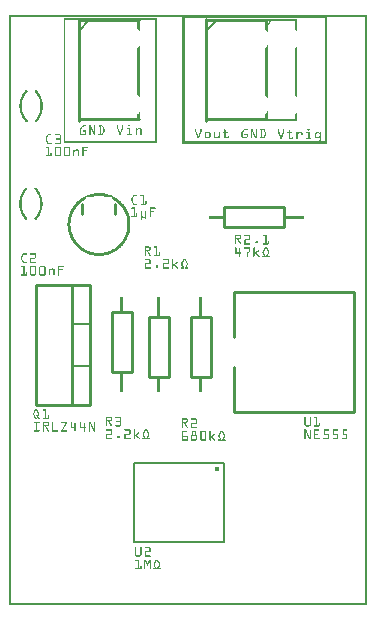
<source format=gto>
G04 MADE WITH FRITZING*
G04 WWW.FRITZING.ORG*
G04 DOUBLE SIDED*
G04 HOLES PLATED*
G04 CONTOUR ON CENTER OF CONTOUR VECTOR*
%FSLAX26Y26*%
%MOIN*%
%ADD10C,0.016661X0.00666142*%
%ADD11C,0.005116*%
%ADD12C,0.010646*%
%ADD13C,0.010000*%
%ADD14C,0.005000*%
%ADD15C,0.008000*%
%ADD16R,0.001000X0.001000*%
%G04SILK1*%
%FSLAX26Y26*%
%MOIN*%
D10*
X692022Y453310D03*
D11*
X854934Y1619383D02*
X957263Y1619383D01*
D02*
X957263Y1950080D02*
X854934Y1950080D01*
D12*
D02*
X657356Y1955357D02*
X657356Y1615041D01*
D13*
D02*
X657356Y1619628D02*
X857356Y1619628D01*
D02*
X857356Y1949836D02*
X657356Y1949836D01*
D14*
D02*
X657356Y1914836D02*
X692356Y1949836D01*
D13*
D02*
X750444Y644560D02*
X1150440Y644560D01*
D02*
X1150440Y644560D02*
X1150440Y1044560D01*
D02*
X1150440Y1044560D02*
X750444Y1044560D01*
D02*
X750444Y644560D02*
X750444Y794560D01*
D02*
X750444Y894560D02*
X750444Y1044560D01*
D02*
X915940Y1261559D02*
X715940Y1261559D01*
D02*
X715940Y1261559D02*
X715940Y1327559D01*
D02*
X715940Y1327559D02*
X915940Y1327559D01*
D02*
X915940Y1327559D02*
X915940Y1261559D01*
D02*
X342444Y779060D02*
X342444Y979060D01*
D02*
X342444Y979060D02*
X408444Y979060D01*
D02*
X408444Y979060D02*
X408444Y779060D01*
D02*
X408444Y779060D02*
X342444Y779060D01*
D02*
X672622Y960060D02*
X672622Y760060D01*
D02*
X672622Y760060D02*
X606622Y760060D01*
D02*
X606622Y760060D02*
X606622Y960060D01*
D02*
X606622Y960060D02*
X672622Y960060D01*
D02*
X533444Y960060D02*
X533444Y760060D01*
D02*
X533444Y760060D02*
X467444Y760060D01*
D02*
X467444Y760060D02*
X467444Y960060D01*
D02*
X467444Y960060D02*
X533444Y960060D01*
D02*
X270444Y1069559D02*
X270444Y669560D01*
D02*
X270444Y669560D02*
X90444Y669560D01*
D02*
X90444Y669560D02*
X90444Y1069559D01*
D02*
X90444Y1069559D02*
X270444Y1069559D01*
D02*
X270444Y1069559D02*
X270444Y669560D01*
D02*
X270444Y669560D02*
X210444Y669560D01*
D02*
X210444Y669560D02*
X210444Y1069559D01*
D02*
X210444Y1069559D02*
X270444Y1069559D01*
D14*
D02*
X270444Y939560D02*
X210444Y939560D01*
D02*
X270444Y799560D02*
X210444Y799560D01*
D12*
D02*
X232356Y1955357D02*
X232356Y1615041D01*
D13*
D02*
X232356Y1619628D02*
X432356Y1619628D01*
D02*
X432356Y1949836D02*
X232356Y1949836D01*
D14*
D02*
X232356Y1914836D02*
X267356Y1949836D01*
D15*
D02*
X418022Y211310D02*
X718022Y211310D01*
D02*
X718022Y211310D02*
X718022Y475310D01*
D02*
X718022Y475310D02*
X418022Y475310D01*
D02*
X418022Y475310D02*
X418022Y211310D01*
D16*
X500Y1968000D02*
X1194500Y1968000D01*
X500Y1967000D02*
X1194500Y1967000D01*
X500Y1966000D02*
X1194500Y1966000D01*
X500Y1965000D02*
X1194500Y1965000D01*
X500Y1964000D02*
X1194500Y1964000D01*
X500Y1963000D02*
X1194500Y1963000D01*
X500Y1962000D02*
X1194500Y1962000D01*
X500Y1961000D02*
X1194500Y1961000D01*
X500Y1960000D02*
X7500Y1960000D01*
X577500Y1960000D02*
X1060500Y1960000D01*
X1187500Y1960000D02*
X1194500Y1960000D01*
X500Y1959000D02*
X7500Y1959000D01*
X577500Y1959000D02*
X1060500Y1959000D01*
X1187500Y1959000D02*
X1194500Y1959000D01*
X500Y1958000D02*
X7500Y1958000D01*
X182500Y1958000D02*
X491500Y1958000D01*
X577500Y1958000D02*
X585500Y1958000D01*
X1052500Y1958000D02*
X1060500Y1958000D01*
X1187500Y1958000D02*
X1194500Y1958000D01*
X500Y1957000D02*
X7500Y1957000D01*
X182500Y1957000D02*
X491500Y1957000D01*
X577500Y1957000D02*
X585500Y1957000D01*
X1052500Y1957000D02*
X1060500Y1957000D01*
X1187500Y1957000D02*
X1194500Y1957000D01*
X500Y1956000D02*
X7500Y1956000D01*
X182500Y1956000D02*
X491500Y1956000D01*
X577500Y1956000D02*
X585500Y1956000D01*
X1052500Y1956000D02*
X1060500Y1956000D01*
X1187500Y1956000D02*
X1194500Y1956000D01*
X500Y1955000D02*
X7500Y1955000D01*
X182500Y1955000D02*
X491500Y1955000D01*
X577500Y1955000D02*
X585500Y1955000D01*
X852500Y1955000D02*
X856500Y1955000D01*
X1052500Y1955000D02*
X1060500Y1955000D01*
X1187500Y1955000D02*
X1194500Y1955000D01*
X500Y1954000D02*
X7500Y1954000D01*
X182500Y1954000D02*
X491500Y1954000D01*
X577500Y1954000D02*
X585500Y1954000D01*
X852500Y1954000D02*
X861500Y1954000D01*
X954500Y1954000D02*
X958500Y1954000D01*
X1052500Y1954000D02*
X1060500Y1954000D01*
X1187500Y1954000D02*
X1194500Y1954000D01*
X500Y1953000D02*
X7500Y1953000D01*
X182500Y1953000D02*
X491500Y1953000D01*
X577500Y1953000D02*
X585500Y1953000D01*
X852500Y1953000D02*
X861500Y1953000D01*
X954500Y1953000D02*
X958500Y1953000D01*
X1052500Y1953000D02*
X1060500Y1953000D01*
X1187500Y1953000D02*
X1194500Y1953000D01*
X500Y1952000D02*
X7500Y1952000D01*
X182500Y1952000D02*
X186500Y1952000D01*
X427500Y1952000D02*
X436500Y1952000D01*
X486500Y1952000D02*
X491500Y1952000D01*
X577500Y1952000D02*
X585500Y1952000D01*
X852500Y1952000D02*
X861500Y1952000D01*
X954500Y1952000D02*
X958500Y1952000D01*
X1052500Y1952000D02*
X1060500Y1952000D01*
X1187500Y1952000D02*
X1194500Y1952000D01*
X500Y1951000D02*
X7500Y1951000D01*
X182500Y1951000D02*
X186500Y1951000D01*
X427500Y1951000D02*
X436500Y1951000D01*
X486500Y1951000D02*
X491500Y1951000D01*
X577500Y1951000D02*
X585500Y1951000D01*
X852500Y1951000D02*
X861500Y1951000D01*
X871500Y1951000D02*
X871500Y1951000D01*
X954500Y1951000D02*
X958500Y1951000D01*
X1052500Y1951000D02*
X1060500Y1951000D01*
X1187500Y1951000D02*
X1194500Y1951000D01*
X500Y1950000D02*
X7500Y1950000D01*
X182500Y1950000D02*
X186500Y1950000D01*
X427500Y1950000D02*
X436500Y1950000D01*
X486500Y1950000D02*
X491500Y1950000D01*
X577500Y1950000D02*
X585500Y1950000D01*
X852500Y1950000D02*
X861500Y1950000D01*
X870500Y1950000D02*
X871500Y1950000D01*
X954500Y1950000D02*
X958500Y1950000D01*
X1052500Y1950000D02*
X1060500Y1950000D01*
X1187500Y1950000D02*
X1194500Y1950000D01*
X500Y1949000D02*
X7500Y1949000D01*
X182500Y1949000D02*
X186500Y1949000D01*
X427500Y1949000D02*
X436500Y1949000D01*
X486500Y1949000D02*
X491500Y1949000D01*
X577500Y1949000D02*
X585500Y1949000D01*
X852500Y1949000D02*
X861500Y1949000D01*
X870500Y1949000D02*
X872500Y1949000D01*
X954500Y1949000D02*
X958500Y1949000D01*
X1052500Y1949000D02*
X1060500Y1949000D01*
X1187500Y1949000D02*
X1194500Y1949000D01*
X500Y1948000D02*
X7500Y1948000D01*
X182500Y1948000D02*
X186500Y1948000D01*
X427500Y1948000D02*
X436500Y1948000D01*
X486500Y1948000D02*
X491500Y1948000D01*
X577500Y1948000D02*
X585500Y1948000D01*
X852500Y1948000D02*
X861500Y1948000D01*
X869500Y1948000D02*
X872500Y1948000D01*
X954500Y1948000D02*
X958500Y1948000D01*
X1052500Y1948000D02*
X1060500Y1948000D01*
X1187500Y1948000D02*
X1194500Y1948000D01*
X500Y1947000D02*
X7500Y1947000D01*
X182500Y1947000D02*
X186500Y1947000D01*
X427500Y1947000D02*
X436500Y1947000D01*
X486500Y1947000D02*
X491500Y1947000D01*
X577500Y1947000D02*
X585500Y1947000D01*
X852500Y1947000D02*
X861500Y1947000D01*
X869500Y1947000D02*
X872500Y1947000D01*
X954500Y1947000D02*
X958500Y1947000D01*
X1052500Y1947000D02*
X1060500Y1947000D01*
X1187500Y1947000D02*
X1194500Y1947000D01*
X500Y1946000D02*
X7500Y1946000D01*
X182500Y1946000D02*
X186500Y1946000D01*
X427500Y1946000D02*
X436500Y1946000D01*
X486500Y1946000D02*
X491500Y1946000D01*
X577500Y1946000D02*
X585500Y1946000D01*
X852500Y1946000D02*
X861500Y1946000D01*
X868500Y1946000D02*
X871500Y1946000D01*
X954500Y1946000D02*
X958500Y1946000D01*
X1052500Y1946000D02*
X1060500Y1946000D01*
X1187500Y1946000D02*
X1194500Y1946000D01*
X500Y1945000D02*
X7500Y1945000D01*
X182500Y1945000D02*
X186500Y1945000D01*
X427500Y1945000D02*
X436500Y1945000D01*
X486500Y1945000D02*
X491500Y1945000D01*
X577500Y1945000D02*
X585500Y1945000D01*
X852500Y1945000D02*
X861500Y1945000D01*
X868500Y1945000D02*
X871500Y1945000D01*
X954500Y1945000D02*
X958500Y1945000D01*
X1052500Y1945000D02*
X1060500Y1945000D01*
X1187500Y1945000D02*
X1194500Y1945000D01*
X500Y1944000D02*
X7500Y1944000D01*
X182500Y1944000D02*
X186500Y1944000D01*
X427500Y1944000D02*
X436500Y1944000D01*
X486500Y1944000D02*
X491500Y1944000D01*
X577500Y1944000D02*
X585500Y1944000D01*
X852500Y1944000D02*
X861500Y1944000D01*
X867500Y1944000D02*
X870500Y1944000D01*
X954500Y1944000D02*
X958500Y1944000D01*
X1052500Y1944000D02*
X1060500Y1944000D01*
X1187500Y1944000D02*
X1194500Y1944000D01*
X500Y1943000D02*
X7500Y1943000D01*
X182500Y1943000D02*
X186500Y1943000D01*
X427500Y1943000D02*
X436500Y1943000D01*
X486500Y1943000D02*
X491500Y1943000D01*
X577500Y1943000D02*
X585500Y1943000D01*
X852500Y1943000D02*
X861500Y1943000D01*
X867500Y1943000D02*
X870500Y1943000D01*
X954500Y1943000D02*
X958500Y1943000D01*
X1052500Y1943000D02*
X1060500Y1943000D01*
X1187500Y1943000D02*
X1194500Y1943000D01*
X500Y1942000D02*
X7500Y1942000D01*
X182500Y1942000D02*
X186500Y1942000D01*
X427500Y1942000D02*
X436500Y1942000D01*
X486500Y1942000D02*
X491500Y1942000D01*
X577500Y1942000D02*
X585500Y1942000D01*
X852500Y1942000D02*
X861500Y1942000D01*
X866500Y1942000D02*
X869500Y1942000D01*
X954500Y1942000D02*
X958500Y1942000D01*
X1052500Y1942000D02*
X1060500Y1942000D01*
X1187500Y1942000D02*
X1194500Y1942000D01*
X500Y1941000D02*
X7500Y1941000D01*
X182500Y1941000D02*
X186500Y1941000D01*
X427500Y1941000D02*
X436500Y1941000D01*
X486500Y1941000D02*
X491500Y1941000D01*
X577500Y1941000D02*
X585500Y1941000D01*
X852500Y1941000D02*
X861500Y1941000D01*
X866500Y1941000D02*
X869500Y1941000D01*
X954500Y1941000D02*
X958500Y1941000D01*
X1052500Y1941000D02*
X1060500Y1941000D01*
X1187500Y1941000D02*
X1194500Y1941000D01*
X500Y1940000D02*
X7500Y1940000D01*
X182500Y1940000D02*
X186500Y1940000D01*
X427500Y1940000D02*
X436500Y1940000D01*
X486500Y1940000D02*
X491500Y1940000D01*
X577500Y1940000D02*
X585500Y1940000D01*
X852500Y1940000D02*
X861500Y1940000D01*
X865500Y1940000D02*
X868500Y1940000D01*
X954500Y1940000D02*
X958500Y1940000D01*
X1052500Y1940000D02*
X1060500Y1940000D01*
X1187500Y1940000D02*
X1194500Y1940000D01*
X500Y1939000D02*
X7500Y1939000D01*
X182500Y1939000D02*
X186500Y1939000D01*
X427500Y1939000D02*
X436500Y1939000D01*
X486500Y1939000D02*
X491500Y1939000D01*
X577500Y1939000D02*
X585500Y1939000D01*
X852500Y1939000D02*
X861500Y1939000D01*
X865500Y1939000D02*
X868500Y1939000D01*
X954500Y1939000D02*
X958500Y1939000D01*
X1052500Y1939000D02*
X1060500Y1939000D01*
X1187500Y1939000D02*
X1194500Y1939000D01*
X500Y1938000D02*
X7500Y1938000D01*
X182500Y1938000D02*
X186500Y1938000D01*
X427500Y1938000D02*
X436500Y1938000D01*
X486500Y1938000D02*
X491500Y1938000D01*
X577500Y1938000D02*
X585500Y1938000D01*
X852500Y1938000D02*
X861500Y1938000D01*
X864500Y1938000D02*
X867500Y1938000D01*
X954500Y1938000D02*
X958500Y1938000D01*
X1052500Y1938000D02*
X1060500Y1938000D01*
X1187500Y1938000D02*
X1194500Y1938000D01*
X500Y1937000D02*
X7500Y1937000D01*
X182500Y1937000D02*
X186500Y1937000D01*
X427500Y1937000D02*
X436500Y1937000D01*
X486500Y1937000D02*
X491500Y1937000D01*
X577500Y1937000D02*
X585500Y1937000D01*
X852500Y1937000D02*
X861500Y1937000D01*
X864500Y1937000D02*
X866500Y1937000D01*
X954500Y1937000D02*
X958500Y1937000D01*
X1052500Y1937000D02*
X1060500Y1937000D01*
X1187500Y1937000D02*
X1194500Y1937000D01*
X500Y1936000D02*
X7500Y1936000D01*
X182500Y1936000D02*
X186500Y1936000D01*
X427500Y1936000D02*
X436500Y1936000D01*
X486500Y1936000D02*
X491500Y1936000D01*
X577500Y1936000D02*
X585500Y1936000D01*
X852500Y1936000D02*
X861500Y1936000D01*
X863500Y1936000D02*
X866500Y1936000D01*
X954500Y1936000D02*
X958500Y1936000D01*
X1052500Y1936000D02*
X1060500Y1936000D01*
X1187500Y1936000D02*
X1194500Y1936000D01*
X500Y1935000D02*
X7500Y1935000D01*
X182500Y1935000D02*
X186500Y1935000D01*
X427500Y1935000D02*
X436500Y1935000D01*
X486500Y1935000D02*
X491500Y1935000D01*
X577500Y1935000D02*
X585500Y1935000D01*
X852500Y1935000D02*
X861500Y1935000D01*
X863500Y1935000D02*
X865500Y1935000D01*
X954500Y1935000D02*
X958500Y1935000D01*
X1052500Y1935000D02*
X1060500Y1935000D01*
X1187500Y1935000D02*
X1194500Y1935000D01*
X500Y1934000D02*
X7500Y1934000D01*
X182500Y1934000D02*
X186500Y1934000D01*
X427500Y1934000D02*
X436500Y1934000D01*
X486500Y1934000D02*
X491500Y1934000D01*
X577500Y1934000D02*
X585500Y1934000D01*
X852500Y1934000D02*
X865500Y1934000D01*
X954500Y1934000D02*
X958500Y1934000D01*
X1052500Y1934000D02*
X1060500Y1934000D01*
X1187500Y1934000D02*
X1194500Y1934000D01*
X500Y1933000D02*
X7500Y1933000D01*
X182500Y1933000D02*
X186500Y1933000D01*
X427500Y1933000D02*
X436500Y1933000D01*
X486500Y1933000D02*
X491500Y1933000D01*
X577500Y1933000D02*
X585500Y1933000D01*
X852500Y1933000D02*
X864500Y1933000D01*
X954500Y1933000D02*
X958500Y1933000D01*
X1052500Y1933000D02*
X1060500Y1933000D01*
X1187500Y1933000D02*
X1194500Y1933000D01*
X500Y1932000D02*
X7500Y1932000D01*
X182500Y1932000D02*
X186500Y1932000D01*
X427500Y1932000D02*
X436500Y1932000D01*
X486500Y1932000D02*
X491500Y1932000D01*
X577500Y1932000D02*
X585500Y1932000D01*
X852500Y1932000D02*
X864500Y1932000D01*
X954500Y1932000D02*
X958500Y1932000D01*
X1052500Y1932000D02*
X1060500Y1932000D01*
X1187500Y1932000D02*
X1194500Y1932000D01*
X500Y1931000D02*
X7500Y1931000D01*
X182500Y1931000D02*
X186500Y1931000D01*
X427500Y1931000D02*
X436500Y1931000D01*
X486500Y1931000D02*
X491500Y1931000D01*
X577500Y1931000D02*
X585500Y1931000D01*
X852500Y1931000D02*
X863500Y1931000D01*
X954500Y1931000D02*
X958500Y1931000D01*
X1052500Y1931000D02*
X1060500Y1931000D01*
X1187500Y1931000D02*
X1194500Y1931000D01*
X500Y1930000D02*
X7500Y1930000D01*
X182500Y1930000D02*
X186500Y1930000D01*
X427500Y1930000D02*
X436500Y1930000D01*
X486500Y1930000D02*
X491500Y1930000D01*
X577500Y1930000D02*
X585500Y1930000D01*
X852500Y1930000D02*
X863500Y1930000D01*
X954500Y1930000D02*
X958500Y1930000D01*
X1052500Y1930000D02*
X1060500Y1930000D01*
X1187500Y1930000D02*
X1194500Y1930000D01*
X500Y1929000D02*
X7500Y1929000D01*
X182500Y1929000D02*
X186500Y1929000D01*
X427500Y1929000D02*
X436500Y1929000D01*
X486500Y1929000D02*
X491500Y1929000D01*
X577500Y1929000D02*
X585500Y1929000D01*
X852500Y1929000D02*
X862500Y1929000D01*
X954500Y1929000D02*
X958500Y1929000D01*
X1052500Y1929000D02*
X1060500Y1929000D01*
X1187500Y1929000D02*
X1194500Y1929000D01*
X500Y1928000D02*
X7500Y1928000D01*
X182500Y1928000D02*
X186500Y1928000D01*
X427500Y1928000D02*
X436500Y1928000D01*
X486500Y1928000D02*
X491500Y1928000D01*
X577500Y1928000D02*
X585500Y1928000D01*
X852500Y1928000D02*
X862500Y1928000D01*
X954500Y1928000D02*
X958500Y1928000D01*
X1052500Y1928000D02*
X1060500Y1928000D01*
X1187500Y1928000D02*
X1194500Y1928000D01*
X500Y1927000D02*
X7500Y1927000D01*
X182500Y1927000D02*
X186500Y1927000D01*
X427500Y1927000D02*
X436500Y1927000D01*
X486500Y1927000D02*
X491500Y1927000D01*
X577500Y1927000D02*
X585500Y1927000D01*
X852500Y1927000D02*
X861500Y1927000D01*
X954500Y1927000D02*
X958500Y1927000D01*
X1052500Y1927000D02*
X1060500Y1927000D01*
X1187500Y1927000D02*
X1194500Y1927000D01*
X500Y1926000D02*
X7500Y1926000D01*
X182500Y1926000D02*
X186500Y1926000D01*
X427500Y1926000D02*
X436500Y1926000D01*
X486500Y1926000D02*
X491500Y1926000D01*
X577500Y1926000D02*
X585500Y1926000D01*
X852500Y1926000D02*
X861500Y1926000D01*
X954500Y1926000D02*
X958500Y1926000D01*
X1052500Y1926000D02*
X1060500Y1926000D01*
X1187500Y1926000D02*
X1194500Y1926000D01*
X500Y1925000D02*
X7500Y1925000D01*
X182500Y1925000D02*
X186500Y1925000D01*
X427500Y1925000D02*
X436500Y1925000D01*
X486500Y1925000D02*
X491500Y1925000D01*
X577500Y1925000D02*
X585500Y1925000D01*
X852500Y1925000D02*
X861500Y1925000D01*
X954500Y1925000D02*
X958500Y1925000D01*
X1052500Y1925000D02*
X1060500Y1925000D01*
X1187500Y1925000D02*
X1194500Y1925000D01*
X500Y1924000D02*
X7500Y1924000D01*
X182500Y1924000D02*
X186500Y1924000D01*
X427500Y1924000D02*
X436500Y1924000D01*
X486500Y1924000D02*
X491500Y1924000D01*
X577500Y1924000D02*
X585500Y1924000D01*
X852500Y1924000D02*
X861500Y1924000D01*
X954500Y1924000D02*
X958500Y1924000D01*
X1052500Y1924000D02*
X1060500Y1924000D01*
X1187500Y1924000D02*
X1194500Y1924000D01*
X500Y1923000D02*
X7500Y1923000D01*
X182500Y1923000D02*
X186500Y1923000D01*
X427500Y1923000D02*
X436500Y1923000D01*
X486500Y1923000D02*
X491500Y1923000D01*
X577500Y1923000D02*
X585500Y1923000D01*
X852500Y1923000D02*
X861500Y1923000D01*
X954500Y1923000D02*
X958500Y1923000D01*
X1052500Y1923000D02*
X1060500Y1923000D01*
X1187500Y1923000D02*
X1194500Y1923000D01*
X500Y1922000D02*
X7500Y1922000D01*
X182500Y1922000D02*
X186500Y1922000D01*
X428500Y1922000D02*
X436500Y1922000D01*
X486500Y1922000D02*
X491500Y1922000D01*
X577500Y1922000D02*
X585500Y1922000D01*
X853500Y1922000D02*
X861500Y1922000D01*
X954500Y1922000D02*
X958500Y1922000D01*
X1052500Y1922000D02*
X1060500Y1922000D01*
X1187500Y1922000D02*
X1194500Y1922000D01*
X500Y1921000D02*
X7500Y1921000D01*
X182500Y1921000D02*
X186500Y1921000D01*
X429500Y1921000D02*
X436500Y1921000D01*
X486500Y1921000D02*
X491500Y1921000D01*
X577500Y1921000D02*
X585500Y1921000D01*
X854500Y1921000D02*
X861500Y1921000D01*
X954500Y1921000D02*
X958500Y1921000D01*
X1052500Y1921000D02*
X1060500Y1921000D01*
X1187500Y1921000D02*
X1194500Y1921000D01*
X500Y1920000D02*
X7500Y1920000D01*
X182500Y1920000D02*
X186500Y1920000D01*
X430500Y1920000D02*
X436500Y1920000D01*
X486500Y1920000D02*
X491500Y1920000D01*
X577500Y1920000D02*
X585500Y1920000D01*
X855500Y1920000D02*
X861500Y1920000D01*
X955500Y1920000D02*
X958500Y1920000D01*
X1052500Y1920000D02*
X1060500Y1920000D01*
X1187500Y1920000D02*
X1194500Y1920000D01*
X500Y1919000D02*
X7500Y1919000D01*
X182500Y1919000D02*
X186500Y1919000D01*
X431500Y1919000D02*
X436500Y1919000D01*
X486500Y1919000D02*
X491500Y1919000D01*
X577500Y1919000D02*
X585500Y1919000D01*
X856500Y1919000D02*
X861500Y1919000D01*
X956500Y1919000D02*
X958500Y1919000D01*
X1052500Y1919000D02*
X1060500Y1919000D01*
X1187500Y1919000D02*
X1194500Y1919000D01*
X500Y1918000D02*
X7500Y1918000D01*
X182500Y1918000D02*
X186500Y1918000D01*
X432500Y1918000D02*
X436500Y1918000D01*
X486500Y1918000D02*
X491500Y1918000D01*
X577500Y1918000D02*
X585500Y1918000D01*
X857500Y1918000D02*
X861500Y1918000D01*
X957500Y1918000D02*
X958500Y1918000D01*
X1052500Y1918000D02*
X1060500Y1918000D01*
X1187500Y1918000D02*
X1194500Y1918000D01*
X500Y1917000D02*
X7500Y1917000D01*
X182500Y1917000D02*
X186500Y1917000D01*
X433500Y1917000D02*
X436500Y1917000D01*
X486500Y1917000D02*
X491500Y1917000D01*
X577500Y1917000D02*
X585500Y1917000D01*
X858500Y1917000D02*
X861500Y1917000D01*
X958500Y1917000D02*
X958500Y1917000D01*
X1052500Y1917000D02*
X1060500Y1917000D01*
X1187500Y1917000D02*
X1194500Y1917000D01*
X500Y1916000D02*
X7500Y1916000D01*
X182500Y1916000D02*
X186500Y1916000D01*
X434500Y1916000D02*
X436500Y1916000D01*
X486500Y1916000D02*
X491500Y1916000D01*
X577500Y1916000D02*
X585500Y1916000D01*
X858500Y1916000D02*
X861500Y1916000D01*
X958500Y1916000D02*
X958500Y1916000D01*
X1052500Y1916000D02*
X1060500Y1916000D01*
X1187500Y1916000D02*
X1194500Y1916000D01*
X500Y1915000D02*
X7500Y1915000D01*
X182500Y1915000D02*
X186500Y1915000D01*
X434500Y1915000D02*
X436500Y1915000D01*
X486500Y1915000D02*
X491500Y1915000D01*
X577500Y1915000D02*
X585500Y1915000D01*
X859500Y1915000D02*
X861500Y1915000D01*
X1052500Y1915000D02*
X1060500Y1915000D01*
X1187500Y1915000D02*
X1194500Y1915000D01*
X500Y1914000D02*
X7500Y1914000D01*
X182500Y1914000D02*
X186500Y1914000D01*
X435500Y1914000D02*
X436500Y1914000D01*
X486500Y1914000D02*
X491500Y1914000D01*
X577500Y1914000D02*
X585500Y1914000D01*
X860500Y1914000D02*
X861500Y1914000D01*
X1052500Y1914000D02*
X1060500Y1914000D01*
X1187500Y1914000D02*
X1194500Y1914000D01*
X500Y1913000D02*
X7500Y1913000D01*
X182500Y1913000D02*
X186500Y1913000D01*
X436500Y1913000D02*
X436500Y1913000D01*
X486500Y1913000D02*
X491500Y1913000D01*
X577500Y1913000D02*
X585500Y1913000D01*
X861500Y1913000D02*
X861500Y1913000D01*
X1052500Y1913000D02*
X1060500Y1913000D01*
X1187500Y1913000D02*
X1194500Y1913000D01*
X500Y1912000D02*
X7500Y1912000D01*
X182500Y1912000D02*
X186500Y1912000D01*
X436500Y1912000D02*
X436500Y1912000D01*
X486500Y1912000D02*
X491500Y1912000D01*
X577500Y1912000D02*
X585500Y1912000D01*
X861500Y1912000D02*
X861500Y1912000D01*
X1052500Y1912000D02*
X1060500Y1912000D01*
X1187500Y1912000D02*
X1194500Y1912000D01*
X500Y1911000D02*
X7500Y1911000D01*
X182500Y1911000D02*
X186500Y1911000D01*
X486500Y1911000D02*
X491500Y1911000D01*
X577500Y1911000D02*
X585500Y1911000D01*
X1052500Y1911000D02*
X1060500Y1911000D01*
X1187500Y1911000D02*
X1194500Y1911000D01*
X500Y1910000D02*
X7500Y1910000D01*
X182500Y1910000D02*
X186500Y1910000D01*
X486500Y1910000D02*
X491500Y1910000D01*
X577500Y1910000D02*
X585500Y1910000D01*
X1052500Y1910000D02*
X1060500Y1910000D01*
X1187500Y1910000D02*
X1194500Y1910000D01*
X500Y1909000D02*
X7500Y1909000D01*
X182500Y1909000D02*
X186500Y1909000D01*
X486500Y1909000D02*
X491500Y1909000D01*
X577500Y1909000D02*
X585500Y1909000D01*
X1052500Y1909000D02*
X1060500Y1909000D01*
X1187500Y1909000D02*
X1194500Y1909000D01*
X500Y1908000D02*
X7500Y1908000D01*
X182500Y1908000D02*
X186500Y1908000D01*
X486500Y1908000D02*
X491500Y1908000D01*
X577500Y1908000D02*
X585500Y1908000D01*
X1052500Y1908000D02*
X1060500Y1908000D01*
X1187500Y1908000D02*
X1194500Y1908000D01*
X500Y1907000D02*
X7500Y1907000D01*
X182500Y1907000D02*
X186500Y1907000D01*
X486500Y1907000D02*
X491500Y1907000D01*
X577500Y1907000D02*
X585500Y1907000D01*
X1052500Y1907000D02*
X1060500Y1907000D01*
X1187500Y1907000D02*
X1194500Y1907000D01*
X500Y1906000D02*
X7500Y1906000D01*
X182500Y1906000D02*
X186500Y1906000D01*
X486500Y1906000D02*
X491500Y1906000D01*
X577500Y1906000D02*
X585500Y1906000D01*
X1052500Y1906000D02*
X1060500Y1906000D01*
X1187500Y1906000D02*
X1194500Y1906000D01*
X500Y1905000D02*
X7500Y1905000D01*
X182500Y1905000D02*
X186500Y1905000D01*
X486500Y1905000D02*
X491500Y1905000D01*
X577500Y1905000D02*
X585500Y1905000D01*
X1052500Y1905000D02*
X1060500Y1905000D01*
X1187500Y1905000D02*
X1194500Y1905000D01*
X500Y1904000D02*
X7500Y1904000D01*
X182500Y1904000D02*
X186500Y1904000D01*
X486500Y1904000D02*
X491500Y1904000D01*
X577500Y1904000D02*
X585500Y1904000D01*
X1052500Y1904000D02*
X1060500Y1904000D01*
X1187500Y1904000D02*
X1194500Y1904000D01*
X500Y1903000D02*
X7500Y1903000D01*
X182500Y1903000D02*
X186500Y1903000D01*
X486500Y1903000D02*
X491500Y1903000D01*
X577500Y1903000D02*
X585500Y1903000D01*
X1052500Y1903000D02*
X1060500Y1903000D01*
X1187500Y1903000D02*
X1194500Y1903000D01*
X500Y1902000D02*
X7500Y1902000D01*
X182500Y1902000D02*
X186500Y1902000D01*
X486500Y1902000D02*
X491500Y1902000D01*
X577500Y1902000D02*
X585500Y1902000D01*
X1052500Y1902000D02*
X1060500Y1902000D01*
X1187500Y1902000D02*
X1194500Y1902000D01*
X500Y1901000D02*
X7500Y1901000D01*
X182500Y1901000D02*
X186500Y1901000D01*
X486500Y1901000D02*
X491500Y1901000D01*
X577500Y1901000D02*
X585500Y1901000D01*
X1052500Y1901000D02*
X1060500Y1901000D01*
X1187500Y1901000D02*
X1194500Y1901000D01*
X500Y1900000D02*
X7500Y1900000D01*
X182500Y1900000D02*
X186500Y1900000D01*
X486500Y1900000D02*
X491500Y1900000D01*
X577500Y1900000D02*
X585500Y1900000D01*
X1052500Y1900000D02*
X1060500Y1900000D01*
X1187500Y1900000D02*
X1194500Y1900000D01*
X500Y1899000D02*
X7500Y1899000D01*
X182500Y1899000D02*
X186500Y1899000D01*
X486500Y1899000D02*
X491500Y1899000D01*
X577500Y1899000D02*
X585500Y1899000D01*
X1052500Y1899000D02*
X1060500Y1899000D01*
X1187500Y1899000D02*
X1194500Y1899000D01*
X500Y1898000D02*
X7500Y1898000D01*
X182500Y1898000D02*
X186500Y1898000D01*
X486500Y1898000D02*
X491500Y1898000D01*
X577500Y1898000D02*
X585500Y1898000D01*
X1052500Y1898000D02*
X1060500Y1898000D01*
X1187500Y1898000D02*
X1194500Y1898000D01*
X500Y1897000D02*
X7500Y1897000D01*
X182500Y1897000D02*
X186500Y1897000D01*
X486500Y1897000D02*
X491500Y1897000D01*
X577500Y1897000D02*
X585500Y1897000D01*
X1052500Y1897000D02*
X1060500Y1897000D01*
X1187500Y1897000D02*
X1194500Y1897000D01*
X500Y1896000D02*
X7500Y1896000D01*
X182500Y1896000D02*
X186500Y1896000D01*
X486500Y1896000D02*
X491500Y1896000D01*
X577500Y1896000D02*
X585500Y1896000D01*
X1052500Y1896000D02*
X1060500Y1896000D01*
X1187500Y1896000D02*
X1194500Y1896000D01*
X500Y1895000D02*
X7500Y1895000D01*
X182500Y1895000D02*
X186500Y1895000D01*
X486500Y1895000D02*
X491500Y1895000D01*
X577500Y1895000D02*
X585500Y1895000D01*
X1052500Y1895000D02*
X1060500Y1895000D01*
X1187500Y1895000D02*
X1194500Y1895000D01*
X500Y1894000D02*
X7500Y1894000D01*
X182500Y1894000D02*
X186500Y1894000D01*
X486500Y1894000D02*
X491500Y1894000D01*
X577500Y1894000D02*
X585500Y1894000D01*
X1052500Y1894000D02*
X1060500Y1894000D01*
X1187500Y1894000D02*
X1194500Y1894000D01*
X500Y1893000D02*
X7500Y1893000D01*
X182500Y1893000D02*
X186500Y1893000D01*
X486500Y1893000D02*
X491500Y1893000D01*
X577500Y1893000D02*
X585500Y1893000D01*
X1052500Y1893000D02*
X1060500Y1893000D01*
X1187500Y1893000D02*
X1194500Y1893000D01*
X500Y1892000D02*
X7500Y1892000D01*
X182500Y1892000D02*
X186500Y1892000D01*
X486500Y1892000D02*
X491500Y1892000D01*
X577500Y1892000D02*
X585500Y1892000D01*
X1052500Y1892000D02*
X1060500Y1892000D01*
X1187500Y1892000D02*
X1194500Y1892000D01*
X500Y1891000D02*
X7500Y1891000D01*
X182500Y1891000D02*
X186500Y1891000D01*
X486500Y1891000D02*
X491500Y1891000D01*
X577500Y1891000D02*
X585500Y1891000D01*
X1052500Y1891000D02*
X1060500Y1891000D01*
X1187500Y1891000D02*
X1194500Y1891000D01*
X500Y1890000D02*
X7500Y1890000D01*
X182500Y1890000D02*
X186500Y1890000D01*
X486500Y1890000D02*
X491500Y1890000D01*
X577500Y1890000D02*
X585500Y1890000D01*
X1052500Y1890000D02*
X1060500Y1890000D01*
X1187500Y1890000D02*
X1194500Y1890000D01*
X500Y1889000D02*
X7500Y1889000D01*
X182500Y1889000D02*
X186500Y1889000D01*
X486500Y1889000D02*
X491500Y1889000D01*
X577500Y1889000D02*
X585500Y1889000D01*
X1052500Y1889000D02*
X1060500Y1889000D01*
X1187500Y1889000D02*
X1194500Y1889000D01*
X500Y1888000D02*
X7500Y1888000D01*
X182500Y1888000D02*
X186500Y1888000D01*
X486500Y1888000D02*
X491500Y1888000D01*
X577500Y1888000D02*
X585500Y1888000D01*
X1052500Y1888000D02*
X1060500Y1888000D01*
X1187500Y1888000D02*
X1194500Y1888000D01*
X500Y1887000D02*
X7500Y1887000D01*
X182500Y1887000D02*
X186500Y1887000D01*
X486500Y1887000D02*
X491500Y1887000D01*
X577500Y1887000D02*
X585500Y1887000D01*
X1052500Y1887000D02*
X1060500Y1887000D01*
X1187500Y1887000D02*
X1194500Y1887000D01*
X500Y1886000D02*
X7500Y1886000D01*
X182500Y1886000D02*
X186500Y1886000D01*
X486500Y1886000D02*
X491500Y1886000D01*
X577500Y1886000D02*
X585500Y1886000D01*
X1052500Y1886000D02*
X1060500Y1886000D01*
X1187500Y1886000D02*
X1194500Y1886000D01*
X500Y1885000D02*
X7500Y1885000D01*
X182500Y1885000D02*
X186500Y1885000D01*
X486500Y1885000D02*
X491500Y1885000D01*
X577500Y1885000D02*
X585500Y1885000D01*
X1052500Y1885000D02*
X1060500Y1885000D01*
X1187500Y1885000D02*
X1194500Y1885000D01*
X500Y1884000D02*
X7500Y1884000D01*
X182500Y1884000D02*
X186500Y1884000D01*
X486500Y1884000D02*
X491500Y1884000D01*
X577500Y1884000D02*
X585500Y1884000D01*
X1052500Y1884000D02*
X1060500Y1884000D01*
X1187500Y1884000D02*
X1194500Y1884000D01*
X500Y1883000D02*
X7500Y1883000D01*
X182500Y1883000D02*
X186500Y1883000D01*
X486500Y1883000D02*
X491500Y1883000D01*
X577500Y1883000D02*
X585500Y1883000D01*
X1052500Y1883000D02*
X1060500Y1883000D01*
X1187500Y1883000D02*
X1194500Y1883000D01*
X500Y1882000D02*
X7500Y1882000D01*
X182500Y1882000D02*
X186500Y1882000D01*
X486500Y1882000D02*
X491500Y1882000D01*
X577500Y1882000D02*
X585500Y1882000D01*
X1052500Y1882000D02*
X1060500Y1882000D01*
X1187500Y1882000D02*
X1194500Y1882000D01*
X500Y1881000D02*
X7500Y1881000D01*
X182500Y1881000D02*
X186500Y1881000D01*
X486500Y1881000D02*
X491500Y1881000D01*
X577500Y1881000D02*
X585500Y1881000D01*
X1052500Y1881000D02*
X1060500Y1881000D01*
X1187500Y1881000D02*
X1194500Y1881000D01*
X500Y1880000D02*
X7500Y1880000D01*
X182500Y1880000D02*
X186500Y1880000D01*
X486500Y1880000D02*
X491500Y1880000D01*
X577500Y1880000D02*
X585500Y1880000D01*
X1052500Y1880000D02*
X1060500Y1880000D01*
X1187500Y1880000D02*
X1194500Y1880000D01*
X500Y1879000D02*
X7500Y1879000D01*
X182500Y1879000D02*
X186500Y1879000D01*
X486500Y1879000D02*
X491500Y1879000D01*
X577500Y1879000D02*
X585500Y1879000D01*
X1052500Y1879000D02*
X1060500Y1879000D01*
X1187500Y1879000D02*
X1194500Y1879000D01*
X500Y1878000D02*
X7500Y1878000D01*
X182500Y1878000D02*
X186500Y1878000D01*
X486500Y1878000D02*
X491500Y1878000D01*
X577500Y1878000D02*
X585500Y1878000D01*
X1052500Y1878000D02*
X1060500Y1878000D01*
X1187500Y1878000D02*
X1194500Y1878000D01*
X500Y1877000D02*
X7500Y1877000D01*
X182500Y1877000D02*
X186500Y1877000D01*
X486500Y1877000D02*
X491500Y1877000D01*
X577500Y1877000D02*
X585500Y1877000D01*
X1052500Y1877000D02*
X1060500Y1877000D01*
X1187500Y1877000D02*
X1194500Y1877000D01*
X500Y1876000D02*
X7500Y1876000D01*
X182500Y1876000D02*
X186500Y1876000D01*
X486500Y1876000D02*
X491500Y1876000D01*
X577500Y1876000D02*
X585500Y1876000D01*
X1052500Y1876000D02*
X1060500Y1876000D01*
X1187500Y1876000D02*
X1194500Y1876000D01*
X500Y1875000D02*
X7500Y1875000D01*
X182500Y1875000D02*
X186500Y1875000D01*
X486500Y1875000D02*
X491500Y1875000D01*
X577500Y1875000D02*
X585500Y1875000D01*
X1052500Y1875000D02*
X1060500Y1875000D01*
X1187500Y1875000D02*
X1194500Y1875000D01*
X500Y1874000D02*
X7500Y1874000D01*
X182500Y1874000D02*
X186500Y1874000D01*
X486500Y1874000D02*
X491500Y1874000D01*
X577500Y1874000D02*
X585500Y1874000D01*
X1052500Y1874000D02*
X1060500Y1874000D01*
X1187500Y1874000D02*
X1194500Y1874000D01*
X500Y1873000D02*
X7500Y1873000D01*
X182500Y1873000D02*
X186500Y1873000D01*
X486500Y1873000D02*
X491500Y1873000D01*
X577500Y1873000D02*
X585500Y1873000D01*
X1052500Y1873000D02*
X1060500Y1873000D01*
X1187500Y1873000D02*
X1194500Y1873000D01*
X500Y1872000D02*
X7500Y1872000D01*
X182500Y1872000D02*
X186500Y1872000D01*
X486500Y1872000D02*
X491500Y1872000D01*
X577500Y1872000D02*
X585500Y1872000D01*
X1052500Y1872000D02*
X1060500Y1872000D01*
X1187500Y1872000D02*
X1194500Y1872000D01*
X500Y1871000D02*
X7500Y1871000D01*
X182500Y1871000D02*
X186500Y1871000D01*
X486500Y1871000D02*
X491500Y1871000D01*
X577500Y1871000D02*
X585500Y1871000D01*
X1052500Y1871000D02*
X1060500Y1871000D01*
X1187500Y1871000D02*
X1194500Y1871000D01*
X500Y1870000D02*
X7500Y1870000D01*
X182500Y1870000D02*
X186500Y1870000D01*
X486500Y1870000D02*
X491500Y1870000D01*
X577500Y1870000D02*
X585500Y1870000D01*
X1052500Y1870000D02*
X1060500Y1870000D01*
X1187500Y1870000D02*
X1194500Y1870000D01*
X500Y1869000D02*
X7500Y1869000D01*
X182500Y1869000D02*
X186500Y1869000D01*
X486500Y1869000D02*
X491500Y1869000D01*
X577500Y1869000D02*
X585500Y1869000D01*
X1052500Y1869000D02*
X1060500Y1869000D01*
X1187500Y1869000D02*
X1194500Y1869000D01*
X500Y1868000D02*
X7500Y1868000D01*
X182500Y1868000D02*
X186500Y1868000D01*
X486500Y1868000D02*
X491500Y1868000D01*
X577500Y1868000D02*
X585500Y1868000D01*
X1052500Y1868000D02*
X1060500Y1868000D01*
X1187500Y1868000D02*
X1194500Y1868000D01*
X500Y1867000D02*
X7500Y1867000D01*
X182500Y1867000D02*
X186500Y1867000D01*
X486500Y1867000D02*
X491500Y1867000D01*
X577500Y1867000D02*
X585500Y1867000D01*
X861500Y1867000D02*
X861500Y1867000D01*
X1052500Y1867000D02*
X1060500Y1867000D01*
X1187500Y1867000D02*
X1194500Y1867000D01*
X500Y1866000D02*
X7500Y1866000D01*
X182500Y1866000D02*
X186500Y1866000D01*
X436500Y1866000D02*
X436500Y1866000D01*
X486500Y1866000D02*
X491500Y1866000D01*
X577500Y1866000D02*
X585500Y1866000D01*
X861500Y1866000D02*
X861500Y1866000D01*
X1052500Y1866000D02*
X1060500Y1866000D01*
X1187500Y1866000D02*
X1194500Y1866000D01*
X500Y1865000D02*
X7500Y1865000D01*
X182500Y1865000D02*
X186500Y1865000D01*
X435500Y1865000D02*
X436500Y1865000D01*
X486500Y1865000D02*
X491500Y1865000D01*
X577500Y1865000D02*
X585500Y1865000D01*
X860500Y1865000D02*
X861500Y1865000D01*
X1052500Y1865000D02*
X1060500Y1865000D01*
X1187500Y1865000D02*
X1194500Y1865000D01*
X500Y1864000D02*
X7500Y1864000D01*
X182500Y1864000D02*
X186500Y1864000D01*
X435500Y1864000D02*
X436500Y1864000D01*
X486500Y1864000D02*
X491500Y1864000D01*
X577500Y1864000D02*
X585500Y1864000D01*
X859500Y1864000D02*
X861500Y1864000D01*
X1052500Y1864000D02*
X1060500Y1864000D01*
X1187500Y1864000D02*
X1194500Y1864000D01*
X500Y1863000D02*
X7500Y1863000D01*
X182500Y1863000D02*
X186500Y1863000D01*
X434500Y1863000D02*
X436500Y1863000D01*
X486500Y1863000D02*
X491500Y1863000D01*
X577500Y1863000D02*
X585500Y1863000D01*
X859500Y1863000D02*
X861500Y1863000D01*
X1052500Y1863000D02*
X1060500Y1863000D01*
X1187500Y1863000D02*
X1194500Y1863000D01*
X500Y1862000D02*
X7500Y1862000D01*
X182500Y1862000D02*
X186500Y1862000D01*
X433500Y1862000D02*
X436500Y1862000D01*
X486500Y1862000D02*
X491500Y1862000D01*
X577500Y1862000D02*
X585500Y1862000D01*
X858500Y1862000D02*
X861500Y1862000D01*
X958500Y1862000D02*
X958500Y1862000D01*
X1052500Y1862000D02*
X1060500Y1862000D01*
X1187500Y1862000D02*
X1194500Y1862000D01*
X500Y1861000D02*
X7500Y1861000D01*
X182500Y1861000D02*
X186500Y1861000D01*
X432500Y1861000D02*
X436500Y1861000D01*
X486500Y1861000D02*
X491500Y1861000D01*
X577500Y1861000D02*
X585500Y1861000D01*
X857500Y1861000D02*
X861500Y1861000D01*
X957500Y1861000D02*
X958500Y1861000D01*
X1052500Y1861000D02*
X1060500Y1861000D01*
X1187500Y1861000D02*
X1194500Y1861000D01*
X500Y1860000D02*
X7500Y1860000D01*
X182500Y1860000D02*
X186500Y1860000D01*
X431500Y1860000D02*
X436500Y1860000D01*
X486500Y1860000D02*
X491500Y1860000D01*
X577500Y1860000D02*
X585500Y1860000D01*
X856500Y1860000D02*
X861500Y1860000D01*
X956500Y1860000D02*
X958500Y1860000D01*
X1052500Y1860000D02*
X1060500Y1860000D01*
X1187500Y1860000D02*
X1194500Y1860000D01*
X500Y1859000D02*
X7500Y1859000D01*
X182500Y1859000D02*
X186500Y1859000D01*
X431500Y1859000D02*
X436500Y1859000D01*
X486500Y1859000D02*
X491500Y1859000D01*
X577500Y1859000D02*
X585500Y1859000D01*
X855500Y1859000D02*
X861500Y1859000D01*
X955500Y1859000D02*
X958500Y1859000D01*
X1052500Y1859000D02*
X1060500Y1859000D01*
X1187500Y1859000D02*
X1194500Y1859000D01*
X500Y1858000D02*
X7500Y1858000D01*
X182500Y1858000D02*
X186500Y1858000D01*
X430500Y1858000D02*
X436500Y1858000D01*
X486500Y1858000D02*
X491500Y1858000D01*
X577500Y1858000D02*
X585500Y1858000D01*
X854500Y1858000D02*
X861500Y1858000D01*
X954500Y1858000D02*
X958500Y1858000D01*
X1052500Y1858000D02*
X1060500Y1858000D01*
X1187500Y1858000D02*
X1194500Y1858000D01*
X500Y1857000D02*
X7500Y1857000D01*
X182500Y1857000D02*
X186500Y1857000D01*
X429500Y1857000D02*
X436500Y1857000D01*
X486500Y1857000D02*
X491500Y1857000D01*
X577500Y1857000D02*
X585500Y1857000D01*
X853500Y1857000D02*
X861500Y1857000D01*
X954500Y1857000D02*
X958500Y1857000D01*
X1052500Y1857000D02*
X1060500Y1857000D01*
X1187500Y1857000D02*
X1194500Y1857000D01*
X500Y1856000D02*
X7500Y1856000D01*
X182500Y1856000D02*
X186500Y1856000D01*
X427500Y1856000D02*
X436500Y1856000D01*
X486500Y1856000D02*
X491500Y1856000D01*
X577500Y1856000D02*
X585500Y1856000D01*
X852500Y1856000D02*
X861500Y1856000D01*
X954500Y1856000D02*
X958500Y1856000D01*
X1052500Y1856000D02*
X1060500Y1856000D01*
X1187500Y1856000D02*
X1194500Y1856000D01*
X500Y1855000D02*
X7500Y1855000D01*
X182500Y1855000D02*
X186500Y1855000D01*
X427500Y1855000D02*
X436500Y1855000D01*
X486500Y1855000D02*
X491500Y1855000D01*
X577500Y1855000D02*
X585500Y1855000D01*
X852500Y1855000D02*
X861500Y1855000D01*
X954500Y1855000D02*
X958500Y1855000D01*
X1052500Y1855000D02*
X1060500Y1855000D01*
X1187500Y1855000D02*
X1194500Y1855000D01*
X500Y1854000D02*
X7500Y1854000D01*
X182500Y1854000D02*
X186500Y1854000D01*
X427500Y1854000D02*
X436500Y1854000D01*
X486500Y1854000D02*
X491500Y1854000D01*
X577500Y1854000D02*
X585500Y1854000D01*
X852500Y1854000D02*
X861500Y1854000D01*
X954500Y1854000D02*
X958500Y1854000D01*
X1052500Y1854000D02*
X1060500Y1854000D01*
X1187500Y1854000D02*
X1194500Y1854000D01*
X500Y1853000D02*
X7500Y1853000D01*
X182500Y1853000D02*
X186500Y1853000D01*
X427500Y1853000D02*
X436500Y1853000D01*
X486500Y1853000D02*
X491500Y1853000D01*
X577500Y1853000D02*
X585500Y1853000D01*
X852500Y1853000D02*
X861500Y1853000D01*
X954500Y1853000D02*
X958500Y1853000D01*
X1052500Y1853000D02*
X1060500Y1853000D01*
X1187500Y1853000D02*
X1194500Y1853000D01*
X500Y1852000D02*
X7500Y1852000D01*
X182500Y1852000D02*
X186500Y1852000D01*
X427500Y1852000D02*
X436500Y1852000D01*
X486500Y1852000D02*
X491500Y1852000D01*
X577500Y1852000D02*
X585500Y1852000D01*
X852500Y1852000D02*
X861500Y1852000D01*
X954500Y1852000D02*
X958500Y1852000D01*
X1052500Y1852000D02*
X1060500Y1852000D01*
X1187500Y1852000D02*
X1194500Y1852000D01*
X500Y1851000D02*
X7500Y1851000D01*
X182500Y1851000D02*
X186500Y1851000D01*
X427500Y1851000D02*
X436500Y1851000D01*
X486500Y1851000D02*
X491500Y1851000D01*
X577500Y1851000D02*
X585500Y1851000D01*
X852500Y1851000D02*
X861500Y1851000D01*
X954500Y1851000D02*
X958500Y1851000D01*
X1052500Y1851000D02*
X1060500Y1851000D01*
X1187500Y1851000D02*
X1194500Y1851000D01*
X500Y1850000D02*
X7500Y1850000D01*
X182500Y1850000D02*
X186500Y1850000D01*
X427500Y1850000D02*
X436500Y1850000D01*
X486500Y1850000D02*
X491500Y1850000D01*
X577500Y1850000D02*
X585500Y1850000D01*
X852500Y1850000D02*
X861500Y1850000D01*
X954500Y1850000D02*
X958500Y1850000D01*
X1052500Y1850000D02*
X1060500Y1850000D01*
X1187500Y1850000D02*
X1194500Y1850000D01*
X500Y1849000D02*
X7500Y1849000D01*
X182500Y1849000D02*
X186500Y1849000D01*
X427500Y1849000D02*
X436500Y1849000D01*
X486500Y1849000D02*
X491500Y1849000D01*
X577500Y1849000D02*
X585500Y1849000D01*
X852500Y1849000D02*
X861500Y1849000D01*
X954500Y1849000D02*
X958500Y1849000D01*
X1052500Y1849000D02*
X1060500Y1849000D01*
X1187500Y1849000D02*
X1194500Y1849000D01*
X500Y1848000D02*
X7500Y1848000D01*
X182500Y1848000D02*
X186500Y1848000D01*
X427500Y1848000D02*
X436500Y1848000D01*
X486500Y1848000D02*
X491500Y1848000D01*
X577500Y1848000D02*
X585500Y1848000D01*
X852500Y1848000D02*
X861500Y1848000D01*
X954500Y1848000D02*
X958500Y1848000D01*
X1052500Y1848000D02*
X1060500Y1848000D01*
X1187500Y1848000D02*
X1194500Y1848000D01*
X500Y1847000D02*
X7500Y1847000D01*
X182500Y1847000D02*
X186500Y1847000D01*
X427500Y1847000D02*
X436500Y1847000D01*
X486500Y1847000D02*
X491500Y1847000D01*
X577500Y1847000D02*
X585500Y1847000D01*
X852500Y1847000D02*
X861500Y1847000D01*
X954500Y1847000D02*
X958500Y1847000D01*
X1052500Y1847000D02*
X1060500Y1847000D01*
X1187500Y1847000D02*
X1194500Y1847000D01*
X500Y1846000D02*
X7500Y1846000D01*
X182500Y1846000D02*
X186500Y1846000D01*
X427500Y1846000D02*
X436500Y1846000D01*
X486500Y1846000D02*
X491500Y1846000D01*
X577500Y1846000D02*
X585500Y1846000D01*
X852500Y1846000D02*
X861500Y1846000D01*
X954500Y1846000D02*
X958500Y1846000D01*
X1052500Y1846000D02*
X1060500Y1846000D01*
X1187500Y1846000D02*
X1194500Y1846000D01*
X500Y1845000D02*
X7500Y1845000D01*
X182500Y1845000D02*
X186500Y1845000D01*
X427500Y1845000D02*
X436500Y1845000D01*
X486500Y1845000D02*
X491500Y1845000D01*
X577500Y1845000D02*
X585500Y1845000D01*
X852500Y1845000D02*
X861500Y1845000D01*
X954500Y1845000D02*
X958500Y1845000D01*
X1052500Y1845000D02*
X1060500Y1845000D01*
X1187500Y1845000D02*
X1194500Y1845000D01*
X500Y1844000D02*
X7500Y1844000D01*
X182500Y1844000D02*
X186500Y1844000D01*
X427500Y1844000D02*
X436500Y1844000D01*
X486500Y1844000D02*
X491500Y1844000D01*
X577500Y1844000D02*
X585500Y1844000D01*
X852500Y1844000D02*
X861500Y1844000D01*
X954500Y1844000D02*
X958500Y1844000D01*
X1052500Y1844000D02*
X1060500Y1844000D01*
X1187500Y1844000D02*
X1194500Y1844000D01*
X500Y1843000D02*
X7500Y1843000D01*
X182500Y1843000D02*
X186500Y1843000D01*
X427500Y1843000D02*
X436500Y1843000D01*
X486500Y1843000D02*
X491500Y1843000D01*
X577500Y1843000D02*
X585500Y1843000D01*
X852500Y1843000D02*
X861500Y1843000D01*
X954500Y1843000D02*
X958500Y1843000D01*
X1052500Y1843000D02*
X1060500Y1843000D01*
X1187500Y1843000D02*
X1194500Y1843000D01*
X500Y1842000D02*
X7500Y1842000D01*
X182500Y1842000D02*
X186500Y1842000D01*
X427500Y1842000D02*
X436500Y1842000D01*
X486500Y1842000D02*
X491500Y1842000D01*
X577500Y1842000D02*
X585500Y1842000D01*
X852500Y1842000D02*
X861500Y1842000D01*
X954500Y1842000D02*
X958500Y1842000D01*
X1052500Y1842000D02*
X1060500Y1842000D01*
X1187500Y1842000D02*
X1194500Y1842000D01*
X500Y1841000D02*
X7500Y1841000D01*
X182500Y1841000D02*
X186500Y1841000D01*
X427500Y1841000D02*
X436500Y1841000D01*
X486500Y1841000D02*
X491500Y1841000D01*
X577500Y1841000D02*
X585500Y1841000D01*
X852500Y1841000D02*
X861500Y1841000D01*
X954500Y1841000D02*
X958500Y1841000D01*
X1052500Y1841000D02*
X1060500Y1841000D01*
X1187500Y1841000D02*
X1194500Y1841000D01*
X500Y1840000D02*
X7500Y1840000D01*
X182500Y1840000D02*
X186500Y1840000D01*
X427500Y1840000D02*
X436500Y1840000D01*
X486500Y1840000D02*
X491500Y1840000D01*
X577500Y1840000D02*
X585500Y1840000D01*
X852500Y1840000D02*
X861500Y1840000D01*
X954500Y1840000D02*
X958500Y1840000D01*
X1052500Y1840000D02*
X1060500Y1840000D01*
X1187500Y1840000D02*
X1194500Y1840000D01*
X500Y1839000D02*
X7500Y1839000D01*
X182500Y1839000D02*
X186500Y1839000D01*
X427500Y1839000D02*
X436500Y1839000D01*
X486500Y1839000D02*
X491500Y1839000D01*
X577500Y1839000D02*
X585500Y1839000D01*
X852500Y1839000D02*
X861500Y1839000D01*
X954500Y1839000D02*
X958500Y1839000D01*
X1052500Y1839000D02*
X1060500Y1839000D01*
X1187500Y1839000D02*
X1194500Y1839000D01*
X500Y1838000D02*
X7500Y1838000D01*
X182500Y1838000D02*
X186500Y1838000D01*
X427500Y1838000D02*
X436500Y1838000D01*
X486500Y1838000D02*
X491500Y1838000D01*
X577500Y1838000D02*
X585500Y1838000D01*
X852500Y1838000D02*
X861500Y1838000D01*
X954500Y1838000D02*
X958500Y1838000D01*
X1052500Y1838000D02*
X1060500Y1838000D01*
X1187500Y1838000D02*
X1194500Y1838000D01*
X500Y1837000D02*
X7500Y1837000D01*
X182500Y1837000D02*
X186500Y1837000D01*
X427500Y1837000D02*
X436500Y1837000D01*
X486500Y1837000D02*
X491500Y1837000D01*
X577500Y1837000D02*
X585500Y1837000D01*
X852500Y1837000D02*
X861500Y1837000D01*
X954500Y1837000D02*
X958500Y1837000D01*
X1052500Y1837000D02*
X1060500Y1837000D01*
X1187500Y1837000D02*
X1194500Y1837000D01*
X500Y1836000D02*
X7500Y1836000D01*
X182500Y1836000D02*
X186500Y1836000D01*
X427500Y1836000D02*
X436500Y1836000D01*
X486500Y1836000D02*
X491500Y1836000D01*
X577500Y1836000D02*
X585500Y1836000D01*
X852500Y1836000D02*
X861500Y1836000D01*
X954500Y1836000D02*
X958500Y1836000D01*
X1052500Y1836000D02*
X1060500Y1836000D01*
X1187500Y1836000D02*
X1194500Y1836000D01*
X500Y1835000D02*
X7500Y1835000D01*
X182500Y1835000D02*
X186500Y1835000D01*
X427500Y1835000D02*
X436500Y1835000D01*
X486500Y1835000D02*
X491500Y1835000D01*
X577500Y1835000D02*
X585500Y1835000D01*
X852500Y1835000D02*
X861500Y1835000D01*
X954500Y1835000D02*
X958500Y1835000D01*
X1052500Y1835000D02*
X1060500Y1835000D01*
X1187500Y1835000D02*
X1194500Y1835000D01*
X500Y1834000D02*
X7500Y1834000D01*
X182500Y1834000D02*
X186500Y1834000D01*
X427500Y1834000D02*
X436500Y1834000D01*
X486500Y1834000D02*
X491500Y1834000D01*
X577500Y1834000D02*
X585500Y1834000D01*
X852500Y1834000D02*
X861500Y1834000D01*
X954500Y1834000D02*
X958500Y1834000D01*
X1052500Y1834000D02*
X1060500Y1834000D01*
X1187500Y1834000D02*
X1194500Y1834000D01*
X500Y1833000D02*
X7500Y1833000D01*
X182500Y1833000D02*
X186500Y1833000D01*
X427500Y1833000D02*
X436500Y1833000D01*
X486500Y1833000D02*
X491500Y1833000D01*
X577500Y1833000D02*
X585500Y1833000D01*
X852500Y1833000D02*
X861500Y1833000D01*
X954500Y1833000D02*
X958500Y1833000D01*
X1052500Y1833000D02*
X1060500Y1833000D01*
X1187500Y1833000D02*
X1194500Y1833000D01*
X500Y1832000D02*
X7500Y1832000D01*
X182500Y1832000D02*
X186500Y1832000D01*
X427500Y1832000D02*
X436500Y1832000D01*
X486500Y1832000D02*
X491500Y1832000D01*
X577500Y1832000D02*
X585500Y1832000D01*
X852500Y1832000D02*
X861500Y1832000D01*
X954500Y1832000D02*
X958500Y1832000D01*
X1052500Y1832000D02*
X1060500Y1832000D01*
X1187500Y1832000D02*
X1194500Y1832000D01*
X500Y1831000D02*
X7500Y1831000D01*
X182500Y1831000D02*
X186500Y1831000D01*
X427500Y1831000D02*
X436500Y1831000D01*
X486500Y1831000D02*
X491500Y1831000D01*
X577500Y1831000D02*
X585500Y1831000D01*
X852500Y1831000D02*
X861500Y1831000D01*
X954500Y1831000D02*
X958500Y1831000D01*
X1052500Y1831000D02*
X1060500Y1831000D01*
X1187500Y1831000D02*
X1194500Y1831000D01*
X500Y1830000D02*
X7500Y1830000D01*
X182500Y1830000D02*
X186500Y1830000D01*
X427500Y1830000D02*
X436500Y1830000D01*
X486500Y1830000D02*
X491500Y1830000D01*
X577500Y1830000D02*
X585500Y1830000D01*
X852500Y1830000D02*
X861500Y1830000D01*
X954500Y1830000D02*
X958500Y1830000D01*
X1052500Y1830000D02*
X1060500Y1830000D01*
X1187500Y1830000D02*
X1194500Y1830000D01*
X500Y1829000D02*
X7500Y1829000D01*
X182500Y1829000D02*
X186500Y1829000D01*
X427500Y1829000D02*
X436500Y1829000D01*
X486500Y1829000D02*
X491500Y1829000D01*
X577500Y1829000D02*
X585500Y1829000D01*
X852500Y1829000D02*
X861500Y1829000D01*
X954500Y1829000D02*
X958500Y1829000D01*
X1052500Y1829000D02*
X1060500Y1829000D01*
X1187500Y1829000D02*
X1194500Y1829000D01*
X500Y1828000D02*
X7500Y1828000D01*
X182500Y1828000D02*
X186500Y1828000D01*
X427500Y1828000D02*
X436500Y1828000D01*
X486500Y1828000D02*
X491500Y1828000D01*
X577500Y1828000D02*
X585500Y1828000D01*
X852500Y1828000D02*
X861500Y1828000D01*
X954500Y1828000D02*
X958500Y1828000D01*
X1052500Y1828000D02*
X1060500Y1828000D01*
X1187500Y1828000D02*
X1194500Y1828000D01*
X500Y1827000D02*
X7500Y1827000D01*
X182500Y1827000D02*
X186500Y1827000D01*
X427500Y1827000D02*
X436500Y1827000D01*
X486500Y1827000D02*
X491500Y1827000D01*
X577500Y1827000D02*
X585500Y1827000D01*
X852500Y1827000D02*
X861500Y1827000D01*
X954500Y1827000D02*
X958500Y1827000D01*
X1052500Y1827000D02*
X1060500Y1827000D01*
X1187500Y1827000D02*
X1194500Y1827000D01*
X500Y1826000D02*
X7500Y1826000D01*
X182500Y1826000D02*
X186500Y1826000D01*
X427500Y1826000D02*
X436500Y1826000D01*
X486500Y1826000D02*
X491500Y1826000D01*
X577500Y1826000D02*
X585500Y1826000D01*
X852500Y1826000D02*
X861500Y1826000D01*
X954500Y1826000D02*
X958500Y1826000D01*
X1052500Y1826000D02*
X1060500Y1826000D01*
X1187500Y1826000D02*
X1194500Y1826000D01*
X500Y1825000D02*
X7500Y1825000D01*
X182500Y1825000D02*
X186500Y1825000D01*
X427500Y1825000D02*
X436500Y1825000D01*
X486500Y1825000D02*
X491500Y1825000D01*
X577500Y1825000D02*
X585500Y1825000D01*
X852500Y1825000D02*
X861500Y1825000D01*
X954500Y1825000D02*
X958500Y1825000D01*
X1052500Y1825000D02*
X1060500Y1825000D01*
X1187500Y1825000D02*
X1194500Y1825000D01*
X500Y1824000D02*
X7500Y1824000D01*
X182500Y1824000D02*
X186500Y1824000D01*
X427500Y1824000D02*
X436500Y1824000D01*
X486500Y1824000D02*
X491500Y1824000D01*
X577500Y1824000D02*
X585500Y1824000D01*
X852500Y1824000D02*
X861500Y1824000D01*
X954500Y1824000D02*
X958500Y1824000D01*
X1052500Y1824000D02*
X1060500Y1824000D01*
X1187500Y1824000D02*
X1194500Y1824000D01*
X500Y1823000D02*
X7500Y1823000D01*
X182500Y1823000D02*
X186500Y1823000D01*
X427500Y1823000D02*
X436500Y1823000D01*
X486500Y1823000D02*
X491500Y1823000D01*
X577500Y1823000D02*
X585500Y1823000D01*
X852500Y1823000D02*
X861500Y1823000D01*
X954500Y1823000D02*
X958500Y1823000D01*
X1052500Y1823000D02*
X1060500Y1823000D01*
X1187500Y1823000D02*
X1194500Y1823000D01*
X500Y1822000D02*
X7500Y1822000D01*
X182500Y1822000D02*
X186500Y1822000D01*
X427500Y1822000D02*
X436500Y1822000D01*
X486500Y1822000D02*
X491500Y1822000D01*
X577500Y1822000D02*
X585500Y1822000D01*
X852500Y1822000D02*
X861500Y1822000D01*
X954500Y1822000D02*
X958500Y1822000D01*
X1052500Y1822000D02*
X1060500Y1822000D01*
X1187500Y1822000D02*
X1194500Y1822000D01*
X500Y1821000D02*
X7500Y1821000D01*
X182500Y1821000D02*
X186500Y1821000D01*
X427500Y1821000D02*
X436500Y1821000D01*
X486500Y1821000D02*
X491500Y1821000D01*
X577500Y1821000D02*
X585500Y1821000D01*
X852500Y1821000D02*
X861500Y1821000D01*
X954500Y1821000D02*
X958500Y1821000D01*
X1052500Y1821000D02*
X1060500Y1821000D01*
X1187500Y1821000D02*
X1194500Y1821000D01*
X500Y1820000D02*
X7500Y1820000D01*
X182500Y1820000D02*
X186500Y1820000D01*
X427500Y1820000D02*
X436500Y1820000D01*
X486500Y1820000D02*
X491500Y1820000D01*
X577500Y1820000D02*
X585500Y1820000D01*
X852500Y1820000D02*
X861500Y1820000D01*
X954500Y1820000D02*
X958500Y1820000D01*
X1052500Y1820000D02*
X1060500Y1820000D01*
X1187500Y1820000D02*
X1194500Y1820000D01*
X500Y1819000D02*
X7500Y1819000D01*
X182500Y1819000D02*
X186500Y1819000D01*
X427500Y1819000D02*
X436500Y1819000D01*
X486500Y1819000D02*
X491500Y1819000D01*
X577500Y1819000D02*
X585500Y1819000D01*
X852500Y1819000D02*
X861500Y1819000D01*
X954500Y1819000D02*
X958500Y1819000D01*
X1052500Y1819000D02*
X1060500Y1819000D01*
X1187500Y1819000D02*
X1194500Y1819000D01*
X500Y1818000D02*
X7500Y1818000D01*
X182500Y1818000D02*
X186500Y1818000D01*
X427500Y1818000D02*
X436500Y1818000D01*
X486500Y1818000D02*
X491500Y1818000D01*
X577500Y1818000D02*
X585500Y1818000D01*
X852500Y1818000D02*
X861500Y1818000D01*
X954500Y1818000D02*
X958500Y1818000D01*
X1052500Y1818000D02*
X1060500Y1818000D01*
X1187500Y1818000D02*
X1194500Y1818000D01*
X500Y1817000D02*
X7500Y1817000D01*
X182500Y1817000D02*
X186500Y1817000D01*
X427500Y1817000D02*
X436500Y1817000D01*
X486500Y1817000D02*
X491500Y1817000D01*
X577500Y1817000D02*
X585500Y1817000D01*
X852500Y1817000D02*
X861500Y1817000D01*
X954500Y1817000D02*
X958500Y1817000D01*
X1052500Y1817000D02*
X1060500Y1817000D01*
X1187500Y1817000D02*
X1194500Y1817000D01*
X500Y1816000D02*
X7500Y1816000D01*
X182500Y1816000D02*
X186500Y1816000D01*
X427500Y1816000D02*
X436500Y1816000D01*
X486500Y1816000D02*
X491500Y1816000D01*
X577500Y1816000D02*
X585500Y1816000D01*
X852500Y1816000D02*
X861500Y1816000D01*
X954500Y1816000D02*
X958500Y1816000D01*
X1052500Y1816000D02*
X1060500Y1816000D01*
X1187500Y1816000D02*
X1194500Y1816000D01*
X500Y1815000D02*
X7500Y1815000D01*
X182500Y1815000D02*
X186500Y1815000D01*
X427500Y1815000D02*
X436500Y1815000D01*
X486500Y1815000D02*
X491500Y1815000D01*
X577500Y1815000D02*
X585500Y1815000D01*
X852500Y1815000D02*
X861500Y1815000D01*
X954500Y1815000D02*
X958500Y1815000D01*
X1052500Y1815000D02*
X1060500Y1815000D01*
X1187500Y1815000D02*
X1194500Y1815000D01*
X500Y1814000D02*
X7500Y1814000D01*
X182500Y1814000D02*
X186500Y1814000D01*
X427500Y1814000D02*
X436500Y1814000D01*
X486500Y1814000D02*
X491500Y1814000D01*
X577500Y1814000D02*
X585500Y1814000D01*
X852500Y1814000D02*
X861500Y1814000D01*
X954500Y1814000D02*
X958500Y1814000D01*
X1052500Y1814000D02*
X1060500Y1814000D01*
X1187500Y1814000D02*
X1194500Y1814000D01*
X500Y1813000D02*
X7500Y1813000D01*
X182500Y1813000D02*
X186500Y1813000D01*
X427500Y1813000D02*
X436500Y1813000D01*
X486500Y1813000D02*
X491500Y1813000D01*
X577500Y1813000D02*
X585500Y1813000D01*
X852500Y1813000D02*
X861500Y1813000D01*
X954500Y1813000D02*
X958500Y1813000D01*
X1052500Y1813000D02*
X1060500Y1813000D01*
X1187500Y1813000D02*
X1194500Y1813000D01*
X500Y1812000D02*
X7500Y1812000D01*
X182500Y1812000D02*
X186500Y1812000D01*
X427500Y1812000D02*
X436500Y1812000D01*
X486500Y1812000D02*
X491500Y1812000D01*
X577500Y1812000D02*
X585500Y1812000D01*
X852500Y1812000D02*
X861500Y1812000D01*
X954500Y1812000D02*
X958500Y1812000D01*
X1052500Y1812000D02*
X1060500Y1812000D01*
X1187500Y1812000D02*
X1194500Y1812000D01*
X500Y1811000D02*
X7500Y1811000D01*
X182500Y1811000D02*
X186500Y1811000D01*
X427500Y1811000D02*
X436500Y1811000D01*
X486500Y1811000D02*
X491500Y1811000D01*
X577500Y1811000D02*
X585500Y1811000D01*
X852500Y1811000D02*
X861500Y1811000D01*
X954500Y1811000D02*
X958500Y1811000D01*
X1052500Y1811000D02*
X1060500Y1811000D01*
X1187500Y1811000D02*
X1194500Y1811000D01*
X500Y1810000D02*
X7500Y1810000D01*
X182500Y1810000D02*
X186500Y1810000D01*
X427500Y1810000D02*
X436500Y1810000D01*
X486500Y1810000D02*
X491500Y1810000D01*
X577500Y1810000D02*
X585500Y1810000D01*
X852500Y1810000D02*
X861500Y1810000D01*
X954500Y1810000D02*
X958500Y1810000D01*
X1052500Y1810000D02*
X1060500Y1810000D01*
X1187500Y1810000D02*
X1194500Y1810000D01*
X500Y1809000D02*
X7500Y1809000D01*
X182500Y1809000D02*
X186500Y1809000D01*
X427500Y1809000D02*
X436500Y1809000D01*
X486500Y1809000D02*
X491500Y1809000D01*
X577500Y1809000D02*
X585500Y1809000D01*
X852500Y1809000D02*
X861500Y1809000D01*
X954500Y1809000D02*
X958500Y1809000D01*
X1052500Y1809000D02*
X1060500Y1809000D01*
X1187500Y1809000D02*
X1194500Y1809000D01*
X500Y1808000D02*
X7500Y1808000D01*
X182500Y1808000D02*
X186500Y1808000D01*
X427500Y1808000D02*
X436500Y1808000D01*
X486500Y1808000D02*
X491500Y1808000D01*
X577500Y1808000D02*
X585500Y1808000D01*
X852500Y1808000D02*
X861500Y1808000D01*
X954500Y1808000D02*
X958500Y1808000D01*
X1052500Y1808000D02*
X1060500Y1808000D01*
X1187500Y1808000D02*
X1194500Y1808000D01*
X500Y1807000D02*
X7500Y1807000D01*
X182500Y1807000D02*
X186500Y1807000D01*
X427500Y1807000D02*
X436500Y1807000D01*
X486500Y1807000D02*
X491500Y1807000D01*
X577500Y1807000D02*
X585500Y1807000D01*
X852500Y1807000D02*
X861500Y1807000D01*
X954500Y1807000D02*
X958500Y1807000D01*
X1052500Y1807000D02*
X1060500Y1807000D01*
X1187500Y1807000D02*
X1194500Y1807000D01*
X500Y1806000D02*
X7500Y1806000D01*
X182500Y1806000D02*
X186500Y1806000D01*
X427500Y1806000D02*
X436500Y1806000D01*
X486500Y1806000D02*
X491500Y1806000D01*
X577500Y1806000D02*
X585500Y1806000D01*
X852500Y1806000D02*
X861500Y1806000D01*
X954500Y1806000D02*
X958500Y1806000D01*
X1052500Y1806000D02*
X1060500Y1806000D01*
X1187500Y1806000D02*
X1194500Y1806000D01*
X500Y1805000D02*
X7500Y1805000D01*
X182500Y1805000D02*
X186500Y1805000D01*
X427500Y1805000D02*
X436500Y1805000D01*
X486500Y1805000D02*
X491500Y1805000D01*
X577500Y1805000D02*
X585500Y1805000D01*
X852500Y1805000D02*
X861500Y1805000D01*
X954500Y1805000D02*
X958500Y1805000D01*
X1052500Y1805000D02*
X1060500Y1805000D01*
X1187500Y1805000D02*
X1194500Y1805000D01*
X500Y1804000D02*
X7500Y1804000D01*
X182500Y1804000D02*
X186500Y1804000D01*
X427500Y1804000D02*
X436500Y1804000D01*
X486500Y1804000D02*
X491500Y1804000D01*
X577500Y1804000D02*
X585500Y1804000D01*
X852500Y1804000D02*
X861500Y1804000D01*
X954500Y1804000D02*
X958500Y1804000D01*
X1052500Y1804000D02*
X1060500Y1804000D01*
X1187500Y1804000D02*
X1194500Y1804000D01*
X500Y1803000D02*
X7500Y1803000D01*
X182500Y1803000D02*
X186500Y1803000D01*
X427500Y1803000D02*
X436500Y1803000D01*
X486500Y1803000D02*
X491500Y1803000D01*
X577500Y1803000D02*
X585500Y1803000D01*
X852500Y1803000D02*
X861500Y1803000D01*
X954500Y1803000D02*
X958500Y1803000D01*
X1052500Y1803000D02*
X1060500Y1803000D01*
X1187500Y1803000D02*
X1194500Y1803000D01*
X500Y1802000D02*
X7500Y1802000D01*
X182500Y1802000D02*
X186500Y1802000D01*
X427500Y1802000D02*
X436500Y1802000D01*
X486500Y1802000D02*
X491500Y1802000D01*
X577500Y1802000D02*
X585500Y1802000D01*
X852500Y1802000D02*
X861500Y1802000D01*
X954500Y1802000D02*
X958500Y1802000D01*
X1052500Y1802000D02*
X1060500Y1802000D01*
X1187500Y1802000D02*
X1194500Y1802000D01*
X500Y1801000D02*
X7500Y1801000D01*
X182500Y1801000D02*
X186500Y1801000D01*
X427500Y1801000D02*
X436500Y1801000D01*
X486500Y1801000D02*
X491500Y1801000D01*
X577500Y1801000D02*
X585500Y1801000D01*
X852500Y1801000D02*
X861500Y1801000D01*
X954500Y1801000D02*
X958500Y1801000D01*
X1052500Y1801000D02*
X1060500Y1801000D01*
X1187500Y1801000D02*
X1194500Y1801000D01*
X500Y1800000D02*
X7500Y1800000D01*
X182500Y1800000D02*
X186500Y1800000D01*
X427500Y1800000D02*
X436500Y1800000D01*
X486500Y1800000D02*
X491500Y1800000D01*
X577500Y1800000D02*
X585500Y1800000D01*
X852500Y1800000D02*
X861500Y1800000D01*
X954500Y1800000D02*
X958500Y1800000D01*
X1052500Y1800000D02*
X1060500Y1800000D01*
X1187500Y1800000D02*
X1194500Y1800000D01*
X500Y1799000D02*
X7500Y1799000D01*
X182500Y1799000D02*
X186500Y1799000D01*
X427500Y1799000D02*
X436500Y1799000D01*
X486500Y1799000D02*
X491500Y1799000D01*
X577500Y1799000D02*
X585500Y1799000D01*
X852500Y1799000D02*
X861500Y1799000D01*
X954500Y1799000D02*
X958500Y1799000D01*
X1052500Y1799000D02*
X1060500Y1799000D01*
X1187500Y1799000D02*
X1194500Y1799000D01*
X500Y1798000D02*
X7500Y1798000D01*
X182500Y1798000D02*
X186500Y1798000D01*
X427500Y1798000D02*
X436500Y1798000D01*
X486500Y1798000D02*
X491500Y1798000D01*
X577500Y1798000D02*
X585500Y1798000D01*
X852500Y1798000D02*
X861500Y1798000D01*
X954500Y1798000D02*
X958500Y1798000D01*
X1052500Y1798000D02*
X1060500Y1798000D01*
X1187500Y1798000D02*
X1194500Y1798000D01*
X500Y1797000D02*
X7500Y1797000D01*
X182500Y1797000D02*
X186500Y1797000D01*
X427500Y1797000D02*
X436500Y1797000D01*
X486500Y1797000D02*
X491500Y1797000D01*
X577500Y1797000D02*
X585500Y1797000D01*
X852500Y1797000D02*
X861500Y1797000D01*
X954500Y1797000D02*
X958500Y1797000D01*
X1052500Y1797000D02*
X1060500Y1797000D01*
X1187500Y1797000D02*
X1194500Y1797000D01*
X500Y1796000D02*
X7500Y1796000D01*
X182500Y1796000D02*
X186500Y1796000D01*
X427500Y1796000D02*
X436500Y1796000D01*
X486500Y1796000D02*
X491500Y1796000D01*
X577500Y1796000D02*
X585500Y1796000D01*
X852500Y1796000D02*
X861500Y1796000D01*
X954500Y1796000D02*
X958500Y1796000D01*
X1052500Y1796000D02*
X1060500Y1796000D01*
X1187500Y1796000D02*
X1194500Y1796000D01*
X500Y1795000D02*
X7500Y1795000D01*
X182500Y1795000D02*
X186500Y1795000D01*
X427500Y1795000D02*
X436500Y1795000D01*
X486500Y1795000D02*
X491500Y1795000D01*
X577500Y1795000D02*
X585500Y1795000D01*
X852500Y1795000D02*
X861500Y1795000D01*
X954500Y1795000D02*
X958500Y1795000D01*
X1052500Y1795000D02*
X1060500Y1795000D01*
X1187500Y1795000D02*
X1194500Y1795000D01*
X500Y1794000D02*
X7500Y1794000D01*
X182500Y1794000D02*
X186500Y1794000D01*
X427500Y1794000D02*
X436500Y1794000D01*
X486500Y1794000D02*
X491500Y1794000D01*
X577500Y1794000D02*
X585500Y1794000D01*
X852500Y1794000D02*
X861500Y1794000D01*
X954500Y1794000D02*
X958500Y1794000D01*
X1052500Y1794000D02*
X1060500Y1794000D01*
X1187500Y1794000D02*
X1194500Y1794000D01*
X500Y1793000D02*
X7500Y1793000D01*
X182500Y1793000D02*
X186500Y1793000D01*
X427500Y1793000D02*
X436500Y1793000D01*
X486500Y1793000D02*
X491500Y1793000D01*
X577500Y1793000D02*
X585500Y1793000D01*
X852500Y1793000D02*
X861500Y1793000D01*
X954500Y1793000D02*
X958500Y1793000D01*
X1052500Y1793000D02*
X1060500Y1793000D01*
X1187500Y1793000D02*
X1194500Y1793000D01*
X500Y1792000D02*
X7500Y1792000D01*
X182500Y1792000D02*
X186500Y1792000D01*
X427500Y1792000D02*
X436500Y1792000D01*
X486500Y1792000D02*
X491500Y1792000D01*
X577500Y1792000D02*
X585500Y1792000D01*
X852500Y1792000D02*
X861500Y1792000D01*
X954500Y1792000D02*
X958500Y1792000D01*
X1052500Y1792000D02*
X1060500Y1792000D01*
X1187500Y1792000D02*
X1194500Y1792000D01*
X500Y1791000D02*
X7500Y1791000D01*
X182500Y1791000D02*
X186500Y1791000D01*
X427500Y1791000D02*
X436500Y1791000D01*
X486500Y1791000D02*
X491500Y1791000D01*
X577500Y1791000D02*
X585500Y1791000D01*
X852500Y1791000D02*
X861500Y1791000D01*
X954500Y1791000D02*
X958500Y1791000D01*
X1052500Y1791000D02*
X1060500Y1791000D01*
X1187500Y1791000D02*
X1194500Y1791000D01*
X500Y1790000D02*
X7500Y1790000D01*
X182500Y1790000D02*
X186500Y1790000D01*
X427500Y1790000D02*
X436500Y1790000D01*
X486500Y1790000D02*
X491500Y1790000D01*
X577500Y1790000D02*
X585500Y1790000D01*
X852500Y1790000D02*
X861500Y1790000D01*
X954500Y1790000D02*
X958500Y1790000D01*
X1052500Y1790000D02*
X1060500Y1790000D01*
X1187500Y1790000D02*
X1194500Y1790000D01*
X500Y1789000D02*
X7500Y1789000D01*
X182500Y1789000D02*
X186500Y1789000D01*
X427500Y1789000D02*
X436500Y1789000D01*
X486500Y1789000D02*
X491500Y1789000D01*
X577500Y1789000D02*
X585500Y1789000D01*
X852500Y1789000D02*
X861500Y1789000D01*
X954500Y1789000D02*
X958500Y1789000D01*
X1052500Y1789000D02*
X1060500Y1789000D01*
X1187500Y1789000D02*
X1194500Y1789000D01*
X500Y1788000D02*
X7500Y1788000D01*
X182500Y1788000D02*
X186500Y1788000D01*
X427500Y1788000D02*
X436500Y1788000D01*
X486500Y1788000D02*
X491500Y1788000D01*
X577500Y1788000D02*
X585500Y1788000D01*
X852500Y1788000D02*
X861500Y1788000D01*
X954500Y1788000D02*
X958500Y1788000D01*
X1052500Y1788000D02*
X1060500Y1788000D01*
X1187500Y1788000D02*
X1194500Y1788000D01*
X500Y1787000D02*
X7500Y1787000D01*
X182500Y1787000D02*
X186500Y1787000D01*
X427500Y1787000D02*
X436500Y1787000D01*
X486500Y1787000D02*
X491500Y1787000D01*
X577500Y1787000D02*
X585500Y1787000D01*
X852500Y1787000D02*
X861500Y1787000D01*
X954500Y1787000D02*
X958500Y1787000D01*
X1052500Y1787000D02*
X1060500Y1787000D01*
X1187500Y1787000D02*
X1194500Y1787000D01*
X500Y1786000D02*
X7500Y1786000D01*
X182500Y1786000D02*
X186500Y1786000D01*
X427500Y1786000D02*
X436500Y1786000D01*
X486500Y1786000D02*
X491500Y1786000D01*
X577500Y1786000D02*
X585500Y1786000D01*
X852500Y1786000D02*
X861500Y1786000D01*
X954500Y1786000D02*
X958500Y1786000D01*
X1052500Y1786000D02*
X1060500Y1786000D01*
X1187500Y1786000D02*
X1194500Y1786000D01*
X500Y1785000D02*
X7500Y1785000D01*
X182500Y1785000D02*
X186500Y1785000D01*
X427500Y1785000D02*
X436500Y1785000D01*
X486500Y1785000D02*
X491500Y1785000D01*
X577500Y1785000D02*
X585500Y1785000D01*
X852500Y1785000D02*
X861500Y1785000D01*
X954500Y1785000D02*
X958500Y1785000D01*
X1052500Y1785000D02*
X1060500Y1785000D01*
X1187500Y1785000D02*
X1194500Y1785000D01*
X500Y1784000D02*
X7500Y1784000D01*
X182500Y1784000D02*
X186500Y1784000D01*
X427500Y1784000D02*
X436500Y1784000D01*
X486500Y1784000D02*
X491500Y1784000D01*
X577500Y1784000D02*
X585500Y1784000D01*
X852500Y1784000D02*
X861500Y1784000D01*
X954500Y1784000D02*
X958500Y1784000D01*
X1052500Y1784000D02*
X1060500Y1784000D01*
X1187500Y1784000D02*
X1194500Y1784000D01*
X500Y1783000D02*
X7500Y1783000D01*
X182500Y1783000D02*
X186500Y1783000D01*
X427500Y1783000D02*
X436500Y1783000D01*
X486500Y1783000D02*
X491500Y1783000D01*
X577500Y1783000D02*
X585500Y1783000D01*
X852500Y1783000D02*
X861500Y1783000D01*
X954500Y1783000D02*
X958500Y1783000D01*
X1052500Y1783000D02*
X1060500Y1783000D01*
X1187500Y1783000D02*
X1194500Y1783000D01*
X500Y1782000D02*
X7500Y1782000D01*
X182500Y1782000D02*
X186500Y1782000D01*
X427500Y1782000D02*
X436500Y1782000D01*
X486500Y1782000D02*
X491500Y1782000D01*
X577500Y1782000D02*
X585500Y1782000D01*
X852500Y1782000D02*
X861500Y1782000D01*
X954500Y1782000D02*
X958500Y1782000D01*
X1052500Y1782000D02*
X1060500Y1782000D01*
X1187500Y1782000D02*
X1194500Y1782000D01*
X500Y1781000D02*
X7500Y1781000D01*
X182500Y1781000D02*
X186500Y1781000D01*
X427500Y1781000D02*
X436500Y1781000D01*
X486500Y1781000D02*
X491500Y1781000D01*
X577500Y1781000D02*
X585500Y1781000D01*
X852500Y1781000D02*
X861500Y1781000D01*
X954500Y1781000D02*
X958500Y1781000D01*
X1052500Y1781000D02*
X1060500Y1781000D01*
X1187500Y1781000D02*
X1194500Y1781000D01*
X500Y1780000D02*
X7500Y1780000D01*
X182500Y1780000D02*
X186500Y1780000D01*
X427500Y1780000D02*
X436500Y1780000D01*
X486500Y1780000D02*
X491500Y1780000D01*
X577500Y1780000D02*
X585500Y1780000D01*
X852500Y1780000D02*
X861500Y1780000D01*
X954500Y1780000D02*
X958500Y1780000D01*
X1052500Y1780000D02*
X1060500Y1780000D01*
X1187500Y1780000D02*
X1194500Y1780000D01*
X500Y1779000D02*
X7500Y1779000D01*
X182500Y1779000D02*
X186500Y1779000D01*
X427500Y1779000D02*
X436500Y1779000D01*
X486500Y1779000D02*
X491500Y1779000D01*
X577500Y1779000D02*
X585500Y1779000D01*
X852500Y1779000D02*
X861500Y1779000D01*
X954500Y1779000D02*
X958500Y1779000D01*
X1052500Y1779000D02*
X1060500Y1779000D01*
X1187500Y1779000D02*
X1194500Y1779000D01*
X500Y1778000D02*
X7500Y1778000D01*
X182500Y1778000D02*
X186500Y1778000D01*
X427500Y1778000D02*
X436500Y1778000D01*
X486500Y1778000D02*
X491500Y1778000D01*
X577500Y1778000D02*
X585500Y1778000D01*
X852500Y1778000D02*
X861500Y1778000D01*
X954500Y1778000D02*
X958500Y1778000D01*
X1052500Y1778000D02*
X1060500Y1778000D01*
X1187500Y1778000D02*
X1194500Y1778000D01*
X500Y1777000D02*
X7500Y1777000D01*
X182500Y1777000D02*
X186500Y1777000D01*
X427500Y1777000D02*
X436500Y1777000D01*
X486500Y1777000D02*
X491500Y1777000D01*
X577500Y1777000D02*
X585500Y1777000D01*
X852500Y1777000D02*
X861500Y1777000D01*
X954500Y1777000D02*
X958500Y1777000D01*
X1052500Y1777000D02*
X1060500Y1777000D01*
X1187500Y1777000D02*
X1194500Y1777000D01*
X500Y1776000D02*
X7500Y1776000D01*
X182500Y1776000D02*
X186500Y1776000D01*
X427500Y1776000D02*
X436500Y1776000D01*
X486500Y1776000D02*
X491500Y1776000D01*
X577500Y1776000D02*
X585500Y1776000D01*
X852500Y1776000D02*
X861500Y1776000D01*
X954500Y1776000D02*
X958500Y1776000D01*
X1052500Y1776000D02*
X1060500Y1776000D01*
X1187500Y1776000D02*
X1194500Y1776000D01*
X500Y1775000D02*
X7500Y1775000D01*
X182500Y1775000D02*
X186500Y1775000D01*
X427500Y1775000D02*
X436500Y1775000D01*
X486500Y1775000D02*
X491500Y1775000D01*
X577500Y1775000D02*
X585500Y1775000D01*
X852500Y1775000D02*
X861500Y1775000D01*
X954500Y1775000D02*
X958500Y1775000D01*
X1052500Y1775000D02*
X1060500Y1775000D01*
X1187500Y1775000D02*
X1194500Y1775000D01*
X500Y1774000D02*
X7500Y1774000D01*
X182500Y1774000D02*
X186500Y1774000D01*
X427500Y1774000D02*
X436500Y1774000D01*
X486500Y1774000D02*
X491500Y1774000D01*
X577500Y1774000D02*
X585500Y1774000D01*
X852500Y1774000D02*
X861500Y1774000D01*
X954500Y1774000D02*
X958500Y1774000D01*
X1052500Y1774000D02*
X1060500Y1774000D01*
X1187500Y1774000D02*
X1194500Y1774000D01*
X500Y1773000D02*
X7500Y1773000D01*
X182500Y1773000D02*
X186500Y1773000D01*
X427500Y1773000D02*
X436500Y1773000D01*
X486500Y1773000D02*
X491500Y1773000D01*
X577500Y1773000D02*
X585500Y1773000D01*
X852500Y1773000D02*
X861500Y1773000D01*
X954500Y1773000D02*
X958500Y1773000D01*
X1052500Y1773000D02*
X1060500Y1773000D01*
X1187500Y1773000D02*
X1194500Y1773000D01*
X500Y1772000D02*
X7500Y1772000D01*
X182500Y1772000D02*
X186500Y1772000D01*
X427500Y1772000D02*
X436500Y1772000D01*
X486500Y1772000D02*
X491500Y1772000D01*
X577500Y1772000D02*
X585500Y1772000D01*
X852500Y1772000D02*
X861500Y1772000D01*
X954500Y1772000D02*
X958500Y1772000D01*
X1052500Y1772000D02*
X1060500Y1772000D01*
X1187500Y1772000D02*
X1194500Y1772000D01*
X500Y1771000D02*
X7500Y1771000D01*
X182500Y1771000D02*
X186500Y1771000D01*
X427500Y1771000D02*
X436500Y1771000D01*
X486500Y1771000D02*
X491500Y1771000D01*
X577500Y1771000D02*
X585500Y1771000D01*
X852500Y1771000D02*
X861500Y1771000D01*
X954500Y1771000D02*
X958500Y1771000D01*
X1052500Y1771000D02*
X1060500Y1771000D01*
X1187500Y1771000D02*
X1194500Y1771000D01*
X500Y1770000D02*
X7500Y1770000D01*
X182500Y1770000D02*
X186500Y1770000D01*
X427500Y1770000D02*
X436500Y1770000D01*
X486500Y1770000D02*
X491500Y1770000D01*
X577500Y1770000D02*
X585500Y1770000D01*
X852500Y1770000D02*
X861500Y1770000D01*
X954500Y1770000D02*
X958500Y1770000D01*
X1052500Y1770000D02*
X1060500Y1770000D01*
X1187500Y1770000D02*
X1194500Y1770000D01*
X500Y1769000D02*
X7500Y1769000D01*
X182500Y1769000D02*
X186500Y1769000D01*
X427500Y1769000D02*
X436500Y1769000D01*
X486500Y1769000D02*
X491500Y1769000D01*
X577500Y1769000D02*
X585500Y1769000D01*
X852500Y1769000D02*
X861500Y1769000D01*
X954500Y1769000D02*
X958500Y1769000D01*
X1052500Y1769000D02*
X1060500Y1769000D01*
X1187500Y1769000D02*
X1194500Y1769000D01*
X500Y1768000D02*
X7500Y1768000D01*
X182500Y1768000D02*
X186500Y1768000D01*
X427500Y1768000D02*
X436500Y1768000D01*
X486500Y1768000D02*
X491500Y1768000D01*
X577500Y1768000D02*
X585500Y1768000D01*
X852500Y1768000D02*
X861500Y1768000D01*
X954500Y1768000D02*
X958500Y1768000D01*
X1052500Y1768000D02*
X1060500Y1768000D01*
X1187500Y1768000D02*
X1194500Y1768000D01*
X500Y1767000D02*
X7500Y1767000D01*
X182500Y1767000D02*
X186500Y1767000D01*
X427500Y1767000D02*
X436500Y1767000D01*
X486500Y1767000D02*
X491500Y1767000D01*
X577500Y1767000D02*
X585500Y1767000D01*
X852500Y1767000D02*
X861500Y1767000D01*
X954500Y1767000D02*
X958500Y1767000D01*
X1052500Y1767000D02*
X1060500Y1767000D01*
X1187500Y1767000D02*
X1194500Y1767000D01*
X500Y1766000D02*
X7500Y1766000D01*
X182500Y1766000D02*
X186500Y1766000D01*
X427500Y1766000D02*
X436500Y1766000D01*
X486500Y1766000D02*
X491500Y1766000D01*
X577500Y1766000D02*
X585500Y1766000D01*
X852500Y1766000D02*
X861500Y1766000D01*
X954500Y1766000D02*
X958500Y1766000D01*
X1052500Y1766000D02*
X1060500Y1766000D01*
X1187500Y1766000D02*
X1194500Y1766000D01*
X500Y1765000D02*
X7500Y1765000D01*
X182500Y1765000D02*
X186500Y1765000D01*
X427500Y1765000D02*
X436500Y1765000D01*
X486500Y1765000D02*
X491500Y1765000D01*
X577500Y1765000D02*
X585500Y1765000D01*
X852500Y1765000D02*
X861500Y1765000D01*
X954500Y1765000D02*
X958500Y1765000D01*
X1052500Y1765000D02*
X1060500Y1765000D01*
X1187500Y1765000D02*
X1194500Y1765000D01*
X500Y1764000D02*
X7500Y1764000D01*
X182500Y1764000D02*
X186500Y1764000D01*
X427500Y1764000D02*
X436500Y1764000D01*
X486500Y1764000D02*
X491500Y1764000D01*
X577500Y1764000D02*
X585500Y1764000D01*
X852500Y1764000D02*
X861500Y1764000D01*
X954500Y1764000D02*
X958500Y1764000D01*
X1052500Y1764000D02*
X1060500Y1764000D01*
X1187500Y1764000D02*
X1194500Y1764000D01*
X500Y1763000D02*
X7500Y1763000D01*
X182500Y1763000D02*
X186500Y1763000D01*
X427500Y1763000D02*
X436500Y1763000D01*
X486500Y1763000D02*
X491500Y1763000D01*
X577500Y1763000D02*
X585500Y1763000D01*
X852500Y1763000D02*
X861500Y1763000D01*
X954500Y1763000D02*
X958500Y1763000D01*
X1052500Y1763000D02*
X1060500Y1763000D01*
X1187500Y1763000D02*
X1194500Y1763000D01*
X500Y1762000D02*
X7500Y1762000D01*
X182500Y1762000D02*
X186500Y1762000D01*
X427500Y1762000D02*
X436500Y1762000D01*
X486500Y1762000D02*
X491500Y1762000D01*
X577500Y1762000D02*
X585500Y1762000D01*
X852500Y1762000D02*
X861500Y1762000D01*
X954500Y1762000D02*
X958500Y1762000D01*
X1052500Y1762000D02*
X1060500Y1762000D01*
X1187500Y1762000D02*
X1194500Y1762000D01*
X500Y1761000D02*
X7500Y1761000D01*
X182500Y1761000D02*
X186500Y1761000D01*
X427500Y1761000D02*
X436500Y1761000D01*
X486500Y1761000D02*
X491500Y1761000D01*
X577500Y1761000D02*
X585500Y1761000D01*
X852500Y1761000D02*
X861500Y1761000D01*
X954500Y1761000D02*
X958500Y1761000D01*
X1052500Y1761000D02*
X1060500Y1761000D01*
X1187500Y1761000D02*
X1194500Y1761000D01*
X500Y1760000D02*
X7500Y1760000D01*
X182500Y1760000D02*
X186500Y1760000D01*
X427500Y1760000D02*
X436500Y1760000D01*
X486500Y1760000D02*
X491500Y1760000D01*
X577500Y1760000D02*
X585500Y1760000D01*
X852500Y1760000D02*
X861500Y1760000D01*
X954500Y1760000D02*
X958500Y1760000D01*
X1052500Y1760000D02*
X1060500Y1760000D01*
X1187500Y1760000D02*
X1194500Y1760000D01*
X500Y1759000D02*
X7500Y1759000D01*
X182500Y1759000D02*
X186500Y1759000D01*
X427500Y1759000D02*
X436500Y1759000D01*
X486500Y1759000D02*
X491500Y1759000D01*
X577500Y1759000D02*
X585500Y1759000D01*
X852500Y1759000D02*
X861500Y1759000D01*
X954500Y1759000D02*
X958500Y1759000D01*
X1052500Y1759000D02*
X1060500Y1759000D01*
X1187500Y1759000D02*
X1194500Y1759000D01*
X500Y1758000D02*
X7500Y1758000D01*
X182500Y1758000D02*
X186500Y1758000D01*
X427500Y1758000D02*
X436500Y1758000D01*
X486500Y1758000D02*
X491500Y1758000D01*
X577500Y1758000D02*
X585500Y1758000D01*
X852500Y1758000D02*
X861500Y1758000D01*
X954500Y1758000D02*
X958500Y1758000D01*
X1052500Y1758000D02*
X1060500Y1758000D01*
X1187500Y1758000D02*
X1194500Y1758000D01*
X500Y1757000D02*
X7500Y1757000D01*
X182500Y1757000D02*
X186500Y1757000D01*
X427500Y1757000D02*
X436500Y1757000D01*
X486500Y1757000D02*
X491500Y1757000D01*
X577500Y1757000D02*
X585500Y1757000D01*
X852500Y1757000D02*
X861500Y1757000D01*
X954500Y1757000D02*
X958500Y1757000D01*
X1052500Y1757000D02*
X1060500Y1757000D01*
X1187500Y1757000D02*
X1194500Y1757000D01*
X500Y1756000D02*
X7500Y1756000D01*
X182500Y1756000D02*
X186500Y1756000D01*
X427500Y1756000D02*
X436500Y1756000D01*
X486500Y1756000D02*
X491500Y1756000D01*
X577500Y1756000D02*
X585500Y1756000D01*
X852500Y1756000D02*
X861500Y1756000D01*
X954500Y1756000D02*
X958500Y1756000D01*
X1052500Y1756000D02*
X1060500Y1756000D01*
X1187500Y1756000D02*
X1194500Y1756000D01*
X500Y1755000D02*
X7500Y1755000D01*
X182500Y1755000D02*
X186500Y1755000D01*
X427500Y1755000D02*
X436500Y1755000D01*
X486500Y1755000D02*
X491500Y1755000D01*
X577500Y1755000D02*
X585500Y1755000D01*
X852500Y1755000D02*
X861500Y1755000D01*
X954500Y1755000D02*
X958500Y1755000D01*
X1052500Y1755000D02*
X1060500Y1755000D01*
X1187500Y1755000D02*
X1194500Y1755000D01*
X500Y1754000D02*
X7500Y1754000D01*
X182500Y1754000D02*
X186500Y1754000D01*
X427500Y1754000D02*
X436500Y1754000D01*
X486500Y1754000D02*
X491500Y1754000D01*
X577500Y1754000D02*
X585500Y1754000D01*
X852500Y1754000D02*
X861500Y1754000D01*
X954500Y1754000D02*
X958500Y1754000D01*
X1052500Y1754000D02*
X1060500Y1754000D01*
X1187500Y1754000D02*
X1194500Y1754000D01*
X500Y1753000D02*
X7500Y1753000D01*
X182500Y1753000D02*
X186500Y1753000D01*
X427500Y1753000D02*
X436500Y1753000D01*
X486500Y1753000D02*
X491500Y1753000D01*
X577500Y1753000D02*
X585500Y1753000D01*
X852500Y1753000D02*
X861500Y1753000D01*
X954500Y1753000D02*
X958500Y1753000D01*
X1052500Y1753000D02*
X1060500Y1753000D01*
X1187500Y1753000D02*
X1194500Y1753000D01*
X500Y1752000D02*
X7500Y1752000D01*
X182500Y1752000D02*
X186500Y1752000D01*
X427500Y1752000D02*
X436500Y1752000D01*
X486500Y1752000D02*
X491500Y1752000D01*
X577500Y1752000D02*
X585500Y1752000D01*
X852500Y1752000D02*
X861500Y1752000D01*
X954500Y1752000D02*
X958500Y1752000D01*
X1052500Y1752000D02*
X1060500Y1752000D01*
X1187500Y1752000D02*
X1194500Y1752000D01*
X500Y1751000D02*
X7500Y1751000D01*
X182500Y1751000D02*
X186500Y1751000D01*
X427500Y1751000D02*
X436500Y1751000D01*
X486500Y1751000D02*
X491500Y1751000D01*
X577500Y1751000D02*
X585500Y1751000D01*
X852500Y1751000D02*
X861500Y1751000D01*
X954500Y1751000D02*
X958500Y1751000D01*
X1052500Y1751000D02*
X1060500Y1751000D01*
X1187500Y1751000D02*
X1194500Y1751000D01*
X500Y1750000D02*
X7500Y1750000D01*
X182500Y1750000D02*
X186500Y1750000D01*
X427500Y1750000D02*
X436500Y1750000D01*
X486500Y1750000D02*
X491500Y1750000D01*
X577500Y1750000D02*
X585500Y1750000D01*
X852500Y1750000D02*
X861500Y1750000D01*
X954500Y1750000D02*
X958500Y1750000D01*
X1052500Y1750000D02*
X1060500Y1750000D01*
X1187500Y1750000D02*
X1194500Y1750000D01*
X500Y1749000D02*
X7500Y1749000D01*
X182500Y1749000D02*
X186500Y1749000D01*
X427500Y1749000D02*
X436500Y1749000D01*
X486500Y1749000D02*
X491500Y1749000D01*
X577500Y1749000D02*
X585500Y1749000D01*
X852500Y1749000D02*
X861500Y1749000D01*
X954500Y1749000D02*
X958500Y1749000D01*
X1052500Y1749000D02*
X1060500Y1749000D01*
X1187500Y1749000D02*
X1194500Y1749000D01*
X500Y1748000D02*
X7500Y1748000D01*
X182500Y1748000D02*
X186500Y1748000D01*
X427500Y1748000D02*
X436500Y1748000D01*
X486500Y1748000D02*
X491500Y1748000D01*
X577500Y1748000D02*
X585500Y1748000D01*
X852500Y1748000D02*
X861500Y1748000D01*
X954500Y1748000D02*
X958500Y1748000D01*
X1052500Y1748000D02*
X1060500Y1748000D01*
X1187500Y1748000D02*
X1194500Y1748000D01*
X500Y1747000D02*
X7500Y1747000D01*
X182500Y1747000D02*
X186500Y1747000D01*
X427500Y1747000D02*
X436500Y1747000D01*
X486500Y1747000D02*
X491500Y1747000D01*
X577500Y1747000D02*
X585500Y1747000D01*
X852500Y1747000D02*
X861500Y1747000D01*
X954500Y1747000D02*
X958500Y1747000D01*
X1052500Y1747000D02*
X1060500Y1747000D01*
X1187500Y1747000D02*
X1194500Y1747000D01*
X500Y1746000D02*
X7500Y1746000D01*
X182500Y1746000D02*
X186500Y1746000D01*
X427500Y1746000D02*
X436500Y1746000D01*
X486500Y1746000D02*
X491500Y1746000D01*
X577500Y1746000D02*
X585500Y1746000D01*
X852500Y1746000D02*
X861500Y1746000D01*
X954500Y1746000D02*
X958500Y1746000D01*
X1052500Y1746000D02*
X1060500Y1746000D01*
X1187500Y1746000D02*
X1194500Y1746000D01*
X500Y1745000D02*
X7500Y1745000D01*
X182500Y1745000D02*
X186500Y1745000D01*
X427500Y1745000D02*
X436500Y1745000D01*
X486500Y1745000D02*
X491500Y1745000D01*
X577500Y1745000D02*
X585500Y1745000D01*
X852500Y1745000D02*
X861500Y1745000D01*
X954500Y1745000D02*
X958500Y1745000D01*
X1052500Y1745000D02*
X1060500Y1745000D01*
X1187500Y1745000D02*
X1194500Y1745000D01*
X500Y1744000D02*
X7500Y1744000D01*
X182500Y1744000D02*
X186500Y1744000D01*
X427500Y1744000D02*
X436500Y1744000D01*
X486500Y1744000D02*
X491500Y1744000D01*
X577500Y1744000D02*
X585500Y1744000D01*
X852500Y1744000D02*
X861500Y1744000D01*
X954500Y1744000D02*
X958500Y1744000D01*
X1052500Y1744000D02*
X1060500Y1744000D01*
X1187500Y1744000D02*
X1194500Y1744000D01*
X500Y1743000D02*
X7500Y1743000D01*
X182500Y1743000D02*
X186500Y1743000D01*
X427500Y1743000D02*
X436500Y1743000D01*
X486500Y1743000D02*
X491500Y1743000D01*
X577500Y1743000D02*
X585500Y1743000D01*
X852500Y1743000D02*
X861500Y1743000D01*
X954500Y1743000D02*
X958500Y1743000D01*
X1052500Y1743000D02*
X1060500Y1743000D01*
X1187500Y1743000D02*
X1194500Y1743000D01*
X500Y1742000D02*
X7500Y1742000D01*
X182500Y1742000D02*
X186500Y1742000D01*
X427500Y1742000D02*
X436500Y1742000D01*
X486500Y1742000D02*
X491500Y1742000D01*
X577500Y1742000D02*
X585500Y1742000D01*
X852500Y1742000D02*
X861500Y1742000D01*
X954500Y1742000D02*
X958500Y1742000D01*
X1052500Y1742000D02*
X1060500Y1742000D01*
X1187500Y1742000D02*
X1194500Y1742000D01*
X500Y1741000D02*
X7500Y1741000D01*
X182500Y1741000D02*
X186500Y1741000D01*
X427500Y1741000D02*
X436500Y1741000D01*
X486500Y1741000D02*
X491500Y1741000D01*
X577500Y1741000D02*
X585500Y1741000D01*
X852500Y1741000D02*
X861500Y1741000D01*
X954500Y1741000D02*
X958500Y1741000D01*
X1052500Y1741000D02*
X1060500Y1741000D01*
X1187500Y1741000D02*
X1194500Y1741000D01*
X500Y1740000D02*
X7500Y1740000D01*
X182500Y1740000D02*
X186500Y1740000D01*
X427500Y1740000D02*
X436500Y1740000D01*
X486500Y1740000D02*
X491500Y1740000D01*
X577500Y1740000D02*
X585500Y1740000D01*
X852500Y1740000D02*
X861500Y1740000D01*
X954500Y1740000D02*
X958500Y1740000D01*
X1052500Y1740000D02*
X1060500Y1740000D01*
X1187500Y1740000D02*
X1194500Y1740000D01*
X500Y1739000D02*
X7500Y1739000D01*
X182500Y1739000D02*
X186500Y1739000D01*
X427500Y1739000D02*
X436500Y1739000D01*
X486500Y1739000D02*
X491500Y1739000D01*
X577500Y1739000D02*
X585500Y1739000D01*
X852500Y1739000D02*
X861500Y1739000D01*
X954500Y1739000D02*
X958500Y1739000D01*
X1052500Y1739000D02*
X1060500Y1739000D01*
X1187500Y1739000D02*
X1194500Y1739000D01*
X500Y1738000D02*
X7500Y1738000D01*
X182500Y1738000D02*
X186500Y1738000D01*
X427500Y1738000D02*
X436500Y1738000D01*
X486500Y1738000D02*
X491500Y1738000D01*
X577500Y1738000D02*
X585500Y1738000D01*
X852500Y1738000D02*
X861500Y1738000D01*
X954500Y1738000D02*
X958500Y1738000D01*
X1052500Y1738000D02*
X1060500Y1738000D01*
X1187500Y1738000D02*
X1194500Y1738000D01*
X500Y1737000D02*
X7500Y1737000D01*
X182500Y1737000D02*
X186500Y1737000D01*
X427500Y1737000D02*
X436500Y1737000D01*
X486500Y1737000D02*
X491500Y1737000D01*
X577500Y1737000D02*
X585500Y1737000D01*
X852500Y1737000D02*
X861500Y1737000D01*
X954500Y1737000D02*
X958500Y1737000D01*
X1052500Y1737000D02*
X1060500Y1737000D01*
X1187500Y1737000D02*
X1194500Y1737000D01*
X500Y1736000D02*
X7500Y1736000D01*
X182500Y1736000D02*
X186500Y1736000D01*
X427500Y1736000D02*
X436500Y1736000D01*
X486500Y1736000D02*
X491500Y1736000D01*
X577500Y1736000D02*
X585500Y1736000D01*
X852500Y1736000D02*
X861500Y1736000D01*
X954500Y1736000D02*
X958500Y1736000D01*
X1052500Y1736000D02*
X1060500Y1736000D01*
X1187500Y1736000D02*
X1194500Y1736000D01*
X500Y1735000D02*
X7500Y1735000D01*
X182500Y1735000D02*
X186500Y1735000D01*
X427500Y1735000D02*
X436500Y1735000D01*
X486500Y1735000D02*
X491500Y1735000D01*
X577500Y1735000D02*
X585500Y1735000D01*
X852500Y1735000D02*
X861500Y1735000D01*
X954500Y1735000D02*
X958500Y1735000D01*
X1052500Y1735000D02*
X1060500Y1735000D01*
X1187500Y1735000D02*
X1194500Y1735000D01*
X500Y1734000D02*
X7500Y1734000D01*
X182500Y1734000D02*
X186500Y1734000D01*
X427500Y1734000D02*
X436500Y1734000D01*
X486500Y1734000D02*
X491500Y1734000D01*
X577500Y1734000D02*
X585500Y1734000D01*
X852500Y1734000D02*
X861500Y1734000D01*
X954500Y1734000D02*
X958500Y1734000D01*
X1052500Y1734000D02*
X1060500Y1734000D01*
X1187500Y1734000D02*
X1194500Y1734000D01*
X500Y1733000D02*
X7500Y1733000D01*
X182500Y1733000D02*
X186500Y1733000D01*
X427500Y1733000D02*
X436500Y1733000D01*
X486500Y1733000D02*
X491500Y1733000D01*
X577500Y1733000D02*
X585500Y1733000D01*
X852500Y1733000D02*
X861500Y1733000D01*
X954500Y1733000D02*
X958500Y1733000D01*
X1052500Y1733000D02*
X1060500Y1733000D01*
X1187500Y1733000D02*
X1194500Y1733000D01*
X500Y1732000D02*
X7500Y1732000D01*
X182500Y1732000D02*
X186500Y1732000D01*
X427500Y1732000D02*
X436500Y1732000D01*
X486500Y1732000D02*
X491500Y1732000D01*
X577500Y1732000D02*
X585500Y1732000D01*
X852500Y1732000D02*
X861500Y1732000D01*
X954500Y1732000D02*
X958500Y1732000D01*
X1052500Y1732000D02*
X1060500Y1732000D01*
X1187500Y1732000D02*
X1194500Y1732000D01*
X500Y1731000D02*
X7500Y1731000D01*
X182500Y1731000D02*
X186500Y1731000D01*
X427500Y1731000D02*
X436500Y1731000D01*
X486500Y1731000D02*
X491500Y1731000D01*
X577500Y1731000D02*
X585500Y1731000D01*
X852500Y1731000D02*
X861500Y1731000D01*
X954500Y1731000D02*
X958500Y1731000D01*
X1052500Y1731000D02*
X1060500Y1731000D01*
X1187500Y1731000D02*
X1194500Y1731000D01*
X500Y1730000D02*
X7500Y1730000D01*
X182500Y1730000D02*
X186500Y1730000D01*
X427500Y1730000D02*
X436500Y1730000D01*
X486500Y1730000D02*
X491500Y1730000D01*
X577500Y1730000D02*
X585500Y1730000D01*
X852500Y1730000D02*
X861500Y1730000D01*
X954500Y1730000D02*
X958500Y1730000D01*
X1052500Y1730000D02*
X1060500Y1730000D01*
X1187500Y1730000D02*
X1194500Y1730000D01*
X500Y1729000D02*
X7500Y1729000D01*
X182500Y1729000D02*
X186500Y1729000D01*
X427500Y1729000D02*
X436500Y1729000D01*
X486500Y1729000D02*
X491500Y1729000D01*
X577500Y1729000D02*
X585500Y1729000D01*
X852500Y1729000D02*
X861500Y1729000D01*
X954500Y1729000D02*
X958500Y1729000D01*
X1052500Y1729000D02*
X1060500Y1729000D01*
X1187500Y1729000D02*
X1194500Y1729000D01*
X500Y1728000D02*
X7500Y1728000D01*
X182500Y1728000D02*
X186500Y1728000D01*
X427500Y1728000D02*
X436500Y1728000D01*
X486500Y1728000D02*
X491500Y1728000D01*
X577500Y1728000D02*
X585500Y1728000D01*
X852500Y1728000D02*
X861500Y1728000D01*
X954500Y1728000D02*
X958500Y1728000D01*
X1052500Y1728000D02*
X1060500Y1728000D01*
X1187500Y1728000D02*
X1194500Y1728000D01*
X500Y1727000D02*
X7500Y1727000D01*
X182500Y1727000D02*
X186500Y1727000D01*
X427500Y1727000D02*
X436500Y1727000D01*
X486500Y1727000D02*
X491500Y1727000D01*
X577500Y1727000D02*
X585500Y1727000D01*
X852500Y1727000D02*
X861500Y1727000D01*
X954500Y1727000D02*
X958500Y1727000D01*
X1052500Y1727000D02*
X1060500Y1727000D01*
X1187500Y1727000D02*
X1194500Y1727000D01*
X500Y1726000D02*
X7500Y1726000D01*
X182500Y1726000D02*
X186500Y1726000D01*
X427500Y1726000D02*
X436500Y1726000D01*
X486500Y1726000D02*
X491500Y1726000D01*
X577500Y1726000D02*
X585500Y1726000D01*
X852500Y1726000D02*
X861500Y1726000D01*
X954500Y1726000D02*
X958500Y1726000D01*
X1052500Y1726000D02*
X1060500Y1726000D01*
X1187500Y1726000D02*
X1194500Y1726000D01*
X500Y1725000D02*
X7500Y1725000D01*
X182500Y1725000D02*
X186500Y1725000D01*
X427500Y1725000D02*
X436500Y1725000D01*
X486500Y1725000D02*
X491500Y1725000D01*
X577500Y1725000D02*
X585500Y1725000D01*
X852500Y1725000D02*
X861500Y1725000D01*
X954500Y1725000D02*
X958500Y1725000D01*
X1052500Y1725000D02*
X1060500Y1725000D01*
X1187500Y1725000D02*
X1194500Y1725000D01*
X500Y1724000D02*
X7500Y1724000D01*
X182500Y1724000D02*
X186500Y1724000D01*
X427500Y1724000D02*
X436500Y1724000D01*
X486500Y1724000D02*
X491500Y1724000D01*
X577500Y1724000D02*
X585500Y1724000D01*
X852500Y1724000D02*
X861500Y1724000D01*
X954500Y1724000D02*
X958500Y1724000D01*
X1052500Y1724000D02*
X1060500Y1724000D01*
X1187500Y1724000D02*
X1194500Y1724000D01*
X500Y1723000D02*
X7500Y1723000D01*
X182500Y1723000D02*
X186500Y1723000D01*
X427500Y1723000D02*
X436500Y1723000D01*
X486500Y1723000D02*
X491500Y1723000D01*
X577500Y1723000D02*
X585500Y1723000D01*
X852500Y1723000D02*
X861500Y1723000D01*
X954500Y1723000D02*
X958500Y1723000D01*
X1052500Y1723000D02*
X1060500Y1723000D01*
X1187500Y1723000D02*
X1194500Y1723000D01*
X500Y1722000D02*
X7500Y1722000D01*
X182500Y1722000D02*
X186500Y1722000D01*
X427500Y1722000D02*
X436500Y1722000D01*
X486500Y1722000D02*
X491500Y1722000D01*
X577500Y1722000D02*
X585500Y1722000D01*
X852500Y1722000D02*
X861500Y1722000D01*
X954500Y1722000D02*
X958500Y1722000D01*
X1052500Y1722000D02*
X1060500Y1722000D01*
X1187500Y1722000D02*
X1194500Y1722000D01*
X500Y1721000D02*
X7500Y1721000D01*
X182500Y1721000D02*
X186500Y1721000D01*
X427500Y1721000D02*
X436500Y1721000D01*
X486500Y1721000D02*
X491500Y1721000D01*
X577500Y1721000D02*
X585500Y1721000D01*
X852500Y1721000D02*
X861500Y1721000D01*
X954500Y1721000D02*
X958500Y1721000D01*
X1052500Y1721000D02*
X1060500Y1721000D01*
X1187500Y1721000D02*
X1194500Y1721000D01*
X500Y1720000D02*
X7500Y1720000D01*
X182500Y1720000D02*
X186500Y1720000D01*
X427500Y1720000D02*
X436500Y1720000D01*
X486500Y1720000D02*
X491500Y1720000D01*
X577500Y1720000D02*
X585500Y1720000D01*
X852500Y1720000D02*
X861500Y1720000D01*
X954500Y1720000D02*
X958500Y1720000D01*
X1052500Y1720000D02*
X1060500Y1720000D01*
X1187500Y1720000D02*
X1194500Y1720000D01*
X500Y1719000D02*
X7500Y1719000D01*
X182500Y1719000D02*
X186500Y1719000D01*
X427500Y1719000D02*
X436500Y1719000D01*
X486500Y1719000D02*
X491500Y1719000D01*
X577500Y1719000D02*
X585500Y1719000D01*
X852500Y1719000D02*
X861500Y1719000D01*
X954500Y1719000D02*
X958500Y1719000D01*
X1052500Y1719000D02*
X1060500Y1719000D01*
X1187500Y1719000D02*
X1194500Y1719000D01*
X500Y1718000D02*
X7500Y1718000D01*
X57500Y1718000D02*
X57500Y1718000D01*
X88500Y1718000D02*
X91500Y1718000D01*
X182500Y1718000D02*
X186500Y1718000D01*
X427500Y1718000D02*
X436500Y1718000D01*
X486500Y1718000D02*
X491500Y1718000D01*
X577500Y1718000D02*
X585500Y1718000D01*
X852500Y1718000D02*
X861500Y1718000D01*
X954500Y1718000D02*
X958500Y1718000D01*
X1052500Y1718000D02*
X1060500Y1718000D01*
X1187500Y1718000D02*
X1194500Y1718000D01*
X500Y1717000D02*
X7500Y1717000D01*
X55500Y1717000D02*
X60500Y1717000D01*
X87500Y1717000D02*
X92500Y1717000D01*
X182500Y1717000D02*
X186500Y1717000D01*
X427500Y1717000D02*
X436500Y1717000D01*
X486500Y1717000D02*
X491500Y1717000D01*
X577500Y1717000D02*
X585500Y1717000D01*
X852500Y1717000D02*
X861500Y1717000D01*
X954500Y1717000D02*
X958500Y1717000D01*
X1052500Y1717000D02*
X1060500Y1717000D01*
X1187500Y1717000D02*
X1194500Y1717000D01*
X500Y1716000D02*
X7500Y1716000D01*
X54500Y1716000D02*
X60500Y1716000D01*
X86500Y1716000D02*
X93500Y1716000D01*
X182500Y1716000D02*
X186500Y1716000D01*
X427500Y1716000D02*
X436500Y1716000D01*
X486500Y1716000D02*
X491500Y1716000D01*
X577500Y1716000D02*
X585500Y1716000D01*
X852500Y1716000D02*
X861500Y1716000D01*
X954500Y1716000D02*
X958500Y1716000D01*
X1052500Y1716000D02*
X1060500Y1716000D01*
X1187500Y1716000D02*
X1194500Y1716000D01*
X500Y1715000D02*
X7500Y1715000D01*
X53500Y1715000D02*
X61500Y1715000D01*
X86500Y1715000D02*
X93500Y1715000D01*
X182500Y1715000D02*
X186500Y1715000D01*
X427500Y1715000D02*
X436500Y1715000D01*
X486500Y1715000D02*
X491500Y1715000D01*
X577500Y1715000D02*
X585500Y1715000D01*
X852500Y1715000D02*
X861500Y1715000D01*
X954500Y1715000D02*
X958500Y1715000D01*
X1052500Y1715000D02*
X1060500Y1715000D01*
X1187500Y1715000D02*
X1194500Y1715000D01*
X500Y1714000D02*
X7500Y1714000D01*
X53500Y1714000D02*
X61500Y1714000D01*
X86500Y1714000D02*
X94500Y1714000D01*
X182500Y1714000D02*
X186500Y1714000D01*
X427500Y1714000D02*
X436500Y1714000D01*
X486500Y1714000D02*
X491500Y1714000D01*
X577500Y1714000D02*
X585500Y1714000D01*
X852500Y1714000D02*
X861500Y1714000D01*
X954500Y1714000D02*
X958500Y1714000D01*
X1052500Y1714000D02*
X1060500Y1714000D01*
X1187500Y1714000D02*
X1194500Y1714000D01*
X500Y1713000D02*
X7500Y1713000D01*
X52500Y1713000D02*
X61500Y1713000D01*
X86500Y1713000D02*
X95500Y1713000D01*
X182500Y1713000D02*
X186500Y1713000D01*
X427500Y1713000D02*
X436500Y1713000D01*
X486500Y1713000D02*
X491500Y1713000D01*
X577500Y1713000D02*
X585500Y1713000D01*
X852500Y1713000D02*
X861500Y1713000D01*
X954500Y1713000D02*
X958500Y1713000D01*
X1052500Y1713000D02*
X1060500Y1713000D01*
X1187500Y1713000D02*
X1194500Y1713000D01*
X500Y1712000D02*
X7500Y1712000D01*
X51500Y1712000D02*
X60500Y1712000D01*
X87500Y1712000D02*
X96500Y1712000D01*
X182500Y1712000D02*
X186500Y1712000D01*
X427500Y1712000D02*
X436500Y1712000D01*
X486500Y1712000D02*
X491500Y1712000D01*
X577500Y1712000D02*
X585500Y1712000D01*
X852500Y1712000D02*
X861500Y1712000D01*
X954500Y1712000D02*
X958500Y1712000D01*
X1052500Y1712000D02*
X1060500Y1712000D01*
X1187500Y1712000D02*
X1194500Y1712000D01*
X500Y1711000D02*
X7500Y1711000D01*
X50500Y1711000D02*
X59500Y1711000D01*
X87500Y1711000D02*
X97500Y1711000D01*
X182500Y1711000D02*
X186500Y1711000D01*
X427500Y1711000D02*
X436500Y1711000D01*
X486500Y1711000D02*
X491500Y1711000D01*
X577500Y1711000D02*
X585500Y1711000D01*
X852500Y1711000D02*
X861500Y1711000D01*
X954500Y1711000D02*
X958500Y1711000D01*
X1052500Y1711000D02*
X1060500Y1711000D01*
X1187500Y1711000D02*
X1194500Y1711000D01*
X500Y1710000D02*
X7500Y1710000D01*
X50500Y1710000D02*
X59500Y1710000D01*
X88500Y1710000D02*
X97500Y1710000D01*
X182500Y1710000D02*
X186500Y1710000D01*
X427500Y1710000D02*
X436500Y1710000D01*
X486500Y1710000D02*
X491500Y1710000D01*
X577500Y1710000D02*
X585500Y1710000D01*
X852500Y1710000D02*
X861500Y1710000D01*
X954500Y1710000D02*
X958500Y1710000D01*
X1052500Y1710000D02*
X1060500Y1710000D01*
X1187500Y1710000D02*
X1194500Y1710000D01*
X500Y1709000D02*
X7500Y1709000D01*
X49500Y1709000D02*
X58500Y1709000D01*
X89500Y1709000D02*
X98500Y1709000D01*
X182500Y1709000D02*
X186500Y1709000D01*
X427500Y1709000D02*
X436500Y1709000D01*
X486500Y1709000D02*
X491500Y1709000D01*
X577500Y1709000D02*
X585500Y1709000D01*
X852500Y1709000D02*
X861500Y1709000D01*
X954500Y1709000D02*
X958500Y1709000D01*
X1052500Y1709000D02*
X1060500Y1709000D01*
X1187500Y1709000D02*
X1194500Y1709000D01*
X500Y1708000D02*
X7500Y1708000D01*
X48500Y1708000D02*
X57500Y1708000D01*
X90500Y1708000D02*
X99500Y1708000D01*
X182500Y1708000D02*
X186500Y1708000D01*
X427500Y1708000D02*
X436500Y1708000D01*
X486500Y1708000D02*
X491500Y1708000D01*
X577500Y1708000D02*
X585500Y1708000D01*
X852500Y1708000D02*
X861500Y1708000D01*
X954500Y1708000D02*
X958500Y1708000D01*
X1052500Y1708000D02*
X1060500Y1708000D01*
X1187500Y1708000D02*
X1194500Y1708000D01*
X500Y1707000D02*
X7500Y1707000D01*
X48500Y1707000D02*
X56500Y1707000D01*
X91500Y1707000D02*
X99500Y1707000D01*
X182500Y1707000D02*
X186500Y1707000D01*
X427500Y1707000D02*
X436500Y1707000D01*
X486500Y1707000D02*
X491500Y1707000D01*
X577500Y1707000D02*
X585500Y1707000D01*
X852500Y1707000D02*
X861500Y1707000D01*
X954500Y1707000D02*
X958500Y1707000D01*
X1052500Y1707000D02*
X1060500Y1707000D01*
X1187500Y1707000D02*
X1194500Y1707000D01*
X500Y1706000D02*
X7500Y1706000D01*
X47500Y1706000D02*
X55500Y1706000D01*
X91500Y1706000D02*
X100500Y1706000D01*
X182500Y1706000D02*
X186500Y1706000D01*
X427500Y1706000D02*
X436500Y1706000D01*
X486500Y1706000D02*
X491500Y1706000D01*
X577500Y1706000D02*
X585500Y1706000D01*
X852500Y1706000D02*
X861500Y1706000D01*
X954500Y1706000D02*
X958500Y1706000D01*
X1052500Y1706000D02*
X1060500Y1706000D01*
X1187500Y1706000D02*
X1194500Y1706000D01*
X500Y1705000D02*
X7500Y1705000D01*
X46500Y1705000D02*
X55500Y1705000D01*
X92500Y1705000D02*
X101500Y1705000D01*
X182500Y1705000D02*
X186500Y1705000D01*
X427500Y1705000D02*
X436500Y1705000D01*
X486500Y1705000D02*
X491500Y1705000D01*
X577500Y1705000D02*
X585500Y1705000D01*
X852500Y1705000D02*
X861500Y1705000D01*
X954500Y1705000D02*
X958500Y1705000D01*
X1052500Y1705000D02*
X1060500Y1705000D01*
X1187500Y1705000D02*
X1194500Y1705000D01*
X500Y1704000D02*
X7500Y1704000D01*
X46500Y1704000D02*
X54500Y1704000D01*
X93500Y1704000D02*
X101500Y1704000D01*
X182500Y1704000D02*
X186500Y1704000D01*
X427500Y1704000D02*
X436500Y1704000D01*
X486500Y1704000D02*
X491500Y1704000D01*
X577500Y1704000D02*
X585500Y1704000D01*
X852500Y1704000D02*
X861500Y1704000D01*
X954500Y1704000D02*
X958500Y1704000D01*
X1052500Y1704000D02*
X1060500Y1704000D01*
X1187500Y1704000D02*
X1194500Y1704000D01*
X500Y1703000D02*
X7500Y1703000D01*
X45500Y1703000D02*
X53500Y1703000D01*
X94500Y1703000D02*
X102500Y1703000D01*
X182500Y1703000D02*
X186500Y1703000D01*
X427500Y1703000D02*
X436500Y1703000D01*
X486500Y1703000D02*
X491500Y1703000D01*
X577500Y1703000D02*
X585500Y1703000D01*
X852500Y1703000D02*
X861500Y1703000D01*
X954500Y1703000D02*
X958500Y1703000D01*
X1052500Y1703000D02*
X1060500Y1703000D01*
X1187500Y1703000D02*
X1194500Y1703000D01*
X500Y1702000D02*
X7500Y1702000D01*
X45500Y1702000D02*
X53500Y1702000D01*
X94500Y1702000D02*
X102500Y1702000D01*
X182500Y1702000D02*
X186500Y1702000D01*
X428500Y1702000D02*
X436500Y1702000D01*
X486500Y1702000D02*
X491500Y1702000D01*
X577500Y1702000D02*
X585500Y1702000D01*
X852500Y1702000D02*
X861500Y1702000D01*
X954500Y1702000D02*
X958500Y1702000D01*
X1052500Y1702000D02*
X1060500Y1702000D01*
X1187500Y1702000D02*
X1194500Y1702000D01*
X500Y1701000D02*
X7500Y1701000D01*
X44500Y1701000D02*
X52500Y1701000D01*
X95500Y1701000D02*
X103500Y1701000D01*
X182500Y1701000D02*
X186500Y1701000D01*
X429500Y1701000D02*
X436500Y1701000D01*
X486500Y1701000D02*
X491500Y1701000D01*
X577500Y1701000D02*
X585500Y1701000D01*
X854500Y1701000D02*
X861500Y1701000D01*
X954500Y1701000D02*
X958500Y1701000D01*
X1052500Y1701000D02*
X1060500Y1701000D01*
X1187500Y1701000D02*
X1194500Y1701000D01*
X500Y1700000D02*
X7500Y1700000D01*
X44500Y1700000D02*
X52500Y1700000D01*
X95500Y1700000D02*
X103500Y1700000D01*
X182500Y1700000D02*
X186500Y1700000D01*
X430500Y1700000D02*
X436500Y1700000D01*
X486500Y1700000D02*
X491500Y1700000D01*
X577500Y1700000D02*
X585500Y1700000D01*
X855500Y1700000D02*
X861500Y1700000D01*
X955500Y1700000D02*
X958500Y1700000D01*
X1052500Y1700000D02*
X1060500Y1700000D01*
X1187500Y1700000D02*
X1194500Y1700000D01*
X500Y1699000D02*
X7500Y1699000D01*
X43500Y1699000D02*
X51500Y1699000D01*
X96500Y1699000D02*
X104500Y1699000D01*
X182500Y1699000D02*
X186500Y1699000D01*
X431500Y1699000D02*
X436500Y1699000D01*
X486500Y1699000D02*
X491500Y1699000D01*
X577500Y1699000D02*
X585500Y1699000D01*
X856500Y1699000D02*
X861500Y1699000D01*
X956500Y1699000D02*
X958500Y1699000D01*
X1052500Y1699000D02*
X1060500Y1699000D01*
X1187500Y1699000D02*
X1194500Y1699000D01*
X500Y1698000D02*
X7500Y1698000D01*
X43500Y1698000D02*
X50500Y1698000D01*
X97500Y1698000D02*
X104500Y1698000D01*
X182500Y1698000D02*
X186500Y1698000D01*
X432500Y1698000D02*
X436500Y1698000D01*
X486500Y1698000D02*
X491500Y1698000D01*
X577500Y1698000D02*
X585500Y1698000D01*
X856500Y1698000D02*
X861500Y1698000D01*
X956500Y1698000D02*
X958500Y1698000D01*
X1052500Y1698000D02*
X1060500Y1698000D01*
X1187500Y1698000D02*
X1194500Y1698000D01*
X500Y1697000D02*
X7500Y1697000D01*
X42500Y1697000D02*
X50500Y1697000D01*
X97500Y1697000D02*
X105500Y1697000D01*
X182500Y1697000D02*
X186500Y1697000D01*
X433500Y1697000D02*
X436500Y1697000D01*
X486500Y1697000D02*
X491500Y1697000D01*
X577500Y1697000D02*
X585500Y1697000D01*
X857500Y1697000D02*
X861500Y1697000D01*
X957500Y1697000D02*
X958500Y1697000D01*
X1052500Y1697000D02*
X1060500Y1697000D01*
X1187500Y1697000D02*
X1194500Y1697000D01*
X500Y1696000D02*
X7500Y1696000D01*
X42500Y1696000D02*
X49500Y1696000D01*
X98500Y1696000D02*
X105500Y1696000D01*
X182500Y1696000D02*
X186500Y1696000D01*
X433500Y1696000D02*
X436500Y1696000D01*
X486500Y1696000D02*
X491500Y1696000D01*
X577500Y1696000D02*
X585500Y1696000D01*
X858500Y1696000D02*
X861500Y1696000D01*
X958500Y1696000D02*
X958500Y1696000D01*
X1052500Y1696000D02*
X1060500Y1696000D01*
X1187500Y1696000D02*
X1194500Y1696000D01*
X500Y1695000D02*
X7500Y1695000D01*
X41500Y1695000D02*
X49500Y1695000D01*
X98500Y1695000D02*
X106500Y1695000D01*
X182500Y1695000D02*
X186500Y1695000D01*
X434500Y1695000D02*
X436500Y1695000D01*
X486500Y1695000D02*
X491500Y1695000D01*
X577500Y1695000D02*
X585500Y1695000D01*
X859500Y1695000D02*
X861500Y1695000D01*
X1052500Y1695000D02*
X1060500Y1695000D01*
X1187500Y1695000D02*
X1194500Y1695000D01*
X500Y1694000D02*
X7500Y1694000D01*
X41500Y1694000D02*
X48500Y1694000D01*
X99500Y1694000D02*
X106500Y1694000D01*
X182500Y1694000D02*
X186500Y1694000D01*
X435500Y1694000D02*
X436500Y1694000D01*
X486500Y1694000D02*
X491500Y1694000D01*
X577500Y1694000D02*
X585500Y1694000D01*
X860500Y1694000D02*
X861500Y1694000D01*
X1052500Y1694000D02*
X1060500Y1694000D01*
X1187500Y1694000D02*
X1194500Y1694000D01*
X500Y1693000D02*
X7500Y1693000D01*
X41500Y1693000D02*
X48500Y1693000D01*
X99500Y1693000D02*
X106500Y1693000D01*
X182500Y1693000D02*
X186500Y1693000D01*
X436500Y1693000D02*
X436500Y1693000D01*
X486500Y1693000D02*
X491500Y1693000D01*
X577500Y1693000D02*
X585500Y1693000D01*
X860500Y1693000D02*
X861500Y1693000D01*
X1052500Y1693000D02*
X1060500Y1693000D01*
X1187500Y1693000D02*
X1194500Y1693000D01*
X500Y1692000D02*
X7500Y1692000D01*
X40500Y1692000D02*
X48500Y1692000D01*
X99500Y1692000D02*
X107500Y1692000D01*
X182500Y1692000D02*
X186500Y1692000D01*
X436500Y1692000D02*
X436500Y1692000D01*
X486500Y1692000D02*
X491500Y1692000D01*
X577500Y1692000D02*
X585500Y1692000D01*
X861500Y1692000D02*
X861500Y1692000D01*
X1052500Y1692000D02*
X1060500Y1692000D01*
X1187500Y1692000D02*
X1194500Y1692000D01*
X500Y1691000D02*
X7500Y1691000D01*
X40500Y1691000D02*
X47500Y1691000D01*
X100500Y1691000D02*
X107500Y1691000D01*
X182500Y1691000D02*
X186500Y1691000D01*
X486500Y1691000D02*
X491500Y1691000D01*
X577500Y1691000D02*
X585500Y1691000D01*
X861500Y1691000D02*
X861500Y1691000D01*
X1052500Y1691000D02*
X1060500Y1691000D01*
X1187500Y1691000D02*
X1194500Y1691000D01*
X500Y1690000D02*
X7500Y1690000D01*
X39500Y1690000D02*
X47500Y1690000D01*
X100500Y1690000D02*
X107500Y1690000D01*
X182500Y1690000D02*
X186500Y1690000D01*
X486500Y1690000D02*
X491500Y1690000D01*
X577500Y1690000D02*
X585500Y1690000D01*
X1052500Y1690000D02*
X1060500Y1690000D01*
X1187500Y1690000D02*
X1194500Y1690000D01*
X500Y1689000D02*
X7500Y1689000D01*
X39500Y1689000D02*
X46500Y1689000D01*
X101500Y1689000D02*
X108500Y1689000D01*
X182500Y1689000D02*
X186500Y1689000D01*
X486500Y1689000D02*
X491500Y1689000D01*
X577500Y1689000D02*
X585500Y1689000D01*
X1052500Y1689000D02*
X1060500Y1689000D01*
X1187500Y1689000D02*
X1194500Y1689000D01*
X500Y1688000D02*
X7500Y1688000D01*
X39500Y1688000D02*
X46500Y1688000D01*
X101500Y1688000D02*
X108500Y1688000D01*
X182500Y1688000D02*
X186500Y1688000D01*
X486500Y1688000D02*
X491500Y1688000D01*
X577500Y1688000D02*
X585500Y1688000D01*
X1052500Y1688000D02*
X1060500Y1688000D01*
X1187500Y1688000D02*
X1194500Y1688000D01*
X500Y1687000D02*
X7500Y1687000D01*
X39500Y1687000D02*
X46500Y1687000D01*
X101500Y1687000D02*
X108500Y1687000D01*
X182500Y1687000D02*
X186500Y1687000D01*
X486500Y1687000D02*
X491500Y1687000D01*
X577500Y1687000D02*
X585500Y1687000D01*
X1052500Y1687000D02*
X1060500Y1687000D01*
X1187500Y1687000D02*
X1194500Y1687000D01*
X500Y1686000D02*
X7500Y1686000D01*
X38500Y1686000D02*
X45500Y1686000D01*
X102500Y1686000D02*
X109500Y1686000D01*
X182500Y1686000D02*
X186500Y1686000D01*
X486500Y1686000D02*
X491500Y1686000D01*
X577500Y1686000D02*
X585500Y1686000D01*
X1052500Y1686000D02*
X1060500Y1686000D01*
X1187500Y1686000D02*
X1194500Y1686000D01*
X500Y1685000D02*
X7500Y1685000D01*
X38500Y1685000D02*
X45500Y1685000D01*
X102500Y1685000D02*
X109500Y1685000D01*
X182500Y1685000D02*
X186500Y1685000D01*
X486500Y1685000D02*
X491500Y1685000D01*
X577500Y1685000D02*
X585500Y1685000D01*
X1052500Y1685000D02*
X1060500Y1685000D01*
X1187500Y1685000D02*
X1194500Y1685000D01*
X500Y1684000D02*
X7500Y1684000D01*
X38500Y1684000D02*
X45500Y1684000D01*
X102500Y1684000D02*
X109500Y1684000D01*
X182500Y1684000D02*
X186500Y1684000D01*
X486500Y1684000D02*
X491500Y1684000D01*
X577500Y1684000D02*
X585500Y1684000D01*
X1052500Y1684000D02*
X1060500Y1684000D01*
X1187500Y1684000D02*
X1194500Y1684000D01*
X500Y1683000D02*
X7500Y1683000D01*
X37500Y1683000D02*
X44500Y1683000D01*
X103500Y1683000D02*
X109500Y1683000D01*
X182500Y1683000D02*
X186500Y1683000D01*
X486500Y1683000D02*
X491500Y1683000D01*
X577500Y1683000D02*
X585500Y1683000D01*
X1052500Y1683000D02*
X1060500Y1683000D01*
X1187500Y1683000D02*
X1194500Y1683000D01*
X500Y1682000D02*
X7500Y1682000D01*
X37500Y1682000D02*
X44500Y1682000D01*
X103500Y1682000D02*
X110500Y1682000D01*
X182500Y1682000D02*
X186500Y1682000D01*
X486500Y1682000D02*
X491500Y1682000D01*
X577500Y1682000D02*
X585500Y1682000D01*
X1052500Y1682000D02*
X1060500Y1682000D01*
X1187500Y1682000D02*
X1194500Y1682000D01*
X500Y1681000D02*
X7500Y1681000D01*
X37500Y1681000D02*
X44500Y1681000D01*
X103500Y1681000D02*
X110500Y1681000D01*
X182500Y1681000D02*
X186500Y1681000D01*
X486500Y1681000D02*
X491500Y1681000D01*
X577500Y1681000D02*
X585500Y1681000D01*
X1052500Y1681000D02*
X1060500Y1681000D01*
X1187500Y1681000D02*
X1194500Y1681000D01*
X500Y1680000D02*
X7500Y1680000D01*
X37500Y1680000D02*
X44500Y1680000D01*
X103500Y1680000D02*
X110500Y1680000D01*
X182500Y1680000D02*
X186500Y1680000D01*
X486500Y1680000D02*
X491500Y1680000D01*
X577500Y1680000D02*
X585500Y1680000D01*
X1052500Y1680000D02*
X1060500Y1680000D01*
X1187500Y1680000D02*
X1194500Y1680000D01*
X500Y1679000D02*
X7500Y1679000D01*
X37500Y1679000D02*
X43500Y1679000D01*
X104500Y1679000D02*
X110500Y1679000D01*
X182500Y1679000D02*
X186500Y1679000D01*
X486500Y1679000D02*
X491500Y1679000D01*
X577500Y1679000D02*
X585500Y1679000D01*
X1052500Y1679000D02*
X1060500Y1679000D01*
X1187500Y1679000D02*
X1194500Y1679000D01*
X500Y1678000D02*
X7500Y1678000D01*
X36500Y1678000D02*
X43500Y1678000D01*
X104500Y1678000D02*
X111500Y1678000D01*
X182500Y1678000D02*
X186500Y1678000D01*
X486500Y1678000D02*
X491500Y1678000D01*
X577500Y1678000D02*
X585500Y1678000D01*
X1052500Y1678000D02*
X1060500Y1678000D01*
X1187500Y1678000D02*
X1194500Y1678000D01*
X500Y1677000D02*
X7500Y1677000D01*
X36500Y1677000D02*
X43500Y1677000D01*
X104500Y1677000D02*
X111500Y1677000D01*
X182500Y1677000D02*
X186500Y1677000D01*
X486500Y1677000D02*
X491500Y1677000D01*
X577500Y1677000D02*
X585500Y1677000D01*
X1052500Y1677000D02*
X1060500Y1677000D01*
X1187500Y1677000D02*
X1194500Y1677000D01*
X500Y1676000D02*
X7500Y1676000D01*
X36500Y1676000D02*
X43500Y1676000D01*
X104500Y1676000D02*
X111500Y1676000D01*
X182500Y1676000D02*
X186500Y1676000D01*
X486500Y1676000D02*
X491500Y1676000D01*
X577500Y1676000D02*
X585500Y1676000D01*
X1052500Y1676000D02*
X1060500Y1676000D01*
X1187500Y1676000D02*
X1194500Y1676000D01*
X500Y1675000D02*
X7500Y1675000D01*
X36500Y1675000D02*
X43500Y1675000D01*
X104500Y1675000D02*
X111500Y1675000D01*
X182500Y1675000D02*
X186500Y1675000D01*
X486500Y1675000D02*
X491500Y1675000D01*
X577500Y1675000D02*
X585500Y1675000D01*
X1052500Y1675000D02*
X1060500Y1675000D01*
X1187500Y1675000D02*
X1194500Y1675000D01*
X500Y1674000D02*
X7500Y1674000D01*
X36500Y1674000D02*
X42500Y1674000D01*
X104500Y1674000D02*
X111500Y1674000D01*
X182500Y1674000D02*
X186500Y1674000D01*
X486500Y1674000D02*
X491500Y1674000D01*
X577500Y1674000D02*
X585500Y1674000D01*
X1052500Y1674000D02*
X1060500Y1674000D01*
X1187500Y1674000D02*
X1194500Y1674000D01*
X500Y1673000D02*
X7500Y1673000D01*
X36500Y1673000D02*
X42500Y1673000D01*
X105500Y1673000D02*
X111500Y1673000D01*
X182500Y1673000D02*
X186500Y1673000D01*
X486500Y1673000D02*
X491500Y1673000D01*
X577500Y1673000D02*
X585500Y1673000D01*
X1052500Y1673000D02*
X1060500Y1673000D01*
X1187500Y1673000D02*
X1194500Y1673000D01*
X500Y1672000D02*
X7500Y1672000D01*
X36500Y1672000D02*
X42500Y1672000D01*
X105500Y1672000D02*
X111500Y1672000D01*
X182500Y1672000D02*
X186500Y1672000D01*
X486500Y1672000D02*
X491500Y1672000D01*
X577500Y1672000D02*
X585500Y1672000D01*
X1052500Y1672000D02*
X1060500Y1672000D01*
X1187500Y1672000D02*
X1194500Y1672000D01*
X500Y1671000D02*
X7500Y1671000D01*
X36500Y1671000D02*
X42500Y1671000D01*
X105500Y1671000D02*
X111500Y1671000D01*
X182500Y1671000D02*
X186500Y1671000D01*
X486500Y1671000D02*
X491500Y1671000D01*
X577500Y1671000D02*
X585500Y1671000D01*
X1052500Y1671000D02*
X1060500Y1671000D01*
X1187500Y1671000D02*
X1194500Y1671000D01*
X500Y1670000D02*
X7500Y1670000D01*
X35500Y1670000D02*
X42500Y1670000D01*
X105500Y1670000D02*
X111500Y1670000D01*
X182500Y1670000D02*
X186500Y1670000D01*
X486500Y1670000D02*
X491500Y1670000D01*
X577500Y1670000D02*
X585500Y1670000D01*
X1052500Y1670000D02*
X1060500Y1670000D01*
X1187500Y1670000D02*
X1194500Y1670000D01*
X500Y1669000D02*
X7500Y1669000D01*
X35500Y1669000D02*
X42500Y1669000D01*
X105500Y1669000D02*
X111500Y1669000D01*
X182500Y1669000D02*
X186500Y1669000D01*
X486500Y1669000D02*
X491500Y1669000D01*
X577500Y1669000D02*
X585500Y1669000D01*
X1052500Y1669000D02*
X1060500Y1669000D01*
X1187500Y1669000D02*
X1194500Y1669000D01*
X500Y1668000D02*
X7500Y1668000D01*
X35500Y1668000D02*
X42500Y1668000D01*
X105500Y1668000D02*
X112500Y1668000D01*
X182500Y1668000D02*
X186500Y1668000D01*
X486500Y1668000D02*
X491500Y1668000D01*
X577500Y1668000D02*
X585500Y1668000D01*
X1052500Y1668000D02*
X1060500Y1668000D01*
X1187500Y1668000D02*
X1194500Y1668000D01*
X500Y1667000D02*
X7500Y1667000D01*
X35500Y1667000D02*
X42500Y1667000D01*
X105500Y1667000D02*
X112500Y1667000D01*
X182500Y1667000D02*
X186500Y1667000D01*
X486500Y1667000D02*
X491500Y1667000D01*
X577500Y1667000D02*
X585500Y1667000D01*
X1052500Y1667000D02*
X1060500Y1667000D01*
X1187500Y1667000D02*
X1194500Y1667000D01*
X500Y1666000D02*
X7500Y1666000D01*
X35500Y1666000D02*
X42500Y1666000D01*
X105500Y1666000D02*
X112500Y1666000D01*
X182500Y1666000D02*
X186500Y1666000D01*
X486500Y1666000D02*
X491500Y1666000D01*
X577500Y1666000D02*
X585500Y1666000D01*
X1052500Y1666000D02*
X1060500Y1666000D01*
X1187500Y1666000D02*
X1194500Y1666000D01*
X500Y1665000D02*
X7500Y1665000D01*
X35500Y1665000D02*
X42500Y1665000D01*
X105500Y1665000D02*
X112500Y1665000D01*
X182500Y1665000D02*
X186500Y1665000D01*
X486500Y1665000D02*
X491500Y1665000D01*
X577500Y1665000D02*
X585500Y1665000D01*
X1052500Y1665000D02*
X1060500Y1665000D01*
X1187500Y1665000D02*
X1194500Y1665000D01*
X500Y1664000D02*
X7500Y1664000D01*
X35500Y1664000D02*
X42500Y1664000D01*
X105500Y1664000D02*
X112500Y1664000D01*
X182500Y1664000D02*
X186500Y1664000D01*
X486500Y1664000D02*
X491500Y1664000D01*
X577500Y1664000D02*
X585500Y1664000D01*
X1052500Y1664000D02*
X1060500Y1664000D01*
X1187500Y1664000D02*
X1194500Y1664000D01*
X500Y1663000D02*
X7500Y1663000D01*
X35500Y1663000D02*
X42500Y1663000D01*
X105500Y1663000D02*
X112500Y1663000D01*
X182500Y1663000D02*
X186500Y1663000D01*
X486500Y1663000D02*
X491500Y1663000D01*
X577500Y1663000D02*
X585500Y1663000D01*
X1052500Y1663000D02*
X1060500Y1663000D01*
X1187500Y1663000D02*
X1194500Y1663000D01*
X500Y1662000D02*
X7500Y1662000D01*
X35500Y1662000D02*
X42500Y1662000D01*
X105500Y1662000D02*
X112500Y1662000D01*
X182500Y1662000D02*
X186500Y1662000D01*
X486500Y1662000D02*
X491500Y1662000D01*
X577500Y1662000D02*
X585500Y1662000D01*
X1052500Y1662000D02*
X1060500Y1662000D01*
X1187500Y1662000D02*
X1194500Y1662000D01*
X500Y1661000D02*
X7500Y1661000D01*
X35500Y1661000D02*
X42500Y1661000D01*
X105500Y1661000D02*
X112500Y1661000D01*
X182500Y1661000D02*
X186500Y1661000D01*
X486500Y1661000D02*
X491500Y1661000D01*
X577500Y1661000D02*
X585500Y1661000D01*
X1052500Y1661000D02*
X1060500Y1661000D01*
X1187500Y1661000D02*
X1194500Y1661000D01*
X500Y1660000D02*
X7500Y1660000D01*
X35500Y1660000D02*
X42500Y1660000D01*
X105500Y1660000D02*
X112500Y1660000D01*
X182500Y1660000D02*
X186500Y1660000D01*
X486500Y1660000D02*
X491500Y1660000D01*
X577500Y1660000D02*
X585500Y1660000D01*
X1052500Y1660000D02*
X1060500Y1660000D01*
X1187500Y1660000D02*
X1194500Y1660000D01*
X500Y1659000D02*
X7500Y1659000D01*
X35500Y1659000D02*
X42500Y1659000D01*
X105500Y1659000D02*
X111500Y1659000D01*
X182500Y1659000D02*
X186500Y1659000D01*
X486500Y1659000D02*
X491500Y1659000D01*
X577500Y1659000D02*
X585500Y1659000D01*
X1052500Y1659000D02*
X1060500Y1659000D01*
X1187500Y1659000D02*
X1194500Y1659000D01*
X500Y1658000D02*
X7500Y1658000D01*
X36500Y1658000D02*
X42500Y1658000D01*
X105500Y1658000D02*
X111500Y1658000D01*
X182500Y1658000D02*
X186500Y1658000D01*
X486500Y1658000D02*
X491500Y1658000D01*
X577500Y1658000D02*
X585500Y1658000D01*
X1052500Y1658000D02*
X1060500Y1658000D01*
X1187500Y1658000D02*
X1194500Y1658000D01*
X500Y1657000D02*
X7500Y1657000D01*
X36500Y1657000D02*
X42500Y1657000D01*
X105500Y1657000D02*
X111500Y1657000D01*
X182500Y1657000D02*
X186500Y1657000D01*
X486500Y1657000D02*
X491500Y1657000D01*
X577500Y1657000D02*
X585500Y1657000D01*
X1052500Y1657000D02*
X1060500Y1657000D01*
X1187500Y1657000D02*
X1194500Y1657000D01*
X500Y1656000D02*
X7500Y1656000D01*
X36500Y1656000D02*
X42500Y1656000D01*
X105500Y1656000D02*
X111500Y1656000D01*
X182500Y1656000D02*
X186500Y1656000D01*
X486500Y1656000D02*
X491500Y1656000D01*
X577500Y1656000D02*
X585500Y1656000D01*
X1052500Y1656000D02*
X1060500Y1656000D01*
X1187500Y1656000D02*
X1194500Y1656000D01*
X500Y1655000D02*
X7500Y1655000D01*
X36500Y1655000D02*
X42500Y1655000D01*
X105500Y1655000D02*
X111500Y1655000D01*
X182500Y1655000D02*
X186500Y1655000D01*
X486500Y1655000D02*
X491500Y1655000D01*
X577500Y1655000D02*
X585500Y1655000D01*
X1052500Y1655000D02*
X1060500Y1655000D01*
X1187500Y1655000D02*
X1194500Y1655000D01*
X500Y1654000D02*
X7500Y1654000D01*
X36500Y1654000D02*
X43500Y1654000D01*
X104500Y1654000D02*
X111500Y1654000D01*
X182500Y1654000D02*
X186500Y1654000D01*
X486500Y1654000D02*
X491500Y1654000D01*
X577500Y1654000D02*
X585500Y1654000D01*
X1052500Y1654000D02*
X1060500Y1654000D01*
X1187500Y1654000D02*
X1194500Y1654000D01*
X500Y1653000D02*
X7500Y1653000D01*
X36500Y1653000D02*
X43500Y1653000D01*
X104500Y1653000D02*
X111500Y1653000D01*
X182500Y1653000D02*
X186500Y1653000D01*
X486500Y1653000D02*
X491500Y1653000D01*
X577500Y1653000D02*
X585500Y1653000D01*
X1052500Y1653000D02*
X1060500Y1653000D01*
X1187500Y1653000D02*
X1194500Y1653000D01*
X500Y1652000D02*
X7500Y1652000D01*
X36500Y1652000D02*
X43500Y1652000D01*
X104500Y1652000D02*
X111500Y1652000D01*
X182500Y1652000D02*
X186500Y1652000D01*
X486500Y1652000D02*
X491500Y1652000D01*
X577500Y1652000D02*
X585500Y1652000D01*
X1052500Y1652000D02*
X1060500Y1652000D01*
X1187500Y1652000D02*
X1194500Y1652000D01*
X500Y1651000D02*
X7500Y1651000D01*
X36500Y1651000D02*
X43500Y1651000D01*
X104500Y1651000D02*
X111500Y1651000D01*
X182500Y1651000D02*
X186500Y1651000D01*
X486500Y1651000D02*
X491500Y1651000D01*
X577500Y1651000D02*
X585500Y1651000D01*
X1052500Y1651000D02*
X1060500Y1651000D01*
X1187500Y1651000D02*
X1194500Y1651000D01*
X500Y1650000D02*
X7500Y1650000D01*
X37500Y1650000D02*
X43500Y1650000D01*
X104500Y1650000D02*
X110500Y1650000D01*
X182500Y1650000D02*
X186500Y1650000D01*
X486500Y1650000D02*
X491500Y1650000D01*
X577500Y1650000D02*
X585500Y1650000D01*
X1052500Y1650000D02*
X1060500Y1650000D01*
X1187500Y1650000D02*
X1194500Y1650000D01*
X500Y1649000D02*
X7500Y1649000D01*
X37500Y1649000D02*
X44500Y1649000D01*
X103500Y1649000D02*
X110500Y1649000D01*
X182500Y1649000D02*
X186500Y1649000D01*
X486500Y1649000D02*
X491500Y1649000D01*
X577500Y1649000D02*
X585500Y1649000D01*
X1052500Y1649000D02*
X1060500Y1649000D01*
X1187500Y1649000D02*
X1194500Y1649000D01*
X500Y1648000D02*
X7500Y1648000D01*
X37500Y1648000D02*
X44500Y1648000D01*
X103500Y1648000D02*
X110500Y1648000D01*
X182500Y1648000D02*
X186500Y1648000D01*
X486500Y1648000D02*
X491500Y1648000D01*
X577500Y1648000D02*
X585500Y1648000D01*
X1052500Y1648000D02*
X1060500Y1648000D01*
X1187500Y1648000D02*
X1194500Y1648000D01*
X500Y1647000D02*
X7500Y1647000D01*
X37500Y1647000D02*
X44500Y1647000D01*
X103500Y1647000D02*
X110500Y1647000D01*
X182500Y1647000D02*
X186500Y1647000D01*
X486500Y1647000D02*
X491500Y1647000D01*
X577500Y1647000D02*
X585500Y1647000D01*
X1052500Y1647000D02*
X1060500Y1647000D01*
X1187500Y1647000D02*
X1194500Y1647000D01*
X500Y1646000D02*
X7500Y1646000D01*
X37500Y1646000D02*
X44500Y1646000D01*
X103500Y1646000D02*
X110500Y1646000D01*
X182500Y1646000D02*
X186500Y1646000D01*
X436500Y1646000D02*
X436500Y1646000D01*
X486500Y1646000D02*
X491500Y1646000D01*
X577500Y1646000D02*
X585500Y1646000D01*
X861500Y1646000D02*
X861500Y1646000D01*
X1052500Y1646000D02*
X1060500Y1646000D01*
X1187500Y1646000D02*
X1194500Y1646000D01*
X500Y1645000D02*
X7500Y1645000D01*
X38500Y1645000D02*
X45500Y1645000D01*
X102500Y1645000D02*
X109500Y1645000D01*
X182500Y1645000D02*
X186500Y1645000D01*
X436500Y1645000D02*
X436500Y1645000D01*
X486500Y1645000D02*
X491500Y1645000D01*
X577500Y1645000D02*
X585500Y1645000D01*
X860500Y1645000D02*
X861500Y1645000D01*
X1052500Y1645000D02*
X1060500Y1645000D01*
X1187500Y1645000D02*
X1194500Y1645000D01*
X500Y1644000D02*
X7500Y1644000D01*
X38500Y1644000D02*
X45500Y1644000D01*
X102500Y1644000D02*
X109500Y1644000D01*
X182500Y1644000D02*
X186500Y1644000D01*
X435500Y1644000D02*
X436500Y1644000D01*
X486500Y1644000D02*
X491500Y1644000D01*
X577500Y1644000D02*
X585500Y1644000D01*
X860500Y1644000D02*
X861500Y1644000D01*
X1052500Y1644000D02*
X1060500Y1644000D01*
X1187500Y1644000D02*
X1194500Y1644000D01*
X500Y1643000D02*
X7500Y1643000D01*
X38500Y1643000D02*
X45500Y1643000D01*
X102500Y1643000D02*
X109500Y1643000D01*
X182500Y1643000D02*
X186500Y1643000D01*
X434500Y1643000D02*
X436500Y1643000D01*
X486500Y1643000D02*
X491500Y1643000D01*
X577500Y1643000D02*
X585500Y1643000D01*
X859500Y1643000D02*
X861500Y1643000D01*
X1052500Y1643000D02*
X1060500Y1643000D01*
X1187500Y1643000D02*
X1194500Y1643000D01*
X500Y1642000D02*
X7500Y1642000D01*
X38500Y1642000D02*
X46500Y1642000D01*
X101500Y1642000D02*
X108500Y1642000D01*
X182500Y1642000D02*
X186500Y1642000D01*
X433500Y1642000D02*
X436500Y1642000D01*
X486500Y1642000D02*
X491500Y1642000D01*
X577500Y1642000D02*
X585500Y1642000D01*
X858500Y1642000D02*
X861500Y1642000D01*
X958500Y1642000D02*
X958500Y1642000D01*
X1052500Y1642000D02*
X1060500Y1642000D01*
X1187500Y1642000D02*
X1194500Y1642000D01*
X500Y1641000D02*
X7500Y1641000D01*
X39500Y1641000D02*
X46500Y1641000D01*
X101500Y1641000D02*
X108500Y1641000D01*
X182500Y1641000D02*
X186500Y1641000D01*
X433500Y1641000D02*
X436500Y1641000D01*
X486500Y1641000D02*
X491500Y1641000D01*
X577500Y1641000D02*
X585500Y1641000D01*
X857500Y1641000D02*
X861500Y1641000D01*
X957500Y1641000D02*
X958500Y1641000D01*
X1052500Y1641000D02*
X1060500Y1641000D01*
X1187500Y1641000D02*
X1194500Y1641000D01*
X500Y1640000D02*
X7500Y1640000D01*
X39500Y1640000D02*
X46500Y1640000D01*
X101500Y1640000D02*
X108500Y1640000D01*
X182500Y1640000D02*
X186500Y1640000D01*
X432500Y1640000D02*
X436500Y1640000D01*
X486500Y1640000D02*
X491500Y1640000D01*
X577500Y1640000D02*
X585500Y1640000D01*
X857500Y1640000D02*
X861500Y1640000D01*
X957500Y1640000D02*
X958500Y1640000D01*
X1052500Y1640000D02*
X1060500Y1640000D01*
X1187500Y1640000D02*
X1194500Y1640000D01*
X500Y1639000D02*
X7500Y1639000D01*
X39500Y1639000D02*
X47500Y1639000D01*
X100500Y1639000D02*
X108500Y1639000D01*
X182500Y1639000D02*
X186500Y1639000D01*
X431500Y1639000D02*
X436500Y1639000D01*
X486500Y1639000D02*
X491500Y1639000D01*
X577500Y1639000D02*
X585500Y1639000D01*
X856500Y1639000D02*
X861500Y1639000D01*
X956500Y1639000D02*
X958500Y1639000D01*
X1052500Y1639000D02*
X1060500Y1639000D01*
X1187500Y1639000D02*
X1194500Y1639000D01*
X500Y1638000D02*
X7500Y1638000D01*
X40500Y1638000D02*
X47500Y1638000D01*
X100500Y1638000D02*
X107500Y1638000D01*
X182500Y1638000D02*
X186500Y1638000D01*
X430500Y1638000D02*
X436500Y1638000D01*
X486500Y1638000D02*
X491500Y1638000D01*
X577500Y1638000D02*
X585500Y1638000D01*
X855500Y1638000D02*
X861500Y1638000D01*
X955500Y1638000D02*
X958500Y1638000D01*
X1052500Y1638000D02*
X1060500Y1638000D01*
X1187500Y1638000D02*
X1194500Y1638000D01*
X500Y1637000D02*
X7500Y1637000D01*
X40500Y1637000D02*
X47500Y1637000D01*
X100500Y1637000D02*
X107500Y1637000D01*
X182500Y1637000D02*
X186500Y1637000D01*
X429500Y1637000D02*
X436500Y1637000D01*
X486500Y1637000D02*
X491500Y1637000D01*
X577500Y1637000D02*
X585500Y1637000D01*
X854500Y1637000D02*
X861500Y1637000D01*
X954500Y1637000D02*
X958500Y1637000D01*
X1052500Y1637000D02*
X1060500Y1637000D01*
X1187500Y1637000D02*
X1194500Y1637000D01*
X500Y1636000D02*
X7500Y1636000D01*
X40500Y1636000D02*
X48500Y1636000D01*
X99500Y1636000D02*
X107500Y1636000D01*
X182500Y1636000D02*
X186500Y1636000D01*
X428500Y1636000D02*
X436500Y1636000D01*
X486500Y1636000D02*
X491500Y1636000D01*
X577500Y1636000D02*
X585500Y1636000D01*
X853500Y1636000D02*
X861500Y1636000D01*
X954500Y1636000D02*
X958500Y1636000D01*
X1052500Y1636000D02*
X1060500Y1636000D01*
X1187500Y1636000D02*
X1194500Y1636000D01*
X500Y1635000D02*
X7500Y1635000D01*
X41500Y1635000D02*
X48500Y1635000D01*
X99500Y1635000D02*
X106500Y1635000D01*
X182500Y1635000D02*
X186500Y1635000D01*
X427500Y1635000D02*
X436500Y1635000D01*
X486500Y1635000D02*
X491500Y1635000D01*
X577500Y1635000D02*
X585500Y1635000D01*
X852500Y1635000D02*
X861500Y1635000D01*
X954500Y1635000D02*
X958500Y1635000D01*
X1052500Y1635000D02*
X1060500Y1635000D01*
X1187500Y1635000D02*
X1194500Y1635000D01*
X500Y1634000D02*
X7500Y1634000D01*
X41500Y1634000D02*
X49500Y1634000D01*
X98500Y1634000D02*
X106500Y1634000D01*
X182500Y1634000D02*
X186500Y1634000D01*
X427500Y1634000D02*
X436500Y1634000D01*
X486500Y1634000D02*
X491500Y1634000D01*
X577500Y1634000D02*
X585500Y1634000D01*
X852500Y1634000D02*
X861500Y1634000D01*
X954500Y1634000D02*
X958500Y1634000D01*
X1052500Y1634000D02*
X1060500Y1634000D01*
X1187500Y1634000D02*
X1194500Y1634000D01*
X500Y1633000D02*
X7500Y1633000D01*
X42500Y1633000D02*
X49500Y1633000D01*
X98500Y1633000D02*
X105500Y1633000D01*
X182500Y1633000D02*
X186500Y1633000D01*
X427500Y1633000D02*
X436500Y1633000D01*
X486500Y1633000D02*
X491500Y1633000D01*
X577500Y1633000D02*
X585500Y1633000D01*
X852500Y1633000D02*
X861500Y1633000D01*
X954500Y1633000D02*
X958500Y1633000D01*
X1052500Y1633000D02*
X1060500Y1633000D01*
X1187500Y1633000D02*
X1194500Y1633000D01*
X500Y1632000D02*
X7500Y1632000D01*
X42500Y1632000D02*
X50500Y1632000D01*
X97500Y1632000D02*
X105500Y1632000D01*
X182500Y1632000D02*
X186500Y1632000D01*
X427500Y1632000D02*
X436500Y1632000D01*
X486500Y1632000D02*
X491500Y1632000D01*
X577500Y1632000D02*
X585500Y1632000D01*
X852500Y1632000D02*
X861500Y1632000D01*
X954500Y1632000D02*
X958500Y1632000D01*
X1052500Y1632000D02*
X1060500Y1632000D01*
X1187500Y1632000D02*
X1194500Y1632000D01*
X500Y1631000D02*
X7500Y1631000D01*
X43500Y1631000D02*
X50500Y1631000D01*
X97500Y1631000D02*
X104500Y1631000D01*
X182500Y1631000D02*
X186500Y1631000D01*
X427500Y1631000D02*
X436500Y1631000D01*
X486500Y1631000D02*
X491500Y1631000D01*
X577500Y1631000D02*
X585500Y1631000D01*
X852500Y1631000D02*
X861500Y1631000D01*
X954500Y1631000D02*
X958500Y1631000D01*
X1052500Y1631000D02*
X1060500Y1631000D01*
X1187500Y1631000D02*
X1194500Y1631000D01*
X500Y1630000D02*
X7500Y1630000D01*
X43500Y1630000D02*
X51500Y1630000D01*
X96500Y1630000D02*
X104500Y1630000D01*
X182500Y1630000D02*
X186500Y1630000D01*
X427500Y1630000D02*
X436500Y1630000D01*
X486500Y1630000D02*
X491500Y1630000D01*
X577500Y1630000D02*
X585500Y1630000D01*
X852500Y1630000D02*
X861500Y1630000D01*
X954500Y1630000D02*
X958500Y1630000D01*
X1052500Y1630000D02*
X1060500Y1630000D01*
X1187500Y1630000D02*
X1194500Y1630000D01*
X500Y1629000D02*
X7500Y1629000D01*
X43500Y1629000D02*
X51500Y1629000D01*
X96500Y1629000D02*
X103500Y1629000D01*
X182500Y1629000D02*
X186500Y1629000D01*
X427500Y1629000D02*
X436500Y1629000D01*
X486500Y1629000D02*
X491500Y1629000D01*
X577500Y1629000D02*
X585500Y1629000D01*
X852500Y1629000D02*
X861500Y1629000D01*
X954500Y1629000D02*
X958500Y1629000D01*
X1052500Y1629000D02*
X1060500Y1629000D01*
X1187500Y1629000D02*
X1194500Y1629000D01*
X500Y1628000D02*
X7500Y1628000D01*
X44500Y1628000D02*
X52500Y1628000D01*
X95500Y1628000D02*
X103500Y1628000D01*
X182500Y1628000D02*
X186500Y1628000D01*
X427500Y1628000D02*
X436500Y1628000D01*
X486500Y1628000D02*
X491500Y1628000D01*
X577500Y1628000D02*
X585500Y1628000D01*
X852500Y1628000D02*
X861500Y1628000D01*
X954500Y1628000D02*
X958500Y1628000D01*
X1052500Y1628000D02*
X1060500Y1628000D01*
X1187500Y1628000D02*
X1194500Y1628000D01*
X500Y1627000D02*
X7500Y1627000D01*
X45500Y1627000D02*
X53500Y1627000D01*
X94500Y1627000D02*
X102500Y1627000D01*
X182500Y1627000D02*
X186500Y1627000D01*
X427500Y1627000D02*
X436500Y1627000D01*
X486500Y1627000D02*
X491500Y1627000D01*
X577500Y1627000D02*
X585500Y1627000D01*
X852500Y1627000D02*
X861500Y1627000D01*
X954500Y1627000D02*
X958500Y1627000D01*
X1052500Y1627000D02*
X1060500Y1627000D01*
X1187500Y1627000D02*
X1194500Y1627000D01*
X500Y1626000D02*
X7500Y1626000D01*
X45500Y1626000D02*
X53500Y1626000D01*
X94500Y1626000D02*
X102500Y1626000D01*
X182500Y1626000D02*
X186500Y1626000D01*
X427500Y1626000D02*
X436500Y1626000D01*
X486500Y1626000D02*
X491500Y1626000D01*
X577500Y1626000D02*
X585500Y1626000D01*
X852500Y1626000D02*
X861500Y1626000D01*
X954500Y1626000D02*
X958500Y1626000D01*
X1052500Y1626000D02*
X1060500Y1626000D01*
X1187500Y1626000D02*
X1194500Y1626000D01*
X500Y1625000D02*
X7500Y1625000D01*
X46500Y1625000D02*
X54500Y1625000D01*
X93500Y1625000D02*
X101500Y1625000D01*
X182500Y1625000D02*
X186500Y1625000D01*
X427500Y1625000D02*
X436500Y1625000D01*
X486500Y1625000D02*
X491500Y1625000D01*
X577500Y1625000D02*
X585500Y1625000D01*
X852500Y1625000D02*
X861500Y1625000D01*
X954500Y1625000D02*
X958500Y1625000D01*
X1052500Y1625000D02*
X1060500Y1625000D01*
X1187500Y1625000D02*
X1194500Y1625000D01*
X500Y1624000D02*
X7500Y1624000D01*
X46500Y1624000D02*
X55500Y1624000D01*
X92500Y1624000D02*
X101500Y1624000D01*
X182500Y1624000D02*
X186500Y1624000D01*
X427500Y1624000D02*
X436500Y1624000D01*
X486500Y1624000D02*
X491500Y1624000D01*
X577500Y1624000D02*
X585500Y1624000D01*
X852500Y1624000D02*
X861500Y1624000D01*
X954500Y1624000D02*
X958500Y1624000D01*
X1052500Y1624000D02*
X1060500Y1624000D01*
X1187500Y1624000D02*
X1194500Y1624000D01*
X500Y1623000D02*
X7500Y1623000D01*
X47500Y1623000D02*
X55500Y1623000D01*
X92500Y1623000D02*
X100500Y1623000D01*
X182500Y1623000D02*
X186500Y1623000D01*
X427500Y1623000D02*
X436500Y1623000D01*
X486500Y1623000D02*
X491500Y1623000D01*
X577500Y1623000D02*
X585500Y1623000D01*
X852500Y1623000D02*
X861500Y1623000D01*
X954500Y1623000D02*
X958500Y1623000D01*
X1052500Y1623000D02*
X1060500Y1623000D01*
X1187500Y1623000D02*
X1194500Y1623000D01*
X500Y1622000D02*
X7500Y1622000D01*
X47500Y1622000D02*
X56500Y1622000D01*
X91500Y1622000D02*
X99500Y1622000D01*
X182500Y1622000D02*
X186500Y1622000D01*
X427500Y1622000D02*
X436500Y1622000D01*
X486500Y1622000D02*
X491500Y1622000D01*
X577500Y1622000D02*
X585500Y1622000D01*
X852500Y1622000D02*
X861500Y1622000D01*
X954500Y1622000D02*
X958500Y1622000D01*
X1052500Y1622000D02*
X1060500Y1622000D01*
X1187500Y1622000D02*
X1194500Y1622000D01*
X500Y1621000D02*
X7500Y1621000D01*
X48500Y1621000D02*
X57500Y1621000D01*
X90500Y1621000D02*
X99500Y1621000D01*
X182500Y1621000D02*
X186500Y1621000D01*
X427500Y1621000D02*
X436500Y1621000D01*
X486500Y1621000D02*
X491500Y1621000D01*
X577500Y1621000D02*
X585500Y1621000D01*
X852500Y1621000D02*
X861500Y1621000D01*
X954500Y1621000D02*
X958500Y1621000D01*
X1052500Y1621000D02*
X1060500Y1621000D01*
X1187500Y1621000D02*
X1194500Y1621000D01*
X500Y1620000D02*
X7500Y1620000D01*
X49500Y1620000D02*
X58500Y1620000D01*
X89500Y1620000D02*
X98500Y1620000D01*
X182500Y1620000D02*
X186500Y1620000D01*
X427500Y1620000D02*
X436500Y1620000D01*
X486500Y1620000D02*
X491500Y1620000D01*
X577500Y1620000D02*
X585500Y1620000D01*
X852500Y1620000D02*
X861500Y1620000D01*
X954500Y1620000D02*
X958500Y1620000D01*
X1052500Y1620000D02*
X1060500Y1620000D01*
X1187500Y1620000D02*
X1194500Y1620000D01*
X500Y1619000D02*
X7500Y1619000D01*
X49500Y1619000D02*
X58500Y1619000D01*
X88500Y1619000D02*
X98500Y1619000D01*
X182500Y1619000D02*
X186500Y1619000D01*
X427500Y1619000D02*
X436500Y1619000D01*
X486500Y1619000D02*
X491500Y1619000D01*
X577500Y1619000D02*
X585500Y1619000D01*
X852500Y1619000D02*
X861500Y1619000D01*
X954500Y1619000D02*
X958500Y1619000D01*
X1052500Y1619000D02*
X1060500Y1619000D01*
X1187500Y1619000D02*
X1194500Y1619000D01*
X500Y1618000D02*
X7500Y1618000D01*
X50500Y1618000D02*
X59500Y1618000D01*
X88500Y1618000D02*
X97500Y1618000D01*
X182500Y1618000D02*
X186500Y1618000D01*
X427500Y1618000D02*
X436500Y1618000D01*
X486500Y1618000D02*
X491500Y1618000D01*
X577500Y1618000D02*
X585500Y1618000D01*
X852500Y1618000D02*
X861500Y1618000D01*
X954500Y1618000D02*
X958500Y1618000D01*
X1052500Y1618000D02*
X1060500Y1618000D01*
X1187500Y1618000D02*
X1194500Y1618000D01*
X500Y1617000D02*
X7500Y1617000D01*
X51500Y1617000D02*
X60500Y1617000D01*
X87500Y1617000D02*
X96500Y1617000D01*
X182500Y1617000D02*
X186500Y1617000D01*
X427500Y1617000D02*
X436500Y1617000D01*
X486500Y1617000D02*
X491500Y1617000D01*
X577500Y1617000D02*
X585500Y1617000D01*
X852500Y1617000D02*
X861500Y1617000D01*
X954500Y1617000D02*
X958500Y1617000D01*
X1052500Y1617000D02*
X1060500Y1617000D01*
X1187500Y1617000D02*
X1194500Y1617000D01*
X500Y1616000D02*
X7500Y1616000D01*
X52500Y1616000D02*
X61500Y1616000D01*
X86500Y1616000D02*
X95500Y1616000D01*
X182500Y1616000D02*
X186500Y1616000D01*
X427500Y1616000D02*
X436500Y1616000D01*
X486500Y1616000D02*
X491500Y1616000D01*
X577500Y1616000D02*
X585500Y1616000D01*
X852500Y1616000D02*
X861500Y1616000D01*
X954500Y1616000D02*
X958500Y1616000D01*
X1052500Y1616000D02*
X1060500Y1616000D01*
X1187500Y1616000D02*
X1194500Y1616000D01*
X500Y1615000D02*
X7500Y1615000D01*
X52500Y1615000D02*
X61500Y1615000D01*
X86500Y1615000D02*
X95500Y1615000D01*
X182500Y1615000D02*
X186500Y1615000D01*
X486500Y1615000D02*
X491500Y1615000D01*
X577500Y1615000D02*
X585500Y1615000D01*
X852500Y1615000D02*
X856500Y1615000D01*
X954500Y1615000D02*
X958500Y1615000D01*
X1052500Y1615000D02*
X1060500Y1615000D01*
X1187500Y1615000D02*
X1194500Y1615000D01*
X500Y1614000D02*
X7500Y1614000D01*
X53500Y1614000D02*
X61500Y1614000D01*
X86500Y1614000D02*
X94500Y1614000D01*
X182500Y1614000D02*
X186500Y1614000D01*
X486500Y1614000D02*
X491500Y1614000D01*
X577500Y1614000D02*
X585500Y1614000D01*
X1052500Y1614000D02*
X1060500Y1614000D01*
X1187500Y1614000D02*
X1194500Y1614000D01*
X500Y1613000D02*
X7500Y1613000D01*
X54500Y1613000D02*
X61500Y1613000D01*
X87500Y1613000D02*
X93500Y1613000D01*
X182500Y1613000D02*
X186500Y1613000D01*
X486500Y1613000D02*
X491500Y1613000D01*
X577500Y1613000D02*
X585500Y1613000D01*
X1052500Y1613000D02*
X1060500Y1613000D01*
X1187500Y1613000D02*
X1194500Y1613000D01*
X500Y1612000D02*
X7500Y1612000D01*
X55500Y1612000D02*
X61500Y1612000D01*
X87500Y1612000D02*
X92500Y1612000D01*
X182500Y1612000D02*
X186500Y1612000D01*
X486500Y1612000D02*
X491500Y1612000D01*
X577500Y1612000D02*
X585500Y1612000D01*
X1052500Y1612000D02*
X1060500Y1612000D01*
X1187500Y1612000D02*
X1194500Y1612000D01*
X500Y1611000D02*
X7500Y1611000D01*
X56500Y1611000D02*
X60500Y1611000D01*
X89500Y1611000D02*
X91500Y1611000D01*
X182500Y1611000D02*
X186500Y1611000D01*
X486500Y1611000D02*
X491500Y1611000D01*
X577500Y1611000D02*
X585500Y1611000D01*
X1052500Y1611000D02*
X1060500Y1611000D01*
X1187500Y1611000D02*
X1194500Y1611000D01*
X500Y1610000D02*
X7500Y1610000D01*
X182500Y1610000D02*
X186500Y1610000D01*
X486500Y1610000D02*
X491500Y1610000D01*
X577500Y1610000D02*
X585500Y1610000D01*
X1052500Y1610000D02*
X1060500Y1610000D01*
X1187500Y1610000D02*
X1194500Y1610000D01*
X500Y1609000D02*
X7500Y1609000D01*
X182500Y1609000D02*
X186500Y1609000D01*
X486500Y1609000D02*
X491500Y1609000D01*
X577500Y1609000D02*
X585500Y1609000D01*
X1052500Y1609000D02*
X1060500Y1609000D01*
X1187500Y1609000D02*
X1194500Y1609000D01*
X500Y1608000D02*
X7500Y1608000D01*
X182500Y1608000D02*
X186500Y1608000D01*
X486500Y1608000D02*
X491500Y1608000D01*
X577500Y1608000D02*
X585500Y1608000D01*
X1052500Y1608000D02*
X1060500Y1608000D01*
X1187500Y1608000D02*
X1194500Y1608000D01*
X500Y1607000D02*
X7500Y1607000D01*
X182500Y1607000D02*
X186500Y1607000D01*
X486500Y1607000D02*
X491500Y1607000D01*
X577500Y1607000D02*
X585500Y1607000D01*
X1052500Y1607000D02*
X1060500Y1607000D01*
X1187500Y1607000D02*
X1194500Y1607000D01*
X500Y1606000D02*
X7500Y1606000D01*
X182500Y1606000D02*
X186500Y1606000D01*
X486500Y1606000D02*
X491500Y1606000D01*
X577500Y1606000D02*
X585500Y1606000D01*
X1052500Y1606000D02*
X1060500Y1606000D01*
X1187500Y1606000D02*
X1194500Y1606000D01*
X500Y1605000D02*
X7500Y1605000D01*
X182500Y1605000D02*
X186500Y1605000D01*
X486500Y1605000D02*
X491500Y1605000D01*
X577500Y1605000D02*
X585500Y1605000D01*
X1052500Y1605000D02*
X1060500Y1605000D01*
X1187500Y1605000D02*
X1194500Y1605000D01*
X500Y1604000D02*
X7500Y1604000D01*
X182500Y1604000D02*
X186500Y1604000D01*
X486500Y1604000D02*
X491500Y1604000D01*
X577500Y1604000D02*
X585500Y1604000D01*
X1052500Y1604000D02*
X1060500Y1604000D01*
X1187500Y1604000D02*
X1194500Y1604000D01*
X500Y1603000D02*
X7500Y1603000D01*
X182500Y1603000D02*
X186500Y1603000D01*
X486500Y1603000D02*
X491500Y1603000D01*
X577500Y1603000D02*
X585500Y1603000D01*
X1052500Y1603000D02*
X1060500Y1603000D01*
X1187500Y1603000D02*
X1194500Y1603000D01*
X500Y1602000D02*
X7500Y1602000D01*
X182500Y1602000D02*
X186500Y1602000D01*
X399500Y1602000D02*
X400500Y1602000D01*
X486500Y1602000D02*
X491500Y1602000D01*
X577500Y1602000D02*
X585500Y1602000D01*
X1052500Y1602000D02*
X1060500Y1602000D01*
X1187500Y1602000D02*
X1194500Y1602000D01*
X500Y1601000D02*
X7500Y1601000D01*
X182500Y1601000D02*
X186500Y1601000D01*
X397500Y1601000D02*
X402500Y1601000D01*
X486500Y1601000D02*
X491500Y1601000D01*
X577500Y1601000D02*
X585500Y1601000D01*
X1052500Y1601000D02*
X1060500Y1601000D01*
X1187500Y1601000D02*
X1194500Y1601000D01*
X500Y1600000D02*
X7500Y1600000D01*
X182500Y1600000D02*
X186500Y1600000D01*
X247500Y1600000D02*
X255500Y1600000D01*
X268500Y1600000D02*
X272500Y1600000D01*
X285500Y1600000D02*
X286500Y1600000D01*
X299500Y1600000D02*
X310500Y1600000D01*
X361500Y1600000D02*
X362500Y1600000D01*
X378500Y1600000D02*
X379500Y1600000D01*
X397500Y1600000D02*
X402500Y1600000D01*
X486500Y1600000D02*
X491500Y1600000D01*
X577500Y1600000D02*
X585500Y1600000D01*
X1052500Y1600000D02*
X1060500Y1600000D01*
X1187500Y1600000D02*
X1194500Y1600000D01*
X500Y1599000D02*
X7500Y1599000D01*
X182500Y1599000D02*
X186500Y1599000D01*
X246500Y1599000D02*
X256500Y1599000D01*
X268500Y1599000D02*
X273500Y1599000D01*
X284500Y1599000D02*
X287500Y1599000D01*
X298500Y1599000D02*
X312500Y1599000D01*
X360500Y1599000D02*
X363500Y1599000D01*
X377500Y1599000D02*
X379500Y1599000D01*
X397500Y1599000D02*
X402500Y1599000D01*
X486500Y1599000D02*
X491500Y1599000D01*
X577500Y1599000D02*
X585500Y1599000D01*
X1052500Y1599000D02*
X1060500Y1599000D01*
X1187500Y1599000D02*
X1194500Y1599000D01*
X500Y1598000D02*
X7500Y1598000D01*
X182500Y1598000D02*
X186500Y1598000D01*
X244500Y1598000D02*
X256500Y1598000D01*
X268500Y1598000D02*
X273500Y1598000D01*
X284500Y1598000D02*
X287500Y1598000D01*
X298500Y1598000D02*
X313500Y1598000D01*
X360500Y1598000D02*
X363500Y1598000D01*
X377500Y1598000D02*
X380500Y1598000D01*
X397500Y1598000D02*
X402500Y1598000D01*
X486500Y1598000D02*
X491500Y1598000D01*
X577500Y1598000D02*
X585500Y1598000D01*
X1052500Y1598000D02*
X1060500Y1598000D01*
X1187500Y1598000D02*
X1194500Y1598000D01*
X500Y1597000D02*
X7500Y1597000D01*
X182500Y1597000D02*
X186500Y1597000D01*
X243500Y1597000D02*
X256500Y1597000D01*
X268500Y1597000D02*
X274500Y1597000D01*
X284500Y1597000D02*
X287500Y1597000D01*
X298500Y1597000D02*
X313500Y1597000D01*
X360500Y1597000D02*
X363500Y1597000D01*
X377500Y1597000D02*
X380500Y1597000D01*
X397500Y1597000D02*
X402500Y1597000D01*
X486500Y1597000D02*
X491500Y1597000D01*
X577500Y1597000D02*
X585500Y1597000D01*
X1052500Y1597000D02*
X1060500Y1597000D01*
X1187500Y1597000D02*
X1194500Y1597000D01*
X500Y1596000D02*
X7500Y1596000D01*
X182500Y1596000D02*
X186500Y1596000D01*
X242500Y1596000D02*
X248500Y1596000D01*
X268500Y1596000D02*
X274500Y1596000D01*
X284500Y1596000D02*
X287500Y1596000D01*
X301500Y1596000D02*
X305500Y1596000D01*
X309500Y1596000D02*
X314500Y1596000D01*
X360500Y1596000D02*
X363500Y1596000D01*
X377500Y1596000D02*
X380500Y1596000D01*
X486500Y1596000D02*
X491500Y1596000D01*
X577500Y1596000D02*
X585500Y1596000D01*
X1052500Y1596000D02*
X1060500Y1596000D01*
X1187500Y1596000D02*
X1194500Y1596000D01*
X500Y1595000D02*
X7500Y1595000D01*
X182500Y1595000D02*
X186500Y1595000D01*
X241500Y1595000D02*
X246500Y1595000D01*
X268500Y1595000D02*
X274500Y1595000D01*
X284500Y1595000D02*
X287500Y1595000D01*
X302500Y1595000D02*
X305500Y1595000D01*
X311500Y1595000D02*
X314500Y1595000D01*
X360500Y1595000D02*
X363500Y1595000D01*
X377500Y1595000D02*
X380500Y1595000D01*
X486500Y1595000D02*
X491500Y1595000D01*
X577500Y1595000D02*
X585500Y1595000D01*
X1052500Y1595000D02*
X1060500Y1595000D01*
X1187500Y1595000D02*
X1194500Y1595000D01*
X500Y1594000D02*
X7500Y1594000D01*
X182500Y1594000D02*
X186500Y1594000D01*
X240500Y1594000D02*
X245500Y1594000D01*
X268500Y1594000D02*
X275500Y1594000D01*
X284500Y1594000D02*
X287500Y1594000D01*
X302500Y1594000D02*
X305500Y1594000D01*
X311500Y1594000D02*
X315500Y1594000D01*
X360500Y1594000D02*
X363500Y1594000D01*
X377500Y1594000D02*
X380500Y1594000D01*
X486500Y1594000D02*
X491500Y1594000D01*
X577500Y1594000D02*
X585500Y1594000D01*
X1052500Y1594000D02*
X1060500Y1594000D01*
X1187500Y1594000D02*
X1194500Y1594000D01*
X500Y1593000D02*
X7500Y1593000D01*
X182500Y1593000D02*
X186500Y1593000D01*
X239500Y1593000D02*
X244500Y1593000D01*
X268500Y1593000D02*
X275500Y1593000D01*
X284500Y1593000D02*
X287500Y1593000D01*
X302500Y1593000D02*
X305500Y1593000D01*
X312500Y1593000D02*
X315500Y1593000D01*
X360500Y1593000D02*
X363500Y1593000D01*
X377500Y1593000D02*
X380500Y1593000D01*
X486500Y1593000D02*
X491500Y1593000D01*
X577500Y1593000D02*
X585500Y1593000D01*
X1052500Y1593000D02*
X1060500Y1593000D01*
X1187500Y1593000D02*
X1194500Y1593000D01*
X500Y1592000D02*
X7500Y1592000D01*
X182500Y1592000D02*
X186500Y1592000D01*
X238500Y1592000D02*
X243500Y1592000D01*
X268500Y1592000D02*
X276500Y1592000D01*
X284500Y1592000D02*
X287500Y1592000D01*
X302500Y1592000D02*
X305500Y1592000D01*
X312500Y1592000D02*
X316500Y1592000D01*
X360500Y1592000D02*
X363500Y1592000D01*
X377500Y1592000D02*
X380500Y1592000D01*
X486500Y1592000D02*
X491500Y1592000D01*
X577500Y1592000D02*
X585500Y1592000D01*
X1052500Y1592000D02*
X1060500Y1592000D01*
X1187500Y1592000D02*
X1194500Y1592000D01*
X500Y1591000D02*
X7500Y1591000D01*
X182500Y1591000D02*
X186500Y1591000D01*
X237500Y1591000D02*
X242500Y1591000D01*
X268500Y1591000D02*
X271500Y1591000D01*
X273500Y1591000D02*
X276500Y1591000D01*
X284500Y1591000D02*
X287500Y1591000D01*
X302500Y1591000D02*
X305500Y1591000D01*
X313500Y1591000D02*
X316500Y1591000D01*
X360500Y1591000D02*
X363500Y1591000D01*
X376500Y1591000D02*
X380500Y1591000D01*
X394500Y1591000D02*
X401500Y1591000D01*
X423500Y1591000D02*
X424500Y1591000D01*
X431500Y1591000D02*
X437500Y1591000D01*
X486500Y1591000D02*
X491500Y1591000D01*
X577500Y1591000D02*
X585500Y1591000D01*
X1052500Y1591000D02*
X1060500Y1591000D01*
X1187500Y1591000D02*
X1194500Y1591000D01*
X500Y1590000D02*
X7500Y1590000D01*
X182500Y1590000D02*
X186500Y1590000D01*
X237500Y1590000D02*
X241500Y1590000D01*
X268500Y1590000D02*
X271500Y1590000D01*
X273500Y1590000D02*
X277500Y1590000D01*
X284500Y1590000D02*
X287500Y1590000D01*
X302500Y1590000D02*
X305500Y1590000D01*
X313500Y1590000D02*
X317500Y1590000D01*
X360500Y1590000D02*
X364500Y1590000D01*
X376500Y1590000D02*
X379500Y1590000D01*
X393500Y1590000D02*
X402500Y1590000D01*
X422500Y1590000D02*
X425500Y1590000D01*
X429500Y1590000D02*
X439500Y1590000D01*
X486500Y1590000D02*
X491500Y1590000D01*
X577500Y1590000D02*
X585500Y1590000D01*
X1052500Y1590000D02*
X1060500Y1590000D01*
X1187500Y1590000D02*
X1194500Y1590000D01*
X500Y1589000D02*
X7500Y1589000D01*
X182500Y1589000D02*
X186500Y1589000D01*
X237500Y1589000D02*
X240500Y1589000D01*
X268500Y1589000D02*
X271500Y1589000D01*
X273500Y1589000D02*
X277500Y1589000D01*
X284500Y1589000D02*
X287500Y1589000D01*
X302500Y1589000D02*
X305500Y1589000D01*
X314500Y1589000D02*
X317500Y1589000D01*
X361500Y1589000D02*
X364500Y1589000D01*
X376500Y1589000D02*
X379500Y1589000D01*
X393500Y1589000D02*
X402500Y1589000D01*
X422500Y1589000D02*
X425500Y1589000D01*
X428500Y1589000D02*
X440500Y1589000D01*
X486500Y1589000D02*
X491500Y1589000D01*
X577500Y1589000D02*
X585500Y1589000D01*
X1052500Y1589000D02*
X1060500Y1589000D01*
X1187500Y1589000D02*
X1194500Y1589000D01*
X500Y1588000D02*
X7500Y1588000D01*
X182500Y1588000D02*
X186500Y1588000D01*
X237500Y1588000D02*
X240500Y1588000D01*
X268500Y1588000D02*
X271500Y1588000D01*
X274500Y1588000D02*
X277500Y1588000D01*
X284500Y1588000D02*
X287500Y1588000D01*
X302500Y1588000D02*
X305500Y1588000D01*
X314500Y1588000D02*
X318500Y1588000D01*
X361500Y1588000D02*
X365500Y1588000D01*
X375500Y1588000D02*
X379500Y1588000D01*
X393500Y1588000D02*
X402500Y1588000D01*
X422500Y1588000D02*
X440500Y1588000D01*
X486500Y1588000D02*
X491500Y1588000D01*
X577500Y1588000D02*
X585500Y1588000D01*
X622500Y1588000D02*
X623500Y1588000D01*
X638500Y1588000D02*
X640500Y1588000D01*
X785500Y1588000D02*
X794500Y1588000D01*
X806500Y1588000D02*
X811500Y1588000D01*
X823500Y1588000D02*
X825500Y1588000D01*
X837500Y1588000D02*
X849500Y1588000D01*
X996500Y1588000D02*
X1000500Y1588000D01*
X1052500Y1588000D02*
X1060500Y1588000D01*
X1187500Y1588000D02*
X1194500Y1588000D01*
X500Y1587000D02*
X7500Y1587000D01*
X182500Y1587000D02*
X186500Y1587000D01*
X237500Y1587000D02*
X240500Y1587000D01*
X268500Y1587000D02*
X271500Y1587000D01*
X274500Y1587000D02*
X278500Y1587000D01*
X284500Y1587000D02*
X287500Y1587000D01*
X302500Y1587000D02*
X305500Y1587000D01*
X315500Y1587000D02*
X318500Y1587000D01*
X361500Y1587000D02*
X365500Y1587000D01*
X375500Y1587000D02*
X378500Y1587000D01*
X399500Y1587000D02*
X402500Y1587000D01*
X422500Y1587000D02*
X432500Y1587000D01*
X437500Y1587000D02*
X441500Y1587000D01*
X486500Y1587000D02*
X491500Y1587000D01*
X577500Y1587000D02*
X585500Y1587000D01*
X621500Y1587000D02*
X624500Y1587000D01*
X638500Y1587000D02*
X641500Y1587000D01*
X784500Y1587000D02*
X795500Y1587000D01*
X806500Y1587000D02*
X811500Y1587000D01*
X823500Y1587000D02*
X826500Y1587000D01*
X836500Y1587000D02*
X850500Y1587000D01*
X995500Y1587000D02*
X1001500Y1587000D01*
X1052500Y1587000D02*
X1060500Y1587000D01*
X1187500Y1587000D02*
X1194500Y1587000D01*
X500Y1586000D02*
X7500Y1586000D01*
X182500Y1586000D02*
X186500Y1586000D01*
X237500Y1586000D02*
X240500Y1586000D01*
X268500Y1586000D02*
X271500Y1586000D01*
X275500Y1586000D02*
X278500Y1586000D01*
X284500Y1586000D02*
X287500Y1586000D01*
X302500Y1586000D02*
X305500Y1586000D01*
X315500Y1586000D02*
X318500Y1586000D01*
X362500Y1586000D02*
X365500Y1586000D01*
X374500Y1586000D02*
X378500Y1586000D01*
X399500Y1586000D02*
X402500Y1586000D01*
X422500Y1586000D02*
X430500Y1586000D01*
X438500Y1586000D02*
X441500Y1586000D01*
X486500Y1586000D02*
X491500Y1586000D01*
X577500Y1586000D02*
X585500Y1586000D01*
X621500Y1586000D02*
X624500Y1586000D01*
X638500Y1586000D02*
X641500Y1586000D01*
X718500Y1586000D02*
X720500Y1586000D01*
X782500Y1586000D02*
X795500Y1586000D01*
X806500Y1586000D02*
X812500Y1586000D01*
X822500Y1586000D02*
X826500Y1586000D01*
X836500Y1586000D02*
X851500Y1586000D01*
X897500Y1586000D02*
X899500Y1586000D01*
X914500Y1586000D02*
X916500Y1586000D01*
X995500Y1586000D02*
X1001500Y1586000D01*
X1052500Y1586000D02*
X1060500Y1586000D01*
X1187500Y1586000D02*
X1194500Y1586000D01*
X500Y1585000D02*
X7500Y1585000D01*
X182500Y1585000D02*
X186500Y1585000D01*
X237500Y1585000D02*
X240500Y1585000D01*
X268500Y1585000D02*
X271500Y1585000D01*
X275500Y1585000D02*
X279500Y1585000D01*
X284500Y1585000D02*
X287500Y1585000D01*
X302500Y1585000D02*
X305500Y1585000D01*
X315500Y1585000D02*
X319500Y1585000D01*
X362500Y1585000D02*
X366500Y1585000D01*
X374500Y1585000D02*
X377500Y1585000D01*
X399500Y1585000D02*
X402500Y1585000D01*
X422500Y1585000D02*
X428500Y1585000D01*
X438500Y1585000D02*
X441500Y1585000D01*
X486500Y1585000D02*
X491500Y1585000D01*
X577500Y1585000D02*
X585500Y1585000D01*
X621500Y1585000D02*
X624500Y1585000D01*
X638500Y1585000D02*
X641500Y1585000D01*
X718500Y1585000D02*
X721500Y1585000D01*
X781500Y1585000D02*
X794500Y1585000D01*
X806500Y1585000D02*
X812500Y1585000D01*
X822500Y1585000D02*
X826500Y1585000D01*
X837500Y1585000D02*
X852500Y1585000D01*
X897500Y1585000D02*
X900500Y1585000D01*
X913500Y1585000D02*
X916500Y1585000D01*
X933500Y1585000D02*
X933500Y1585000D01*
X995500Y1585000D02*
X1001500Y1585000D01*
X1052500Y1585000D02*
X1060500Y1585000D01*
X1187500Y1585000D02*
X1194500Y1585000D01*
X500Y1584000D02*
X7500Y1584000D01*
X182500Y1584000D02*
X186500Y1584000D01*
X237500Y1584000D02*
X240500Y1584000D01*
X247500Y1584000D02*
X255500Y1584000D01*
X268500Y1584000D02*
X271500Y1584000D01*
X276500Y1584000D02*
X279500Y1584000D01*
X284500Y1584000D02*
X287500Y1584000D01*
X302500Y1584000D02*
X305500Y1584000D01*
X315500Y1584000D02*
X319500Y1584000D01*
X363500Y1584000D02*
X366500Y1584000D01*
X374500Y1584000D02*
X377500Y1584000D01*
X399500Y1584000D02*
X402500Y1584000D01*
X422500Y1584000D02*
X427500Y1584000D01*
X438500Y1584000D02*
X441500Y1584000D01*
X486500Y1584000D02*
X491500Y1584000D01*
X577500Y1584000D02*
X585500Y1584000D01*
X621500Y1584000D02*
X624500Y1584000D01*
X638500Y1584000D02*
X641500Y1584000D01*
X718500Y1584000D02*
X721500Y1584000D01*
X780500Y1584000D02*
X786500Y1584000D01*
X806500Y1584000D02*
X812500Y1584000D01*
X822500Y1584000D02*
X826500Y1584000D01*
X840500Y1584000D02*
X844500Y1584000D01*
X848500Y1584000D02*
X852500Y1584000D01*
X897500Y1584000D02*
X900500Y1584000D01*
X913500Y1584000D02*
X916500Y1584000D01*
X932500Y1584000D02*
X935500Y1584000D01*
X996500Y1584000D02*
X1000500Y1584000D01*
X1052500Y1584000D02*
X1060500Y1584000D01*
X1187500Y1584000D02*
X1194500Y1584000D01*
X500Y1583000D02*
X7500Y1583000D01*
X182500Y1583000D02*
X186500Y1583000D01*
X237500Y1583000D02*
X240500Y1583000D01*
X246500Y1583000D02*
X256500Y1583000D01*
X268500Y1583000D02*
X271500Y1583000D01*
X276500Y1583000D02*
X280500Y1583000D01*
X284500Y1583000D02*
X287500Y1583000D01*
X302500Y1583000D02*
X305500Y1583000D01*
X315500Y1583000D02*
X319500Y1583000D01*
X363500Y1583000D02*
X367500Y1583000D01*
X373500Y1583000D02*
X377500Y1583000D01*
X399500Y1583000D02*
X402500Y1583000D01*
X422500Y1583000D02*
X425500Y1583000D01*
X438500Y1583000D02*
X441500Y1583000D01*
X486500Y1583000D02*
X491500Y1583000D01*
X577500Y1583000D02*
X585500Y1583000D01*
X621500Y1583000D02*
X624500Y1583000D01*
X638500Y1583000D02*
X641500Y1583000D01*
X718500Y1583000D02*
X721500Y1583000D01*
X779500Y1583000D02*
X784500Y1583000D01*
X806500Y1583000D02*
X813500Y1583000D01*
X822500Y1583000D02*
X826500Y1583000D01*
X840500Y1583000D02*
X843500Y1583000D01*
X849500Y1583000D02*
X853500Y1583000D01*
X897500Y1583000D02*
X900500Y1583000D01*
X913500Y1583000D02*
X916500Y1583000D01*
X932500Y1583000D02*
X935500Y1583000D01*
X996500Y1583000D02*
X999500Y1583000D01*
X1052500Y1583000D02*
X1060500Y1583000D01*
X1187500Y1583000D02*
X1194500Y1583000D01*
X500Y1582000D02*
X7500Y1582000D01*
X182500Y1582000D02*
X186500Y1582000D01*
X237500Y1582000D02*
X240500Y1582000D01*
X246500Y1582000D02*
X256500Y1582000D01*
X268500Y1582000D02*
X271500Y1582000D01*
X276500Y1582000D02*
X280500Y1582000D01*
X284500Y1582000D02*
X287500Y1582000D01*
X302500Y1582000D02*
X305500Y1582000D01*
X315500Y1582000D02*
X318500Y1582000D01*
X363500Y1582000D02*
X367500Y1582000D01*
X373500Y1582000D02*
X376500Y1582000D01*
X399500Y1582000D02*
X402500Y1582000D01*
X422500Y1582000D02*
X425500Y1582000D01*
X438500Y1582000D02*
X441500Y1582000D01*
X486500Y1582000D02*
X491500Y1582000D01*
X577500Y1582000D02*
X585500Y1582000D01*
X621500Y1582000D02*
X624500Y1582000D01*
X638500Y1582000D02*
X641500Y1582000D01*
X718500Y1582000D02*
X721500Y1582000D01*
X778500Y1582000D02*
X783500Y1582000D01*
X806500Y1582000D02*
X813500Y1582000D01*
X822500Y1582000D02*
X826500Y1582000D01*
X840500Y1582000D02*
X843500Y1582000D01*
X850500Y1582000D02*
X853500Y1582000D01*
X897500Y1582000D02*
X900500Y1582000D01*
X913500Y1582000D02*
X916500Y1582000D01*
X932500Y1582000D02*
X935500Y1582000D01*
X1052500Y1582000D02*
X1060500Y1582000D01*
X1187500Y1582000D02*
X1194500Y1582000D01*
X500Y1581000D02*
X7500Y1581000D01*
X182500Y1581000D02*
X186500Y1581000D01*
X237500Y1581000D02*
X240500Y1581000D01*
X246500Y1581000D02*
X256500Y1581000D01*
X268500Y1581000D02*
X271500Y1581000D01*
X277500Y1581000D02*
X281500Y1581000D01*
X284500Y1581000D02*
X287500Y1581000D01*
X302500Y1581000D02*
X305500Y1581000D01*
X315500Y1581000D02*
X318500Y1581000D01*
X364500Y1581000D02*
X367500Y1581000D01*
X372500Y1581000D02*
X376500Y1581000D01*
X399500Y1581000D02*
X402500Y1581000D01*
X422500Y1581000D02*
X425500Y1581000D01*
X438500Y1581000D02*
X441500Y1581000D01*
X486500Y1581000D02*
X491500Y1581000D01*
X577500Y1581000D02*
X585500Y1581000D01*
X621500Y1581000D02*
X624500Y1581000D01*
X638500Y1581000D02*
X641500Y1581000D01*
X718500Y1581000D02*
X721500Y1581000D01*
X777500Y1581000D02*
X782500Y1581000D01*
X806500Y1581000D02*
X814500Y1581000D01*
X822500Y1581000D02*
X826500Y1581000D01*
X840500Y1581000D02*
X843500Y1581000D01*
X850500Y1581000D02*
X854500Y1581000D01*
X897500Y1581000D02*
X900500Y1581000D01*
X913500Y1581000D02*
X916500Y1581000D01*
X932500Y1581000D02*
X935500Y1581000D01*
X1052500Y1581000D02*
X1060500Y1581000D01*
X1187500Y1581000D02*
X1194500Y1581000D01*
X500Y1580000D02*
X7500Y1580000D01*
X182500Y1580000D02*
X186500Y1580000D01*
X237500Y1580000D02*
X240500Y1580000D01*
X247500Y1580000D02*
X256500Y1580000D01*
X268500Y1580000D02*
X271500Y1580000D01*
X277500Y1580000D02*
X281500Y1580000D01*
X284500Y1580000D02*
X287500Y1580000D01*
X302500Y1580000D02*
X305500Y1580000D01*
X314500Y1580000D02*
X318500Y1580000D01*
X364500Y1580000D02*
X368500Y1580000D01*
X372500Y1580000D02*
X376500Y1580000D01*
X399500Y1580000D02*
X402500Y1580000D01*
X422500Y1580000D02*
X425500Y1580000D01*
X438500Y1580000D02*
X441500Y1580000D01*
X486500Y1580000D02*
X491500Y1580000D01*
X577500Y1580000D02*
X585500Y1580000D01*
X621500Y1580000D02*
X624500Y1580000D01*
X638500Y1580000D02*
X641500Y1580000D01*
X718500Y1580000D02*
X721500Y1580000D01*
X776500Y1580000D02*
X781500Y1580000D01*
X806500Y1580000D02*
X814500Y1580000D01*
X822500Y1580000D02*
X826500Y1580000D01*
X840500Y1580000D02*
X843500Y1580000D01*
X851500Y1580000D02*
X854500Y1580000D01*
X897500Y1580000D02*
X900500Y1580000D01*
X913500Y1580000D02*
X916500Y1580000D01*
X932500Y1580000D02*
X935500Y1580000D01*
X1052500Y1580000D02*
X1060500Y1580000D01*
X1187500Y1580000D02*
X1194500Y1580000D01*
X500Y1579000D02*
X7500Y1579000D01*
X182500Y1579000D02*
X186500Y1579000D01*
X237500Y1579000D02*
X240500Y1579000D01*
X253500Y1579000D02*
X256500Y1579000D01*
X268500Y1579000D02*
X271500Y1579000D01*
X278500Y1579000D02*
X281500Y1579000D01*
X284500Y1579000D02*
X287500Y1579000D01*
X302500Y1579000D02*
X305500Y1579000D01*
X314500Y1579000D02*
X317500Y1579000D01*
X365500Y1579000D02*
X368500Y1579000D01*
X372500Y1579000D02*
X375500Y1579000D01*
X399500Y1579000D02*
X402500Y1579000D01*
X422500Y1579000D02*
X425500Y1579000D01*
X438500Y1579000D02*
X441500Y1579000D01*
X486500Y1579000D02*
X491500Y1579000D01*
X577500Y1579000D02*
X585500Y1579000D01*
X621500Y1579000D02*
X625500Y1579000D01*
X637500Y1579000D02*
X641500Y1579000D01*
X657500Y1579000D02*
X667500Y1579000D01*
X684500Y1579000D02*
X686500Y1579000D01*
X700500Y1579000D02*
X702500Y1579000D01*
X714500Y1579000D02*
X729500Y1579000D01*
X776500Y1579000D02*
X780500Y1579000D01*
X806500Y1579000D02*
X809500Y1579000D01*
X811500Y1579000D02*
X815500Y1579000D01*
X822500Y1579000D02*
X826500Y1579000D01*
X840500Y1579000D02*
X843500Y1579000D01*
X851500Y1579000D02*
X855500Y1579000D01*
X897500Y1579000D02*
X900500Y1579000D01*
X913500Y1579000D02*
X916500Y1579000D01*
X932500Y1579000D02*
X935500Y1579000D01*
X1052500Y1579000D02*
X1060500Y1579000D01*
X1187500Y1579000D02*
X1194500Y1579000D01*
X500Y1578000D02*
X7500Y1578000D01*
X182500Y1578000D02*
X186500Y1578000D01*
X237500Y1578000D02*
X240500Y1578000D01*
X253500Y1578000D02*
X256500Y1578000D01*
X268500Y1578000D02*
X271500Y1578000D01*
X278500Y1578000D02*
X282500Y1578000D01*
X284500Y1578000D02*
X287500Y1578000D01*
X302500Y1578000D02*
X305500Y1578000D01*
X313500Y1578000D02*
X317500Y1578000D01*
X365500Y1578000D02*
X368500Y1578000D01*
X371500Y1578000D02*
X375500Y1578000D01*
X399500Y1578000D02*
X402500Y1578000D01*
X422500Y1578000D02*
X425500Y1578000D01*
X438500Y1578000D02*
X441500Y1578000D01*
X486500Y1578000D02*
X491500Y1578000D01*
X577500Y1578000D02*
X585500Y1578000D01*
X621500Y1578000D02*
X625500Y1578000D01*
X637500Y1578000D02*
X640500Y1578000D01*
X655500Y1578000D02*
X668500Y1578000D01*
X683500Y1578000D02*
X686500Y1578000D01*
X699500Y1578000D02*
X702500Y1578000D01*
X714500Y1578000D02*
X730500Y1578000D01*
X775500Y1578000D02*
X779500Y1578000D01*
X806500Y1578000D02*
X809500Y1578000D01*
X811500Y1578000D02*
X815500Y1578000D01*
X822500Y1578000D02*
X826500Y1578000D01*
X840500Y1578000D02*
X843500Y1578000D01*
X852500Y1578000D02*
X855500Y1578000D01*
X897500Y1578000D02*
X900500Y1578000D01*
X913500Y1578000D02*
X916500Y1578000D01*
X930500Y1578000D02*
X942500Y1578000D01*
X960500Y1578000D02*
X960500Y1578000D01*
X968500Y1578000D02*
X973500Y1578000D01*
X993500Y1578000D02*
X999500Y1578000D01*
X1027500Y1578000D02*
X1030500Y1578000D01*
X1038500Y1578000D02*
X1038500Y1578000D01*
X1052500Y1578000D02*
X1060500Y1578000D01*
X1187500Y1578000D02*
X1194500Y1578000D01*
X500Y1577000D02*
X7500Y1577000D01*
X182500Y1577000D02*
X186500Y1577000D01*
X237500Y1577000D02*
X240500Y1577000D01*
X253500Y1577000D02*
X256500Y1577000D01*
X268500Y1577000D02*
X271500Y1577000D01*
X279500Y1577000D02*
X282500Y1577000D01*
X284500Y1577000D02*
X287500Y1577000D01*
X302500Y1577000D02*
X305500Y1577000D01*
X313500Y1577000D02*
X316500Y1577000D01*
X365500Y1577000D02*
X369500Y1577000D01*
X371500Y1577000D02*
X374500Y1577000D01*
X399500Y1577000D02*
X402500Y1577000D01*
X422500Y1577000D02*
X425500Y1577000D01*
X438500Y1577000D02*
X441500Y1577000D01*
X486500Y1577000D02*
X491500Y1577000D01*
X577500Y1577000D02*
X585500Y1577000D01*
X622500Y1577000D02*
X625500Y1577000D01*
X637500Y1577000D02*
X640500Y1577000D01*
X654500Y1577000D02*
X669500Y1577000D01*
X683500Y1577000D02*
X686500Y1577000D01*
X699500Y1577000D02*
X702500Y1577000D01*
X714500Y1577000D02*
X730500Y1577000D01*
X775500Y1577000D02*
X778500Y1577000D01*
X806500Y1577000D02*
X809500Y1577000D01*
X812500Y1577000D02*
X816500Y1577000D01*
X822500Y1577000D02*
X826500Y1577000D01*
X840500Y1577000D02*
X843500Y1577000D01*
X852500Y1577000D02*
X856500Y1577000D01*
X897500Y1577000D02*
X900500Y1577000D01*
X913500Y1577000D02*
X916500Y1577000D01*
X928500Y1577000D02*
X944500Y1577000D01*
X959500Y1577000D02*
X961500Y1577000D01*
X967500Y1577000D02*
X976500Y1577000D01*
X992500Y1577000D02*
X1000500Y1577000D01*
X1024500Y1577000D02*
X1033500Y1577000D01*
X1037500Y1577000D02*
X1039500Y1577000D01*
X1052500Y1577000D02*
X1060500Y1577000D01*
X1187500Y1577000D02*
X1194500Y1577000D01*
X500Y1576000D02*
X7500Y1576000D01*
X182500Y1576000D02*
X186500Y1576000D01*
X237500Y1576000D02*
X240500Y1576000D01*
X253500Y1576000D02*
X256500Y1576000D01*
X268500Y1576000D02*
X271500Y1576000D01*
X279500Y1576000D02*
X287500Y1576000D01*
X302500Y1576000D02*
X305500Y1576000D01*
X312500Y1576000D02*
X316500Y1576000D01*
X366500Y1576000D02*
X374500Y1576000D01*
X399500Y1576000D02*
X402500Y1576000D01*
X422500Y1576000D02*
X425500Y1576000D01*
X438500Y1576000D02*
X441500Y1576000D01*
X486500Y1576000D02*
X491500Y1576000D01*
X577500Y1576000D02*
X585500Y1576000D01*
X622500Y1576000D02*
X626500Y1576000D01*
X636500Y1576000D02*
X640500Y1576000D01*
X653500Y1576000D02*
X670500Y1576000D01*
X683500Y1576000D02*
X686500Y1576000D01*
X699500Y1576000D02*
X702500Y1576000D01*
X714500Y1576000D02*
X729500Y1576000D01*
X775500Y1576000D02*
X778500Y1576000D01*
X806500Y1576000D02*
X809500Y1576000D01*
X812500Y1576000D02*
X816500Y1576000D01*
X822500Y1576000D02*
X826500Y1576000D01*
X840500Y1576000D02*
X843500Y1576000D01*
X853500Y1576000D02*
X856500Y1576000D01*
X897500Y1576000D02*
X901500Y1576000D01*
X912500Y1576000D02*
X916500Y1576000D01*
X928500Y1576000D02*
X944500Y1576000D01*
X958500Y1576000D02*
X961500Y1576000D01*
X965500Y1576000D02*
X977500Y1576000D01*
X991500Y1576000D02*
X1001500Y1576000D01*
X1023500Y1576000D02*
X1034500Y1576000D01*
X1037500Y1576000D02*
X1040500Y1576000D01*
X1052500Y1576000D02*
X1060500Y1576000D01*
X1187500Y1576000D02*
X1194500Y1576000D01*
X500Y1575000D02*
X7500Y1575000D01*
X182500Y1575000D02*
X186500Y1575000D01*
X237500Y1575000D02*
X240500Y1575000D01*
X253500Y1575000D02*
X256500Y1575000D01*
X268500Y1575000D02*
X271500Y1575000D01*
X280500Y1575000D02*
X287500Y1575000D01*
X302500Y1575000D02*
X305500Y1575000D01*
X312500Y1575000D02*
X315500Y1575000D01*
X366500Y1575000D02*
X374500Y1575000D01*
X399500Y1575000D02*
X402500Y1575000D01*
X422500Y1575000D02*
X425500Y1575000D01*
X438500Y1575000D02*
X441500Y1575000D01*
X486500Y1575000D02*
X491500Y1575000D01*
X577500Y1575000D02*
X585500Y1575000D01*
X623500Y1575000D02*
X626500Y1575000D01*
X636500Y1575000D02*
X639500Y1575000D01*
X653500Y1575000D02*
X657500Y1575000D01*
X666500Y1575000D02*
X671500Y1575000D01*
X683500Y1575000D02*
X686500Y1575000D01*
X699500Y1575000D02*
X702500Y1575000D01*
X718500Y1575000D02*
X721500Y1575000D01*
X775500Y1575000D02*
X778500Y1575000D01*
X806500Y1575000D02*
X809500Y1575000D01*
X813500Y1575000D02*
X816500Y1575000D01*
X822500Y1575000D02*
X826500Y1575000D01*
X840500Y1575000D02*
X843500Y1575000D01*
X853500Y1575000D02*
X857500Y1575000D01*
X898500Y1575000D02*
X901500Y1575000D01*
X912500Y1575000D02*
X916500Y1575000D01*
X928500Y1575000D02*
X944500Y1575000D01*
X958500Y1575000D02*
X962500Y1575000D01*
X964500Y1575000D02*
X977500Y1575000D01*
X991500Y1575000D02*
X1001500Y1575000D01*
X1022500Y1575000D02*
X1040500Y1575000D01*
X1052500Y1575000D02*
X1060500Y1575000D01*
X1187500Y1575000D02*
X1194500Y1575000D01*
X500Y1574000D02*
X7500Y1574000D01*
X182500Y1574000D02*
X186500Y1574000D01*
X237500Y1574000D02*
X240500Y1574000D01*
X253500Y1574000D02*
X256500Y1574000D01*
X268500Y1574000D02*
X271500Y1574000D01*
X280500Y1574000D02*
X287500Y1574000D01*
X302500Y1574000D02*
X305500Y1574000D01*
X311500Y1574000D02*
X315500Y1574000D01*
X366500Y1574000D02*
X373500Y1574000D01*
X399500Y1574000D02*
X402500Y1574000D01*
X422500Y1574000D02*
X425500Y1574000D01*
X438500Y1574000D02*
X441500Y1574000D01*
X486500Y1574000D02*
X491500Y1574000D01*
X577500Y1574000D02*
X585500Y1574000D01*
X623500Y1574000D02*
X627500Y1574000D01*
X635500Y1574000D02*
X639500Y1574000D01*
X652500Y1574000D02*
X656500Y1574000D01*
X668500Y1574000D02*
X671500Y1574000D01*
X683500Y1574000D02*
X686500Y1574000D01*
X699500Y1574000D02*
X702500Y1574000D01*
X718500Y1574000D02*
X721500Y1574000D01*
X775500Y1574000D02*
X778500Y1574000D01*
X806500Y1574000D02*
X809500Y1574000D01*
X813500Y1574000D02*
X817500Y1574000D01*
X822500Y1574000D02*
X826500Y1574000D01*
X840500Y1574000D02*
X843500Y1574000D01*
X854500Y1574000D02*
X857500Y1574000D01*
X898500Y1574000D02*
X901500Y1574000D01*
X912500Y1574000D02*
X915500Y1574000D01*
X929500Y1574000D02*
X942500Y1574000D01*
X958500Y1574000D02*
X978500Y1574000D01*
X993500Y1574000D02*
X1001500Y1574000D01*
X1021500Y1574000D02*
X1040500Y1574000D01*
X1052500Y1574000D02*
X1060500Y1574000D01*
X1187500Y1574000D02*
X1194500Y1574000D01*
X500Y1573000D02*
X7500Y1573000D01*
X182500Y1573000D02*
X186500Y1573000D01*
X237500Y1573000D02*
X240500Y1573000D01*
X253500Y1573000D02*
X256500Y1573000D01*
X268500Y1573000D02*
X271500Y1573000D01*
X280500Y1573000D02*
X287500Y1573000D01*
X302500Y1573000D02*
X305500Y1573000D01*
X310500Y1573000D02*
X314500Y1573000D01*
X367500Y1573000D02*
X373500Y1573000D01*
X399500Y1573000D02*
X402500Y1573000D01*
X422500Y1573000D02*
X425500Y1573000D01*
X438500Y1573000D02*
X441500Y1573000D01*
X486500Y1573000D02*
X491500Y1573000D01*
X577500Y1573000D02*
X585500Y1573000D01*
X623500Y1573000D02*
X627500Y1573000D01*
X635500Y1573000D02*
X638500Y1573000D01*
X652500Y1573000D02*
X655500Y1573000D01*
X668500Y1573000D02*
X672500Y1573000D01*
X683500Y1573000D02*
X686500Y1573000D01*
X699500Y1573000D02*
X702500Y1573000D01*
X718500Y1573000D02*
X721500Y1573000D01*
X775500Y1573000D02*
X778500Y1573000D01*
X806500Y1573000D02*
X809500Y1573000D01*
X814500Y1573000D02*
X817500Y1573000D01*
X822500Y1573000D02*
X826500Y1573000D01*
X840500Y1573000D02*
X843500Y1573000D01*
X854500Y1573000D02*
X857500Y1573000D01*
X898500Y1573000D02*
X902500Y1573000D01*
X911500Y1573000D02*
X915500Y1573000D01*
X932500Y1573000D02*
X935500Y1573000D01*
X958500Y1573000D02*
X967500Y1573000D01*
X975500Y1573000D02*
X978500Y1573000D01*
X997500Y1573000D02*
X1001500Y1573000D01*
X1020500Y1573000D02*
X1025500Y1573000D01*
X1033500Y1573000D02*
X1040500Y1573000D01*
X1052500Y1573000D02*
X1060500Y1573000D01*
X1187500Y1573000D02*
X1194500Y1573000D01*
X500Y1572000D02*
X7500Y1572000D01*
X182500Y1572000D02*
X186500Y1572000D01*
X237500Y1572000D02*
X256500Y1572000D01*
X268500Y1572000D02*
X271500Y1572000D01*
X281500Y1572000D02*
X287500Y1572000D01*
X301500Y1572000D02*
X314500Y1572000D01*
X367500Y1572000D02*
X372500Y1572000D01*
X395500Y1572000D02*
X406500Y1572000D01*
X422500Y1572000D02*
X425500Y1572000D01*
X438500Y1572000D02*
X441500Y1572000D01*
X486500Y1572000D02*
X491500Y1572000D01*
X577500Y1572000D02*
X585500Y1572000D01*
X624500Y1572000D02*
X627500Y1572000D01*
X635500Y1572000D02*
X638500Y1572000D01*
X652500Y1572000D02*
X655500Y1572000D01*
X668500Y1572000D02*
X672500Y1572000D01*
X683500Y1572000D02*
X686500Y1572000D01*
X699500Y1572000D02*
X702500Y1572000D01*
X718500Y1572000D02*
X721500Y1572000D01*
X775500Y1572000D02*
X778500Y1572000D01*
X785500Y1572000D02*
X794500Y1572000D01*
X806500Y1572000D02*
X809500Y1572000D01*
X814500Y1572000D02*
X818500Y1572000D01*
X822500Y1572000D02*
X826500Y1572000D01*
X840500Y1572000D02*
X843500Y1572000D01*
X854500Y1572000D02*
X857500Y1572000D01*
X899500Y1572000D02*
X902500Y1572000D01*
X911500Y1572000D02*
X914500Y1572000D01*
X932500Y1572000D02*
X935500Y1572000D01*
X958500Y1572000D02*
X966500Y1572000D01*
X975500Y1572000D02*
X978500Y1572000D01*
X997500Y1572000D02*
X1001500Y1572000D01*
X1020500Y1572000D02*
X1024500Y1572000D01*
X1034500Y1572000D02*
X1040500Y1572000D01*
X1052500Y1572000D02*
X1060500Y1572000D01*
X1187500Y1572000D02*
X1194500Y1572000D01*
X500Y1571000D02*
X7500Y1571000D01*
X182500Y1571000D02*
X186500Y1571000D01*
X238500Y1571000D02*
X255500Y1571000D01*
X268500Y1571000D02*
X271500Y1571000D01*
X281500Y1571000D02*
X287500Y1571000D01*
X298500Y1571000D02*
X313500Y1571000D01*
X368500Y1571000D02*
X372500Y1571000D01*
X393500Y1571000D02*
X408500Y1571000D01*
X422500Y1571000D02*
X425500Y1571000D01*
X438500Y1571000D02*
X441500Y1571000D01*
X486500Y1571000D02*
X491500Y1571000D01*
X577500Y1571000D02*
X585500Y1571000D01*
X624500Y1571000D02*
X628500Y1571000D01*
X634500Y1571000D02*
X638500Y1571000D01*
X652500Y1571000D02*
X655500Y1571000D01*
X668500Y1571000D02*
X672500Y1571000D01*
X683500Y1571000D02*
X686500Y1571000D01*
X699500Y1571000D02*
X702500Y1571000D01*
X718500Y1571000D02*
X721500Y1571000D01*
X775500Y1571000D02*
X778500Y1571000D01*
X784500Y1571000D02*
X795500Y1571000D01*
X806500Y1571000D02*
X809500Y1571000D01*
X815500Y1571000D02*
X818500Y1571000D01*
X822500Y1571000D02*
X826500Y1571000D01*
X840500Y1571000D02*
X843500Y1571000D01*
X854500Y1571000D02*
X857500Y1571000D01*
X899500Y1571000D02*
X903500Y1571000D01*
X910500Y1571000D02*
X914500Y1571000D01*
X932500Y1571000D02*
X935500Y1571000D01*
X958500Y1571000D02*
X965500Y1571000D01*
X975500Y1571000D02*
X978500Y1571000D01*
X997500Y1571000D02*
X1001500Y1571000D01*
X1020500Y1571000D02*
X1023500Y1571000D01*
X1035500Y1571000D02*
X1040500Y1571000D01*
X1052500Y1571000D02*
X1060500Y1571000D01*
X1187500Y1571000D02*
X1194500Y1571000D01*
X500Y1570000D02*
X7500Y1570000D01*
X130500Y1570000D02*
X140500Y1570000D01*
X153500Y1570000D02*
X170500Y1570000D01*
X182500Y1570000D02*
X186500Y1570000D01*
X238500Y1570000D02*
X255500Y1570000D01*
X268500Y1570000D02*
X271500Y1570000D01*
X282500Y1570000D02*
X287500Y1570000D01*
X298500Y1570000D02*
X313500Y1570000D01*
X368500Y1570000D02*
X372500Y1570000D01*
X393500Y1570000D02*
X408500Y1570000D01*
X422500Y1570000D02*
X425500Y1570000D01*
X438500Y1570000D02*
X441500Y1570000D01*
X486500Y1570000D02*
X491500Y1570000D01*
X577500Y1570000D02*
X585500Y1570000D01*
X625500Y1570000D02*
X628500Y1570000D01*
X634500Y1570000D02*
X637500Y1570000D01*
X652500Y1570000D02*
X655500Y1570000D01*
X668500Y1570000D02*
X672500Y1570000D01*
X683500Y1570000D02*
X686500Y1570000D01*
X699500Y1570000D02*
X702500Y1570000D01*
X718500Y1570000D02*
X721500Y1570000D01*
X775500Y1570000D02*
X778500Y1570000D01*
X784500Y1570000D02*
X795500Y1570000D01*
X806500Y1570000D02*
X809500Y1570000D01*
X815500Y1570000D02*
X819500Y1570000D01*
X822500Y1570000D02*
X826500Y1570000D01*
X840500Y1570000D02*
X843500Y1570000D01*
X853500Y1570000D02*
X857500Y1570000D01*
X899500Y1570000D02*
X903500Y1570000D01*
X910500Y1570000D02*
X914500Y1570000D01*
X932500Y1570000D02*
X935500Y1570000D01*
X958500Y1570000D02*
X964500Y1570000D01*
X975500Y1570000D02*
X978500Y1570000D01*
X997500Y1570000D02*
X1001500Y1570000D01*
X1020500Y1570000D02*
X1023500Y1570000D01*
X1036500Y1570000D02*
X1040500Y1570000D01*
X1052500Y1570000D02*
X1060500Y1570000D01*
X1187500Y1570000D02*
X1194500Y1570000D01*
X500Y1569000D02*
X7500Y1569000D01*
X128500Y1569000D02*
X141500Y1569000D01*
X152500Y1569000D02*
X171500Y1569000D01*
X182500Y1569000D02*
X186500Y1569000D01*
X240500Y1569000D02*
X254500Y1569000D01*
X268500Y1569000D02*
X270500Y1569000D01*
X282500Y1569000D02*
X287500Y1569000D01*
X298500Y1569000D02*
X311500Y1569000D01*
X368500Y1569000D02*
X371500Y1569000D01*
X393500Y1569000D02*
X408500Y1569000D01*
X422500Y1569000D02*
X425500Y1569000D01*
X438500Y1569000D02*
X441500Y1569000D01*
X486500Y1569000D02*
X491500Y1569000D01*
X577500Y1569000D02*
X585500Y1569000D01*
X625500Y1569000D02*
X628500Y1569000D01*
X633500Y1569000D02*
X637500Y1569000D01*
X652500Y1569000D02*
X655500Y1569000D01*
X668500Y1569000D02*
X672500Y1569000D01*
X683500Y1569000D02*
X686500Y1569000D01*
X699500Y1569000D02*
X702500Y1569000D01*
X718500Y1569000D02*
X721500Y1569000D01*
X775500Y1569000D02*
X778500Y1569000D01*
X785500Y1569000D02*
X795500Y1569000D01*
X806500Y1569000D02*
X809500Y1569000D01*
X815500Y1569000D02*
X819500Y1569000D01*
X822500Y1569000D02*
X826500Y1569000D01*
X840500Y1569000D02*
X843500Y1569000D01*
X853500Y1569000D02*
X856500Y1569000D01*
X900500Y1569000D02*
X903500Y1569000D01*
X910500Y1569000D02*
X913500Y1569000D01*
X932500Y1569000D02*
X935500Y1569000D01*
X958500Y1569000D02*
X963500Y1569000D01*
X997500Y1569000D02*
X1001500Y1569000D01*
X1020500Y1569000D02*
X1023500Y1569000D01*
X1036500Y1569000D02*
X1040500Y1569000D01*
X1052500Y1569000D02*
X1060500Y1569000D01*
X1187500Y1569000D02*
X1194500Y1569000D01*
X500Y1568000D02*
X7500Y1568000D01*
X127500Y1568000D02*
X141500Y1568000D01*
X152500Y1568000D02*
X172500Y1568000D01*
X182500Y1568000D02*
X186500Y1568000D01*
X242500Y1568000D02*
X252500Y1568000D01*
X269500Y1568000D02*
X269500Y1568000D01*
X283500Y1568000D02*
X287500Y1568000D01*
X299500Y1568000D02*
X309500Y1568000D01*
X370500Y1568000D02*
X370500Y1568000D01*
X394500Y1568000D02*
X407500Y1568000D01*
X423500Y1568000D02*
X424500Y1568000D01*
X439500Y1568000D02*
X440500Y1568000D01*
X486500Y1568000D02*
X491500Y1568000D01*
X577500Y1568000D02*
X585500Y1568000D01*
X625500Y1568000D02*
X629500Y1568000D01*
X633500Y1568000D02*
X637500Y1568000D01*
X652500Y1568000D02*
X655500Y1568000D01*
X668500Y1568000D02*
X672500Y1568000D01*
X683500Y1568000D02*
X686500Y1568000D01*
X699500Y1568000D02*
X702500Y1568000D01*
X718500Y1568000D02*
X721500Y1568000D01*
X775500Y1568000D02*
X778500Y1568000D01*
X791500Y1568000D02*
X795500Y1568000D01*
X806500Y1568000D02*
X809500Y1568000D01*
X816500Y1568000D02*
X819500Y1568000D01*
X822500Y1568000D02*
X826500Y1568000D01*
X840500Y1568000D02*
X843500Y1568000D01*
X852500Y1568000D02*
X856500Y1568000D01*
X900500Y1568000D02*
X904500Y1568000D01*
X909500Y1568000D02*
X913500Y1568000D01*
X932500Y1568000D02*
X935500Y1568000D01*
X958500Y1568000D02*
X962500Y1568000D01*
X997500Y1568000D02*
X1001500Y1568000D01*
X1020500Y1568000D02*
X1023500Y1568000D01*
X1036500Y1568000D02*
X1040500Y1568000D01*
X1052500Y1568000D02*
X1060500Y1568000D01*
X1187500Y1568000D02*
X1194500Y1568000D01*
X500Y1567000D02*
X7500Y1567000D01*
X127500Y1567000D02*
X140500Y1567000D01*
X153500Y1567000D02*
X172500Y1567000D01*
X182500Y1567000D02*
X186500Y1567000D01*
X486500Y1567000D02*
X491500Y1567000D01*
X577500Y1567000D02*
X585500Y1567000D01*
X626500Y1567000D02*
X629500Y1567000D01*
X633500Y1567000D02*
X636500Y1567000D01*
X652500Y1567000D02*
X655500Y1567000D01*
X668500Y1567000D02*
X672500Y1567000D01*
X683500Y1567000D02*
X686500Y1567000D01*
X699500Y1567000D02*
X702500Y1567000D01*
X718500Y1567000D02*
X721500Y1567000D01*
X775500Y1567000D02*
X778500Y1567000D01*
X792500Y1567000D02*
X795500Y1567000D01*
X806500Y1567000D02*
X809500Y1567000D01*
X816500Y1567000D02*
X820500Y1567000D01*
X822500Y1567000D02*
X826500Y1567000D01*
X840500Y1567000D02*
X843500Y1567000D01*
X852500Y1567000D02*
X856500Y1567000D01*
X901500Y1567000D02*
X904500Y1567000D01*
X909500Y1567000D02*
X912500Y1567000D01*
X932500Y1567000D02*
X935500Y1567000D01*
X958500Y1567000D02*
X962500Y1567000D01*
X997500Y1567000D02*
X1001500Y1567000D01*
X1020500Y1567000D02*
X1023500Y1567000D01*
X1036500Y1567000D02*
X1040500Y1567000D01*
X1052500Y1567000D02*
X1060500Y1567000D01*
X1187500Y1567000D02*
X1194500Y1567000D01*
X500Y1566000D02*
X7500Y1566000D01*
X126500Y1566000D02*
X130500Y1566000D01*
X169500Y1566000D02*
X172500Y1566000D01*
X182500Y1566000D02*
X186500Y1566000D01*
X486500Y1566000D02*
X491500Y1566000D01*
X577500Y1566000D02*
X585500Y1566000D01*
X626500Y1566000D02*
X630500Y1566000D01*
X632500Y1566000D02*
X636500Y1566000D01*
X652500Y1566000D02*
X655500Y1566000D01*
X668500Y1566000D02*
X672500Y1566000D01*
X683500Y1566000D02*
X686500Y1566000D01*
X699500Y1566000D02*
X702500Y1566000D01*
X718500Y1566000D02*
X721500Y1566000D01*
X775500Y1566000D02*
X778500Y1566000D01*
X792500Y1566000D02*
X795500Y1566000D01*
X806500Y1566000D02*
X809500Y1566000D01*
X817500Y1566000D02*
X820500Y1566000D01*
X822500Y1566000D02*
X826500Y1566000D01*
X840500Y1566000D02*
X843500Y1566000D01*
X851500Y1566000D02*
X855500Y1566000D01*
X901500Y1566000D02*
X905500Y1566000D01*
X908500Y1566000D02*
X912500Y1566000D01*
X932500Y1566000D02*
X935500Y1566000D01*
X958500Y1566000D02*
X962500Y1566000D01*
X997500Y1566000D02*
X1001500Y1566000D01*
X1020500Y1566000D02*
X1023500Y1566000D01*
X1036500Y1566000D02*
X1040500Y1566000D01*
X1052500Y1566000D02*
X1060500Y1566000D01*
X1187500Y1566000D02*
X1194500Y1566000D01*
X500Y1565000D02*
X7500Y1565000D01*
X126500Y1565000D02*
X129500Y1565000D01*
X169500Y1565000D02*
X172500Y1565000D01*
X182500Y1565000D02*
X186500Y1565000D01*
X486500Y1565000D02*
X491500Y1565000D01*
X577500Y1565000D02*
X585500Y1565000D01*
X626500Y1565000D02*
X630500Y1565000D01*
X632500Y1565000D02*
X635500Y1565000D01*
X652500Y1565000D02*
X655500Y1565000D01*
X668500Y1565000D02*
X672500Y1565000D01*
X683500Y1565000D02*
X686500Y1565000D01*
X699500Y1565000D02*
X702500Y1565000D01*
X718500Y1565000D02*
X721500Y1565000D01*
X775500Y1565000D02*
X778500Y1565000D01*
X792500Y1565000D02*
X795500Y1565000D01*
X806500Y1565000D02*
X809500Y1565000D01*
X817500Y1565000D02*
X826500Y1565000D01*
X840500Y1565000D02*
X843500Y1565000D01*
X851500Y1565000D02*
X855500Y1565000D01*
X901500Y1565000D02*
X905500Y1565000D01*
X908500Y1565000D02*
X912500Y1565000D01*
X932500Y1565000D02*
X935500Y1565000D01*
X958500Y1565000D02*
X962500Y1565000D01*
X997500Y1565000D02*
X1001500Y1565000D01*
X1020500Y1565000D02*
X1023500Y1565000D01*
X1036500Y1565000D02*
X1040500Y1565000D01*
X1052500Y1565000D02*
X1060500Y1565000D01*
X1187500Y1565000D02*
X1194500Y1565000D01*
X500Y1564000D02*
X7500Y1564000D01*
X125500Y1564000D02*
X129500Y1564000D01*
X169500Y1564000D02*
X172500Y1564000D01*
X182500Y1564000D02*
X186500Y1564000D01*
X486500Y1564000D02*
X491500Y1564000D01*
X577500Y1564000D02*
X585500Y1564000D01*
X627500Y1564000D02*
X635500Y1564000D01*
X652500Y1564000D02*
X655500Y1564000D01*
X668500Y1564000D02*
X672500Y1564000D01*
X683500Y1564000D02*
X686500Y1564000D01*
X698500Y1564000D02*
X702500Y1564000D01*
X718500Y1564000D02*
X721500Y1564000D01*
X775500Y1564000D02*
X778500Y1564000D01*
X792500Y1564000D02*
X795500Y1564000D01*
X806500Y1564000D02*
X809500Y1564000D01*
X818500Y1564000D02*
X826500Y1564000D01*
X840500Y1564000D02*
X843500Y1564000D01*
X850500Y1564000D02*
X854500Y1564000D01*
X902500Y1564000D02*
X905500Y1564000D01*
X908500Y1564000D02*
X911500Y1564000D01*
X932500Y1564000D02*
X935500Y1564000D01*
X958500Y1564000D02*
X962500Y1564000D01*
X997500Y1564000D02*
X1001500Y1564000D01*
X1020500Y1564000D02*
X1023500Y1564000D01*
X1036500Y1564000D02*
X1040500Y1564000D01*
X1052500Y1564000D02*
X1060500Y1564000D01*
X1187500Y1564000D02*
X1194500Y1564000D01*
X500Y1563000D02*
X7500Y1563000D01*
X125500Y1563000D02*
X128500Y1563000D01*
X169500Y1563000D02*
X172500Y1563000D01*
X182500Y1563000D02*
X186500Y1563000D01*
X486500Y1563000D02*
X491500Y1563000D01*
X577500Y1563000D02*
X585500Y1563000D01*
X627500Y1563000D02*
X635500Y1563000D01*
X652500Y1563000D02*
X655500Y1563000D01*
X668500Y1563000D02*
X672500Y1563000D01*
X683500Y1563000D02*
X686500Y1563000D01*
X696500Y1563000D02*
X702500Y1563000D01*
X718500Y1563000D02*
X721500Y1563000D01*
X731500Y1563000D02*
X733500Y1563000D01*
X775500Y1563000D02*
X778500Y1563000D01*
X792500Y1563000D02*
X795500Y1563000D01*
X806500Y1563000D02*
X809500Y1563000D01*
X818500Y1563000D02*
X826500Y1563000D01*
X840500Y1563000D02*
X843500Y1563000D01*
X850500Y1563000D02*
X854500Y1563000D01*
X902500Y1563000D02*
X911500Y1563000D01*
X932500Y1563000D02*
X935500Y1563000D01*
X958500Y1563000D02*
X962500Y1563000D01*
X997500Y1563000D02*
X1001500Y1563000D01*
X1020500Y1563000D02*
X1023500Y1563000D01*
X1035500Y1563000D02*
X1040500Y1563000D01*
X1052500Y1563000D02*
X1060500Y1563000D01*
X1187500Y1563000D02*
X1194500Y1563000D01*
X500Y1562000D02*
X7500Y1562000D01*
X124500Y1562000D02*
X128500Y1562000D01*
X169500Y1562000D02*
X172500Y1562000D01*
X182500Y1562000D02*
X186500Y1562000D01*
X486500Y1562000D02*
X491500Y1562000D01*
X577500Y1562000D02*
X585500Y1562000D01*
X628500Y1562000D02*
X634500Y1562000D01*
X652500Y1562000D02*
X656500Y1562000D01*
X668500Y1562000D02*
X671500Y1562000D01*
X683500Y1562000D02*
X686500Y1562000D01*
X695500Y1562000D02*
X702500Y1562000D01*
X718500Y1562000D02*
X721500Y1562000D01*
X730500Y1562000D02*
X733500Y1562000D01*
X775500Y1562000D02*
X778500Y1562000D01*
X792500Y1562000D02*
X795500Y1562000D01*
X806500Y1562000D02*
X809500Y1562000D01*
X818500Y1562000D02*
X826500Y1562000D01*
X840500Y1562000D02*
X843500Y1562000D01*
X849500Y1562000D02*
X853500Y1562000D01*
X903500Y1562000D02*
X910500Y1562000D01*
X932500Y1562000D02*
X935500Y1562000D01*
X946500Y1562000D02*
X946500Y1562000D01*
X958500Y1562000D02*
X962500Y1562000D01*
X997500Y1562000D02*
X1001500Y1562000D01*
X1020500Y1562000D02*
X1024500Y1562000D01*
X1033500Y1562000D02*
X1040500Y1562000D01*
X1052500Y1562000D02*
X1060500Y1562000D01*
X1187500Y1562000D02*
X1194500Y1562000D01*
X500Y1561000D02*
X7500Y1561000D01*
X124500Y1561000D02*
X127500Y1561000D01*
X169500Y1561000D02*
X172500Y1561000D01*
X182500Y1561000D02*
X186500Y1561000D01*
X486500Y1561000D02*
X491500Y1561000D01*
X577500Y1561000D02*
X585500Y1561000D01*
X628500Y1561000D02*
X634500Y1561000D01*
X652500Y1561000D02*
X657500Y1561000D01*
X667500Y1561000D02*
X671500Y1561000D01*
X683500Y1561000D02*
X687500Y1561000D01*
X693500Y1561000D02*
X702500Y1561000D01*
X718500Y1561000D02*
X721500Y1561000D01*
X729500Y1561000D02*
X733500Y1561000D01*
X775500Y1561000D02*
X779500Y1561000D01*
X791500Y1561000D02*
X795500Y1561000D01*
X806500Y1561000D02*
X809500Y1561000D01*
X819500Y1561000D02*
X826500Y1561000D01*
X840500Y1561000D02*
X843500Y1561000D01*
X849500Y1561000D02*
X853500Y1561000D01*
X903500Y1561000D02*
X910500Y1561000D01*
X932500Y1561000D02*
X935500Y1561000D01*
X944500Y1561000D02*
X947500Y1561000D01*
X958500Y1561000D02*
X962500Y1561000D01*
X997500Y1561000D02*
X1001500Y1561000D01*
X1021500Y1561000D02*
X1025500Y1561000D01*
X1032500Y1561000D02*
X1040500Y1561000D01*
X1052500Y1561000D02*
X1060500Y1561000D01*
X1187500Y1561000D02*
X1194500Y1561000D01*
X500Y1560000D02*
X7500Y1560000D01*
X123500Y1560000D02*
X127500Y1560000D01*
X169500Y1560000D02*
X172500Y1560000D01*
X182500Y1560000D02*
X186500Y1560000D01*
X486500Y1560000D02*
X491500Y1560000D01*
X577500Y1560000D02*
X585500Y1560000D01*
X628500Y1560000D02*
X633500Y1560000D01*
X653500Y1560000D02*
X670500Y1560000D01*
X683500Y1560000D02*
X702500Y1560000D01*
X718500Y1560000D02*
X733500Y1560000D01*
X776500Y1560000D02*
X794500Y1560000D01*
X806500Y1560000D02*
X809500Y1560000D01*
X819500Y1560000D02*
X826500Y1560000D01*
X837500Y1560000D02*
X852500Y1560000D01*
X903500Y1560000D02*
X910500Y1560000D01*
X932500Y1560000D02*
X935500Y1560000D01*
X944500Y1560000D02*
X947500Y1560000D01*
X958500Y1560000D02*
X962500Y1560000D01*
X997500Y1560000D02*
X1001500Y1560000D01*
X1021500Y1560000D02*
X1040500Y1560000D01*
X1052500Y1560000D02*
X1060500Y1560000D01*
X1187500Y1560000D02*
X1194500Y1560000D01*
X500Y1559000D02*
X7500Y1559000D01*
X123500Y1559000D02*
X126500Y1559000D01*
X169500Y1559000D02*
X172500Y1559000D01*
X182500Y1559000D02*
X186500Y1559000D01*
X486500Y1559000D02*
X491500Y1559000D01*
X577500Y1559000D02*
X585500Y1559000D01*
X629500Y1559000D02*
X633500Y1559000D01*
X654500Y1559000D02*
X669500Y1559000D01*
X684500Y1559000D02*
X697500Y1559000D01*
X699500Y1559000D02*
X702500Y1559000D01*
X719500Y1559000D02*
X732500Y1559000D01*
X776500Y1559000D02*
X794500Y1559000D01*
X806500Y1559000D02*
X809500Y1559000D01*
X820500Y1559000D02*
X826500Y1559000D01*
X836500Y1559000D02*
X852500Y1559000D01*
X904500Y1559000D02*
X909500Y1559000D01*
X932500Y1559000D02*
X936500Y1559000D01*
X943500Y1559000D02*
X947500Y1559000D01*
X958500Y1559000D02*
X962500Y1559000D01*
X997500Y1559000D02*
X1001500Y1559000D01*
X1022500Y1559000D02*
X1040500Y1559000D01*
X1052500Y1559000D02*
X1060500Y1559000D01*
X1187500Y1559000D02*
X1194500Y1559000D01*
X500Y1558000D02*
X7500Y1558000D01*
X122500Y1558000D02*
X126500Y1558000D01*
X169500Y1558000D02*
X172500Y1558000D01*
X182500Y1558000D02*
X186500Y1558000D01*
X486500Y1558000D02*
X491500Y1558000D01*
X577500Y1558000D02*
X585500Y1558000D01*
X629500Y1558000D02*
X633500Y1558000D01*
X655500Y1558000D02*
X668500Y1558000D01*
X685500Y1558000D02*
X695500Y1558000D01*
X699500Y1558000D02*
X702500Y1558000D01*
X719500Y1558000D02*
X731500Y1558000D01*
X777500Y1558000D02*
X793500Y1558000D01*
X806500Y1558000D02*
X809500Y1558000D01*
X820500Y1558000D02*
X826500Y1558000D01*
X836500Y1558000D02*
X851500Y1558000D01*
X904500Y1558000D02*
X909500Y1558000D01*
X932500Y1558000D02*
X947500Y1558000D01*
X958500Y1558000D02*
X962500Y1558000D01*
X992500Y1558000D02*
X1006500Y1558000D01*
X1023500Y1558000D02*
X1034500Y1558000D01*
X1036500Y1558000D02*
X1040500Y1558000D01*
X1052500Y1558000D02*
X1060500Y1558000D01*
X1187500Y1558000D02*
X1194500Y1558000D01*
X500Y1557000D02*
X7500Y1557000D01*
X122500Y1557000D02*
X125500Y1557000D01*
X168500Y1557000D02*
X172500Y1557000D01*
X182500Y1557000D02*
X186500Y1557000D01*
X486500Y1557000D02*
X491500Y1557000D01*
X577500Y1557000D02*
X585500Y1557000D01*
X630500Y1557000D02*
X632500Y1557000D01*
X657500Y1557000D02*
X667500Y1557000D01*
X686500Y1557000D02*
X694500Y1557000D01*
X699500Y1557000D02*
X702500Y1557000D01*
X721500Y1557000D02*
X730500Y1557000D01*
X778500Y1557000D02*
X792500Y1557000D01*
X806500Y1557000D02*
X809500Y1557000D01*
X821500Y1557000D02*
X826500Y1557000D01*
X837500Y1557000D02*
X850500Y1557000D01*
X905500Y1557000D02*
X908500Y1557000D01*
X933500Y1557000D02*
X946500Y1557000D01*
X958500Y1557000D02*
X961500Y1557000D01*
X991500Y1557000D02*
X1007500Y1557000D01*
X1025500Y1557000D02*
X1033500Y1557000D01*
X1036500Y1557000D02*
X1040500Y1557000D01*
X1052500Y1557000D02*
X1060500Y1557000D01*
X1187500Y1557000D02*
X1194500Y1557000D01*
X500Y1556000D02*
X7500Y1556000D01*
X122500Y1556000D02*
X125500Y1556000D01*
X157500Y1556000D02*
X171500Y1556000D01*
X182500Y1556000D02*
X186500Y1556000D01*
X486500Y1556000D02*
X491500Y1556000D01*
X577500Y1556000D02*
X585500Y1556000D01*
X905500Y1556000D02*
X908500Y1556000D01*
X934500Y1556000D02*
X945500Y1556000D01*
X958500Y1556000D02*
X961500Y1556000D01*
X991500Y1556000D02*
X1007500Y1556000D01*
X1036500Y1556000D02*
X1040500Y1556000D01*
X1052500Y1556000D02*
X1060500Y1556000D01*
X1187500Y1556000D02*
X1194500Y1556000D01*
X500Y1555000D02*
X7500Y1555000D01*
X121500Y1555000D02*
X125500Y1555000D01*
X157500Y1555000D02*
X171500Y1555000D01*
X182500Y1555000D02*
X186500Y1555000D01*
X486500Y1555000D02*
X491500Y1555000D01*
X577500Y1555000D02*
X585500Y1555000D01*
X906500Y1555000D02*
X907500Y1555000D01*
X935500Y1555000D02*
X943500Y1555000D01*
X959500Y1555000D02*
X961500Y1555000D01*
X992500Y1555000D02*
X1006500Y1555000D01*
X1036500Y1555000D02*
X1040500Y1555000D01*
X1052500Y1555000D02*
X1060500Y1555000D01*
X1187500Y1555000D02*
X1194500Y1555000D01*
X500Y1554000D02*
X7500Y1554000D01*
X121500Y1554000D02*
X125500Y1554000D01*
X156500Y1554000D02*
X171500Y1554000D01*
X182500Y1554000D02*
X186500Y1554000D01*
X486500Y1554000D02*
X491500Y1554000D01*
X577500Y1554000D02*
X585500Y1554000D01*
X1036500Y1554000D02*
X1040500Y1554000D01*
X1052500Y1554000D02*
X1060500Y1554000D01*
X1187500Y1554000D02*
X1194500Y1554000D01*
X500Y1553000D02*
X7500Y1553000D01*
X122500Y1553000D02*
X125500Y1553000D01*
X157500Y1553000D02*
X171500Y1553000D01*
X182500Y1553000D02*
X186500Y1553000D01*
X486500Y1553000D02*
X491500Y1553000D01*
X577500Y1553000D02*
X585500Y1553000D01*
X1036500Y1553000D02*
X1040500Y1553000D01*
X1052500Y1553000D02*
X1060500Y1553000D01*
X1187500Y1553000D02*
X1194500Y1553000D01*
X500Y1552000D02*
X7500Y1552000D01*
X122500Y1552000D02*
X125500Y1552000D01*
X167500Y1552000D02*
X172500Y1552000D01*
X182500Y1552000D02*
X186500Y1552000D01*
X486500Y1552000D02*
X491500Y1552000D01*
X577500Y1552000D02*
X585500Y1552000D01*
X1036500Y1552000D02*
X1040500Y1552000D01*
X1052500Y1552000D02*
X1060500Y1552000D01*
X1187500Y1552000D02*
X1194500Y1552000D01*
X500Y1551000D02*
X7500Y1551000D01*
X122500Y1551000D02*
X126500Y1551000D01*
X168500Y1551000D02*
X172500Y1551000D01*
X182500Y1551000D02*
X186500Y1551000D01*
X486500Y1551000D02*
X491500Y1551000D01*
X577500Y1551000D02*
X585500Y1551000D01*
X1035500Y1551000D02*
X1039500Y1551000D01*
X1052500Y1551000D02*
X1060500Y1551000D01*
X1187500Y1551000D02*
X1194500Y1551000D01*
X500Y1550000D02*
X7500Y1550000D01*
X122500Y1550000D02*
X126500Y1550000D01*
X169500Y1550000D02*
X172500Y1550000D01*
X182500Y1550000D02*
X186500Y1550000D01*
X486500Y1550000D02*
X491500Y1550000D01*
X577500Y1550000D02*
X585500Y1550000D01*
X1034500Y1550000D02*
X1039500Y1550000D01*
X1052500Y1550000D02*
X1060500Y1550000D01*
X1187500Y1550000D02*
X1194500Y1550000D01*
X500Y1549000D02*
X7500Y1549000D01*
X123500Y1549000D02*
X127500Y1549000D01*
X169500Y1549000D02*
X172500Y1549000D01*
X182500Y1549000D02*
X186500Y1549000D01*
X486500Y1549000D02*
X491500Y1549000D01*
X577500Y1549000D02*
X585500Y1549000D01*
X1023500Y1549000D02*
X1038500Y1549000D01*
X1052500Y1549000D02*
X1060500Y1549000D01*
X1187500Y1549000D02*
X1194500Y1549000D01*
X500Y1548000D02*
X7500Y1548000D01*
X123500Y1548000D02*
X127500Y1548000D01*
X169500Y1548000D02*
X172500Y1548000D01*
X182500Y1548000D02*
X186500Y1548000D01*
X486500Y1548000D02*
X491500Y1548000D01*
X577500Y1548000D02*
X1060500Y1548000D01*
X1187500Y1548000D02*
X1194500Y1548000D01*
X500Y1547000D02*
X7500Y1547000D01*
X124500Y1547000D02*
X128500Y1547000D01*
X169500Y1547000D02*
X172500Y1547000D01*
X182500Y1547000D02*
X491500Y1547000D01*
X577500Y1547000D02*
X1060500Y1547000D01*
X1187500Y1547000D02*
X1194500Y1547000D01*
X500Y1546000D02*
X7500Y1546000D01*
X124500Y1546000D02*
X128500Y1546000D01*
X169500Y1546000D02*
X172500Y1546000D01*
X182500Y1546000D02*
X491500Y1546000D01*
X577500Y1546000D02*
X1060500Y1546000D01*
X1187500Y1546000D02*
X1194500Y1546000D01*
X500Y1545000D02*
X7500Y1545000D01*
X125500Y1545000D02*
X129500Y1545000D01*
X169500Y1545000D02*
X172500Y1545000D01*
X182500Y1545000D02*
X491500Y1545000D01*
X577500Y1545000D02*
X1060500Y1545000D01*
X1187500Y1545000D02*
X1194500Y1545000D01*
X500Y1544000D02*
X7500Y1544000D01*
X125500Y1544000D02*
X129500Y1544000D01*
X169500Y1544000D02*
X172500Y1544000D01*
X182500Y1544000D02*
X491500Y1544000D01*
X577500Y1544000D02*
X1060500Y1544000D01*
X1187500Y1544000D02*
X1194500Y1544000D01*
X500Y1543000D02*
X7500Y1543000D01*
X126500Y1543000D02*
X130500Y1543000D01*
X169500Y1543000D02*
X172500Y1543000D01*
X182500Y1543000D02*
X491500Y1543000D01*
X577500Y1543000D02*
X1060500Y1543000D01*
X1187500Y1543000D02*
X1194500Y1543000D01*
X500Y1542000D02*
X7500Y1542000D01*
X126500Y1542000D02*
X140500Y1542000D01*
X153500Y1542000D02*
X172500Y1542000D01*
X182500Y1542000D02*
X491500Y1542000D01*
X577500Y1542000D02*
X1060500Y1542000D01*
X1187500Y1542000D02*
X1194500Y1542000D01*
X500Y1541000D02*
X7500Y1541000D01*
X127500Y1541000D02*
X141500Y1541000D01*
X152500Y1541000D02*
X172500Y1541000D01*
X577500Y1541000D02*
X1060500Y1541000D01*
X1187500Y1541000D02*
X1194500Y1541000D01*
X500Y1540000D02*
X7500Y1540000D01*
X128500Y1540000D02*
X141500Y1540000D01*
X152500Y1540000D02*
X171500Y1540000D01*
X578500Y1540000D02*
X1059500Y1540000D01*
X1187500Y1540000D02*
X1194500Y1540000D01*
X500Y1539000D02*
X7500Y1539000D01*
X129500Y1539000D02*
X141500Y1539000D01*
X153500Y1539000D02*
X170500Y1539000D01*
X1187500Y1539000D02*
X1194500Y1539000D01*
X500Y1538000D02*
X7500Y1538000D01*
X1187500Y1538000D02*
X1194500Y1538000D01*
X500Y1537000D02*
X7500Y1537000D01*
X1187500Y1537000D02*
X1194500Y1537000D01*
X500Y1536000D02*
X7500Y1536000D01*
X1187500Y1536000D02*
X1194500Y1536000D01*
X500Y1535000D02*
X7500Y1535000D01*
X1187500Y1535000D02*
X1194500Y1535000D01*
X500Y1534000D02*
X7500Y1534000D01*
X1187500Y1534000D02*
X1194500Y1534000D01*
X500Y1533000D02*
X7500Y1533000D01*
X1187500Y1533000D02*
X1194500Y1533000D01*
X500Y1532000D02*
X7500Y1532000D01*
X1187500Y1532000D02*
X1194500Y1532000D01*
X500Y1531000D02*
X7500Y1531000D01*
X1187500Y1531000D02*
X1194500Y1531000D01*
X500Y1530000D02*
X7500Y1530000D01*
X1187500Y1530000D02*
X1194500Y1530000D01*
X500Y1529000D02*
X7500Y1529000D01*
X1187500Y1529000D02*
X1194500Y1529000D01*
X500Y1528000D02*
X7500Y1528000D01*
X122500Y1528000D02*
X133500Y1528000D01*
X154500Y1528000D02*
X170500Y1528000D01*
X185500Y1528000D02*
X201500Y1528000D01*
X245500Y1528000D02*
X264500Y1528000D01*
X1187500Y1528000D02*
X1194500Y1528000D01*
X500Y1527000D02*
X7500Y1527000D01*
X121500Y1527000D02*
X133500Y1527000D01*
X153500Y1527000D02*
X171500Y1527000D01*
X184500Y1527000D02*
X202500Y1527000D01*
X245500Y1527000D02*
X264500Y1527000D01*
X1187500Y1527000D02*
X1194500Y1527000D01*
X500Y1526000D02*
X7500Y1526000D01*
X122500Y1526000D02*
X133500Y1526000D01*
X152500Y1526000D02*
X172500Y1526000D01*
X183500Y1526000D02*
X202500Y1526000D01*
X245500Y1526000D02*
X264500Y1526000D01*
X1187500Y1526000D02*
X1194500Y1526000D01*
X500Y1525000D02*
X7500Y1525000D01*
X123500Y1525000D02*
X133500Y1525000D01*
X152500Y1525000D02*
X172500Y1525000D01*
X183500Y1525000D02*
X203500Y1525000D01*
X245500Y1525000D02*
X263500Y1525000D01*
X1187500Y1525000D02*
X1194500Y1525000D01*
X500Y1524000D02*
X7500Y1524000D01*
X130500Y1524000D02*
X133500Y1524000D01*
X152500Y1524000D02*
X155500Y1524000D01*
X169500Y1524000D02*
X172500Y1524000D01*
X183500Y1524000D02*
X186500Y1524000D01*
X200500Y1524000D02*
X203500Y1524000D01*
X245500Y1524000D02*
X248500Y1524000D01*
X1187500Y1524000D02*
X1194500Y1524000D01*
X500Y1523000D02*
X7500Y1523000D01*
X130500Y1523000D02*
X133500Y1523000D01*
X152500Y1523000D02*
X155500Y1523000D01*
X169500Y1523000D02*
X172500Y1523000D01*
X183500Y1523000D02*
X186500Y1523000D01*
X200500Y1523000D02*
X203500Y1523000D01*
X245500Y1523000D02*
X248500Y1523000D01*
X1187500Y1523000D02*
X1194500Y1523000D01*
X500Y1522000D02*
X7500Y1522000D01*
X130500Y1522000D02*
X133500Y1522000D01*
X152500Y1522000D02*
X155500Y1522000D01*
X169500Y1522000D02*
X172500Y1522000D01*
X183500Y1522000D02*
X186500Y1522000D01*
X200500Y1522000D02*
X203500Y1522000D01*
X245500Y1522000D02*
X248500Y1522000D01*
X1187500Y1522000D02*
X1194500Y1522000D01*
X500Y1521000D02*
X7500Y1521000D01*
X130500Y1521000D02*
X133500Y1521000D01*
X152500Y1521000D02*
X155500Y1521000D01*
X169500Y1521000D02*
X172500Y1521000D01*
X183500Y1521000D02*
X186500Y1521000D01*
X200500Y1521000D02*
X203500Y1521000D01*
X245500Y1521000D02*
X248500Y1521000D01*
X1187500Y1521000D02*
X1194500Y1521000D01*
X500Y1520000D02*
X7500Y1520000D01*
X130500Y1520000D02*
X133500Y1520000D01*
X152500Y1520000D02*
X155500Y1520000D01*
X169500Y1520000D02*
X172500Y1520000D01*
X183500Y1520000D02*
X186500Y1520000D01*
X200500Y1520000D02*
X203500Y1520000D01*
X216500Y1520000D02*
X216500Y1520000D01*
X225500Y1520000D02*
X228500Y1520000D01*
X245500Y1520000D02*
X248500Y1520000D01*
X1187500Y1520000D02*
X1194500Y1520000D01*
X500Y1519000D02*
X7500Y1519000D01*
X130500Y1519000D02*
X133500Y1519000D01*
X152500Y1519000D02*
X155500Y1519000D01*
X169500Y1519000D02*
X172500Y1519000D01*
X183500Y1519000D02*
X186500Y1519000D01*
X200500Y1519000D02*
X203500Y1519000D01*
X214500Y1519000D02*
X217500Y1519000D01*
X222500Y1519000D02*
X230500Y1519000D01*
X245500Y1519000D02*
X248500Y1519000D01*
X1187500Y1519000D02*
X1194500Y1519000D01*
X500Y1518000D02*
X7500Y1518000D01*
X130500Y1518000D02*
X133500Y1518000D01*
X152500Y1518000D02*
X155500Y1518000D01*
X169500Y1518000D02*
X172500Y1518000D01*
X183500Y1518000D02*
X186500Y1518000D01*
X200500Y1518000D02*
X203500Y1518000D01*
X214500Y1518000D02*
X217500Y1518000D01*
X221500Y1518000D02*
X232500Y1518000D01*
X245500Y1518000D02*
X259500Y1518000D01*
X1187500Y1518000D02*
X1194500Y1518000D01*
X500Y1517000D02*
X7500Y1517000D01*
X130500Y1517000D02*
X133500Y1517000D01*
X152500Y1517000D02*
X155500Y1517000D01*
X169500Y1517000D02*
X172500Y1517000D01*
X183500Y1517000D02*
X186500Y1517000D01*
X200500Y1517000D02*
X203500Y1517000D01*
X214500Y1517000D02*
X217500Y1517000D01*
X219500Y1517000D02*
X232500Y1517000D01*
X245500Y1517000D02*
X260500Y1517000D01*
X1187500Y1517000D02*
X1194500Y1517000D01*
X500Y1516000D02*
X7500Y1516000D01*
X130500Y1516000D02*
X133500Y1516000D01*
X152500Y1516000D02*
X155500Y1516000D01*
X169500Y1516000D02*
X172500Y1516000D01*
X183500Y1516000D02*
X186500Y1516000D01*
X200500Y1516000D02*
X203500Y1516000D01*
X214500Y1516000D02*
X233500Y1516000D01*
X245500Y1516000D02*
X260500Y1516000D01*
X1187500Y1516000D02*
X1194500Y1516000D01*
X500Y1515000D02*
X7500Y1515000D01*
X130500Y1515000D02*
X133500Y1515000D01*
X152500Y1515000D02*
X155500Y1515000D01*
X169500Y1515000D02*
X172500Y1515000D01*
X183500Y1515000D02*
X186500Y1515000D01*
X200500Y1515000D02*
X203500Y1515000D01*
X214500Y1515000D02*
X223500Y1515000D01*
X230500Y1515000D02*
X233500Y1515000D01*
X245500Y1515000D02*
X260500Y1515000D01*
X1187500Y1515000D02*
X1194500Y1515000D01*
X500Y1514000D02*
X7500Y1514000D01*
X130500Y1514000D02*
X133500Y1514000D01*
X152500Y1514000D02*
X155500Y1514000D01*
X169500Y1514000D02*
X172500Y1514000D01*
X183500Y1514000D02*
X186500Y1514000D01*
X200500Y1514000D02*
X203500Y1514000D01*
X214500Y1514000D02*
X221500Y1514000D01*
X230500Y1514000D02*
X233500Y1514000D01*
X245500Y1514000D02*
X248500Y1514000D01*
X1187500Y1514000D02*
X1194500Y1514000D01*
X500Y1513000D02*
X7500Y1513000D01*
X130500Y1513000D02*
X133500Y1513000D01*
X152500Y1513000D02*
X155500Y1513000D01*
X169500Y1513000D02*
X172500Y1513000D01*
X183500Y1513000D02*
X186500Y1513000D01*
X200500Y1513000D02*
X203500Y1513000D01*
X214500Y1513000D02*
X220500Y1513000D01*
X230500Y1513000D02*
X233500Y1513000D01*
X245500Y1513000D02*
X248500Y1513000D01*
X1187500Y1513000D02*
X1194500Y1513000D01*
X500Y1512000D02*
X7500Y1512000D01*
X130500Y1512000D02*
X133500Y1512000D01*
X152500Y1512000D02*
X155500Y1512000D01*
X169500Y1512000D02*
X172500Y1512000D01*
X183500Y1512000D02*
X186500Y1512000D01*
X200500Y1512000D02*
X203500Y1512000D01*
X214500Y1512000D02*
X218500Y1512000D01*
X230500Y1512000D02*
X233500Y1512000D01*
X245500Y1512000D02*
X248500Y1512000D01*
X1187500Y1512000D02*
X1194500Y1512000D01*
X500Y1511000D02*
X7500Y1511000D01*
X130500Y1511000D02*
X133500Y1511000D01*
X152500Y1511000D02*
X155500Y1511000D01*
X169500Y1511000D02*
X172500Y1511000D01*
X183500Y1511000D02*
X186500Y1511000D01*
X200500Y1511000D02*
X203500Y1511000D01*
X214500Y1511000D02*
X217500Y1511000D01*
X230500Y1511000D02*
X233500Y1511000D01*
X245500Y1511000D02*
X248500Y1511000D01*
X1187500Y1511000D02*
X1194500Y1511000D01*
X500Y1510000D02*
X7500Y1510000D01*
X130500Y1510000D02*
X133500Y1510000D01*
X152500Y1510000D02*
X155500Y1510000D01*
X169500Y1510000D02*
X172500Y1510000D01*
X183500Y1510000D02*
X186500Y1510000D01*
X200500Y1510000D02*
X203500Y1510000D01*
X214500Y1510000D02*
X217500Y1510000D01*
X230500Y1510000D02*
X233500Y1510000D01*
X245500Y1510000D02*
X248500Y1510000D01*
X1187500Y1510000D02*
X1194500Y1510000D01*
X500Y1509000D02*
X7500Y1509000D01*
X130500Y1509000D02*
X133500Y1509000D01*
X152500Y1509000D02*
X155500Y1509000D01*
X169500Y1509000D02*
X172500Y1509000D01*
X183500Y1509000D02*
X186500Y1509000D01*
X200500Y1509000D02*
X203500Y1509000D01*
X214500Y1509000D02*
X217500Y1509000D01*
X230500Y1509000D02*
X233500Y1509000D01*
X245500Y1509000D02*
X248500Y1509000D01*
X1187500Y1509000D02*
X1194500Y1509000D01*
X500Y1508000D02*
X7500Y1508000D01*
X130500Y1508000D02*
X133500Y1508000D01*
X138500Y1508000D02*
X141500Y1508000D01*
X152500Y1508000D02*
X155500Y1508000D01*
X169500Y1508000D02*
X172500Y1508000D01*
X183500Y1508000D02*
X186500Y1508000D01*
X200500Y1508000D02*
X203500Y1508000D01*
X214500Y1508000D02*
X217500Y1508000D01*
X230500Y1508000D02*
X233500Y1508000D01*
X245500Y1508000D02*
X248500Y1508000D01*
X1187500Y1508000D02*
X1194500Y1508000D01*
X500Y1507000D02*
X7500Y1507000D01*
X130500Y1507000D02*
X133500Y1507000D01*
X138500Y1507000D02*
X141500Y1507000D01*
X152500Y1507000D02*
X155500Y1507000D01*
X169500Y1507000D02*
X172500Y1507000D01*
X183500Y1507000D02*
X186500Y1507000D01*
X200500Y1507000D02*
X203500Y1507000D01*
X214500Y1507000D02*
X217500Y1507000D01*
X230500Y1507000D02*
X233500Y1507000D01*
X245500Y1507000D02*
X248500Y1507000D01*
X1187500Y1507000D02*
X1194500Y1507000D01*
X500Y1506000D02*
X7500Y1506000D01*
X130500Y1506000D02*
X133500Y1506000D01*
X138500Y1506000D02*
X141500Y1506000D01*
X152500Y1506000D02*
X155500Y1506000D01*
X169500Y1506000D02*
X172500Y1506000D01*
X183500Y1506000D02*
X186500Y1506000D01*
X200500Y1506000D02*
X203500Y1506000D01*
X214500Y1506000D02*
X217500Y1506000D01*
X230500Y1506000D02*
X233500Y1506000D01*
X245500Y1506000D02*
X248500Y1506000D01*
X1187500Y1506000D02*
X1194500Y1506000D01*
X500Y1505000D02*
X7500Y1505000D01*
X130500Y1505000D02*
X133500Y1505000D01*
X138500Y1505000D02*
X141500Y1505000D01*
X152500Y1505000D02*
X155500Y1505000D01*
X169500Y1505000D02*
X172500Y1505000D01*
X183500Y1505000D02*
X186500Y1505000D01*
X200500Y1505000D02*
X203500Y1505000D01*
X214500Y1505000D02*
X217500Y1505000D01*
X230500Y1505000D02*
X233500Y1505000D01*
X245500Y1505000D02*
X248500Y1505000D01*
X1187500Y1505000D02*
X1194500Y1505000D01*
X500Y1504000D02*
X7500Y1504000D01*
X130500Y1504000D02*
X133500Y1504000D01*
X138500Y1504000D02*
X141500Y1504000D01*
X152500Y1504000D02*
X155500Y1504000D01*
X169500Y1504000D02*
X172500Y1504000D01*
X183500Y1504000D02*
X186500Y1504000D01*
X200500Y1504000D02*
X203500Y1504000D01*
X214500Y1504000D02*
X217500Y1504000D01*
X230500Y1504000D02*
X233500Y1504000D01*
X245500Y1504000D02*
X248500Y1504000D01*
X1187500Y1504000D02*
X1194500Y1504000D01*
X500Y1503000D02*
X7500Y1503000D01*
X130500Y1503000D02*
X133500Y1503000D01*
X138500Y1503000D02*
X141500Y1503000D01*
X152500Y1503000D02*
X155500Y1503000D01*
X169500Y1503000D02*
X172500Y1503000D01*
X183500Y1503000D02*
X186500Y1503000D01*
X200500Y1503000D02*
X203500Y1503000D01*
X214500Y1503000D02*
X217500Y1503000D01*
X230500Y1503000D02*
X233500Y1503000D01*
X245500Y1503000D02*
X248500Y1503000D01*
X1187500Y1503000D02*
X1194500Y1503000D01*
X500Y1502000D02*
X7500Y1502000D01*
X130500Y1502000D02*
X133500Y1502000D01*
X138500Y1502000D02*
X141500Y1502000D01*
X152500Y1502000D02*
X155500Y1502000D01*
X169500Y1502000D02*
X172500Y1502000D01*
X183500Y1502000D02*
X186500Y1502000D01*
X200500Y1502000D02*
X203500Y1502000D01*
X214500Y1502000D02*
X217500Y1502000D01*
X230500Y1502000D02*
X233500Y1502000D01*
X245500Y1502000D02*
X248500Y1502000D01*
X1187500Y1502000D02*
X1194500Y1502000D01*
X500Y1501000D02*
X7500Y1501000D01*
X130500Y1501000D02*
X133500Y1501000D01*
X138500Y1501000D02*
X141500Y1501000D01*
X152500Y1501000D02*
X155500Y1501000D01*
X169500Y1501000D02*
X172500Y1501000D01*
X183500Y1501000D02*
X186500Y1501000D01*
X199500Y1501000D02*
X203500Y1501000D01*
X214500Y1501000D02*
X217500Y1501000D01*
X230500Y1501000D02*
X233500Y1501000D01*
X245500Y1501000D02*
X248500Y1501000D01*
X1187500Y1501000D02*
X1194500Y1501000D01*
X500Y1500000D02*
X7500Y1500000D01*
X122500Y1500000D02*
X141500Y1500000D01*
X152500Y1500000D02*
X172500Y1500000D01*
X183500Y1500000D02*
X203500Y1500000D01*
X214500Y1500000D02*
X217500Y1500000D01*
X230500Y1500000D02*
X233500Y1500000D01*
X245500Y1500000D02*
X248500Y1500000D01*
X1187500Y1500000D02*
X1194500Y1500000D01*
X500Y1499000D02*
X7500Y1499000D01*
X121500Y1499000D02*
X141500Y1499000D01*
X153500Y1499000D02*
X172500Y1499000D01*
X183500Y1499000D02*
X202500Y1499000D01*
X214500Y1499000D02*
X217500Y1499000D01*
X230500Y1499000D02*
X233500Y1499000D01*
X245500Y1499000D02*
X248500Y1499000D01*
X1187500Y1499000D02*
X1194500Y1499000D01*
X500Y1498000D02*
X7500Y1498000D01*
X121500Y1498000D02*
X141500Y1498000D01*
X153500Y1498000D02*
X171500Y1498000D01*
X184500Y1498000D02*
X202500Y1498000D01*
X214500Y1498000D02*
X217500Y1498000D01*
X230500Y1498000D02*
X233500Y1498000D01*
X245500Y1498000D02*
X248500Y1498000D01*
X1187500Y1498000D02*
X1194500Y1498000D01*
X500Y1497000D02*
X7500Y1497000D01*
X122500Y1497000D02*
X140500Y1497000D01*
X154500Y1497000D02*
X170500Y1497000D01*
X185500Y1497000D02*
X200500Y1497000D01*
X215500Y1497000D02*
X217500Y1497000D01*
X231500Y1497000D02*
X232500Y1497000D01*
X245500Y1497000D02*
X247500Y1497000D01*
X1187500Y1497000D02*
X1194500Y1497000D01*
X500Y1496000D02*
X7500Y1496000D01*
X1187500Y1496000D02*
X1194500Y1496000D01*
X500Y1495000D02*
X7500Y1495000D01*
X1187500Y1495000D02*
X1194500Y1495000D01*
X500Y1494000D02*
X7500Y1494000D01*
X1187500Y1494000D02*
X1194500Y1494000D01*
X500Y1493000D02*
X7500Y1493000D01*
X1187500Y1493000D02*
X1194500Y1493000D01*
X500Y1492000D02*
X7500Y1492000D01*
X1187500Y1492000D02*
X1194500Y1492000D01*
X500Y1491000D02*
X7500Y1491000D01*
X1187500Y1491000D02*
X1194500Y1491000D01*
X500Y1490000D02*
X7500Y1490000D01*
X1187500Y1490000D02*
X1194500Y1490000D01*
X500Y1489000D02*
X7500Y1489000D01*
X1187500Y1489000D02*
X1194500Y1489000D01*
X500Y1488000D02*
X7500Y1488000D01*
X1187500Y1488000D02*
X1194500Y1488000D01*
X500Y1487000D02*
X7500Y1487000D01*
X1187500Y1487000D02*
X1194500Y1487000D01*
X500Y1486000D02*
X7500Y1486000D01*
X1187500Y1486000D02*
X1194500Y1486000D01*
X500Y1485000D02*
X7500Y1485000D01*
X1187500Y1485000D02*
X1194500Y1485000D01*
X500Y1484000D02*
X7500Y1484000D01*
X1187500Y1484000D02*
X1194500Y1484000D01*
X500Y1483000D02*
X7500Y1483000D01*
X1187500Y1483000D02*
X1194500Y1483000D01*
X500Y1482000D02*
X7500Y1482000D01*
X1187500Y1482000D02*
X1194500Y1482000D01*
X500Y1481000D02*
X7500Y1481000D01*
X1187500Y1481000D02*
X1194500Y1481000D01*
X500Y1480000D02*
X7500Y1480000D01*
X1187500Y1480000D02*
X1194500Y1480000D01*
X500Y1479000D02*
X7500Y1479000D01*
X1187500Y1479000D02*
X1194500Y1479000D01*
X500Y1478000D02*
X7500Y1478000D01*
X1187500Y1478000D02*
X1194500Y1478000D01*
X500Y1477000D02*
X7500Y1477000D01*
X1187500Y1477000D02*
X1194500Y1477000D01*
X500Y1476000D02*
X7500Y1476000D01*
X1187500Y1476000D02*
X1194500Y1476000D01*
X500Y1475000D02*
X7500Y1475000D01*
X1187500Y1475000D02*
X1194500Y1475000D01*
X500Y1474000D02*
X7500Y1474000D01*
X1187500Y1474000D02*
X1194500Y1474000D01*
X500Y1473000D02*
X7500Y1473000D01*
X1187500Y1473000D02*
X1194500Y1473000D01*
X500Y1472000D02*
X7500Y1472000D01*
X1187500Y1472000D02*
X1194500Y1472000D01*
X500Y1471000D02*
X7500Y1471000D01*
X1187500Y1471000D02*
X1194500Y1471000D01*
X500Y1470000D02*
X7500Y1470000D01*
X1187500Y1470000D02*
X1194500Y1470000D01*
X500Y1469000D02*
X7500Y1469000D01*
X1187500Y1469000D02*
X1194500Y1469000D01*
X500Y1468000D02*
X7500Y1468000D01*
X1187500Y1468000D02*
X1194500Y1468000D01*
X500Y1467000D02*
X7500Y1467000D01*
X1187500Y1467000D02*
X1194500Y1467000D01*
X500Y1466000D02*
X7500Y1466000D01*
X1187500Y1466000D02*
X1194500Y1466000D01*
X500Y1465000D02*
X7500Y1465000D01*
X1187500Y1465000D02*
X1194500Y1465000D01*
X500Y1464000D02*
X7500Y1464000D01*
X1187500Y1464000D02*
X1194500Y1464000D01*
X500Y1463000D02*
X7500Y1463000D01*
X1187500Y1463000D02*
X1194500Y1463000D01*
X500Y1462000D02*
X7500Y1462000D01*
X1187500Y1462000D02*
X1194500Y1462000D01*
X500Y1461000D02*
X7500Y1461000D01*
X1187500Y1461000D02*
X1194500Y1461000D01*
X500Y1460000D02*
X7500Y1460000D01*
X1187500Y1460000D02*
X1194500Y1460000D01*
X500Y1459000D02*
X7500Y1459000D01*
X1187500Y1459000D02*
X1194500Y1459000D01*
X500Y1458000D02*
X7500Y1458000D01*
X1187500Y1458000D02*
X1194500Y1458000D01*
X500Y1457000D02*
X7500Y1457000D01*
X1187500Y1457000D02*
X1194500Y1457000D01*
X500Y1456000D02*
X7500Y1456000D01*
X1187500Y1456000D02*
X1194500Y1456000D01*
X500Y1455000D02*
X7500Y1455000D01*
X1187500Y1455000D02*
X1194500Y1455000D01*
X500Y1454000D02*
X7500Y1454000D01*
X1187500Y1454000D02*
X1194500Y1454000D01*
X500Y1453000D02*
X7500Y1453000D01*
X1187500Y1453000D02*
X1194500Y1453000D01*
X500Y1452000D02*
X7500Y1452000D01*
X1187500Y1452000D02*
X1194500Y1452000D01*
X500Y1451000D02*
X7500Y1451000D01*
X1187500Y1451000D02*
X1194500Y1451000D01*
X500Y1450000D02*
X7500Y1450000D01*
X1187500Y1450000D02*
X1194500Y1450000D01*
X500Y1449000D02*
X7500Y1449000D01*
X1187500Y1449000D02*
X1194500Y1449000D01*
X500Y1448000D02*
X7500Y1448000D01*
X1187500Y1448000D02*
X1194500Y1448000D01*
X500Y1447000D02*
X7500Y1447000D01*
X1187500Y1447000D02*
X1194500Y1447000D01*
X500Y1446000D02*
X7500Y1446000D01*
X1187500Y1446000D02*
X1194500Y1446000D01*
X500Y1445000D02*
X7500Y1445000D01*
X1187500Y1445000D02*
X1194500Y1445000D01*
X500Y1444000D02*
X7500Y1444000D01*
X1187500Y1444000D02*
X1194500Y1444000D01*
X500Y1443000D02*
X7500Y1443000D01*
X1187500Y1443000D02*
X1194500Y1443000D01*
X500Y1442000D02*
X7500Y1442000D01*
X1187500Y1442000D02*
X1194500Y1442000D01*
X500Y1441000D02*
X7500Y1441000D01*
X1187500Y1441000D02*
X1194500Y1441000D01*
X500Y1440000D02*
X7500Y1440000D01*
X1187500Y1440000D02*
X1194500Y1440000D01*
X500Y1439000D02*
X7500Y1439000D01*
X1187500Y1439000D02*
X1194500Y1439000D01*
X500Y1438000D02*
X7500Y1438000D01*
X1187500Y1438000D02*
X1194500Y1438000D01*
X500Y1437000D02*
X7500Y1437000D01*
X1187500Y1437000D02*
X1194500Y1437000D01*
X500Y1436000D02*
X7500Y1436000D01*
X1187500Y1436000D02*
X1194500Y1436000D01*
X500Y1435000D02*
X7500Y1435000D01*
X1187500Y1435000D02*
X1194500Y1435000D01*
X500Y1434000D02*
X7500Y1434000D01*
X1187500Y1434000D02*
X1194500Y1434000D01*
X500Y1433000D02*
X7500Y1433000D01*
X1187500Y1433000D02*
X1194500Y1433000D01*
X500Y1432000D02*
X7500Y1432000D01*
X1187500Y1432000D02*
X1194500Y1432000D01*
X500Y1431000D02*
X7500Y1431000D01*
X1187500Y1431000D02*
X1194500Y1431000D01*
X500Y1430000D02*
X7500Y1430000D01*
X1187500Y1430000D02*
X1194500Y1430000D01*
X500Y1429000D02*
X7500Y1429000D01*
X1187500Y1429000D02*
X1194500Y1429000D01*
X500Y1428000D02*
X7500Y1428000D01*
X1187500Y1428000D02*
X1194500Y1428000D01*
X500Y1427000D02*
X7500Y1427000D01*
X1187500Y1427000D02*
X1194500Y1427000D01*
X500Y1426000D02*
X7500Y1426000D01*
X1187500Y1426000D02*
X1194500Y1426000D01*
X500Y1425000D02*
X7500Y1425000D01*
X1187500Y1425000D02*
X1194500Y1425000D01*
X500Y1424000D02*
X7500Y1424000D01*
X1187500Y1424000D02*
X1194500Y1424000D01*
X500Y1423000D02*
X7500Y1423000D01*
X1187500Y1423000D02*
X1194500Y1423000D01*
X500Y1422000D02*
X7500Y1422000D01*
X1187500Y1422000D02*
X1194500Y1422000D01*
X500Y1421000D02*
X7500Y1421000D01*
X1187500Y1421000D02*
X1194500Y1421000D01*
X500Y1420000D02*
X7500Y1420000D01*
X1187500Y1420000D02*
X1194500Y1420000D01*
X500Y1419000D02*
X7500Y1419000D01*
X1187500Y1419000D02*
X1194500Y1419000D01*
X500Y1418000D02*
X7500Y1418000D01*
X1187500Y1418000D02*
X1194500Y1418000D01*
X500Y1417000D02*
X7500Y1417000D01*
X1187500Y1417000D02*
X1194500Y1417000D01*
X500Y1416000D02*
X7500Y1416000D01*
X1187500Y1416000D02*
X1194500Y1416000D01*
X500Y1415000D02*
X7500Y1415000D01*
X1187500Y1415000D02*
X1194500Y1415000D01*
X500Y1414000D02*
X7500Y1414000D01*
X1187500Y1414000D02*
X1194500Y1414000D01*
X500Y1413000D02*
X7500Y1413000D01*
X1187500Y1413000D02*
X1194500Y1413000D01*
X500Y1412000D02*
X7500Y1412000D01*
X1187500Y1412000D02*
X1194500Y1412000D01*
X500Y1411000D02*
X7500Y1411000D01*
X1187500Y1411000D02*
X1194500Y1411000D01*
X500Y1410000D02*
X7500Y1410000D01*
X1187500Y1410000D02*
X1194500Y1410000D01*
X500Y1409000D02*
X7500Y1409000D01*
X1187500Y1409000D02*
X1194500Y1409000D01*
X500Y1408000D02*
X7500Y1408000D01*
X1187500Y1408000D02*
X1194500Y1408000D01*
X500Y1407000D02*
X7500Y1407000D01*
X1187500Y1407000D02*
X1194500Y1407000D01*
X500Y1406000D02*
X7500Y1406000D01*
X1187500Y1406000D02*
X1194500Y1406000D01*
X500Y1405000D02*
X7500Y1405000D01*
X1187500Y1405000D02*
X1194500Y1405000D01*
X500Y1404000D02*
X7500Y1404000D01*
X1187500Y1404000D02*
X1194500Y1404000D01*
X500Y1403000D02*
X7500Y1403000D01*
X1187500Y1403000D02*
X1194500Y1403000D01*
X500Y1402000D02*
X7500Y1402000D01*
X1187500Y1402000D02*
X1194500Y1402000D01*
X500Y1401000D02*
X7500Y1401000D01*
X1187500Y1401000D02*
X1194500Y1401000D01*
X500Y1400000D02*
X7500Y1400000D01*
X1187500Y1400000D02*
X1194500Y1400000D01*
X500Y1399000D02*
X7500Y1399000D01*
X1187500Y1399000D02*
X1194500Y1399000D01*
X500Y1398000D02*
X7500Y1398000D01*
X1187500Y1398000D02*
X1194500Y1398000D01*
X500Y1397000D02*
X7500Y1397000D01*
X1187500Y1397000D02*
X1194500Y1397000D01*
X500Y1396000D02*
X7500Y1396000D01*
X1187500Y1396000D02*
X1194500Y1396000D01*
X500Y1395000D02*
X7500Y1395000D01*
X1187500Y1395000D02*
X1194500Y1395000D01*
X500Y1394000D02*
X7500Y1394000D01*
X1187500Y1394000D02*
X1194500Y1394000D01*
X500Y1393000D02*
X7500Y1393000D01*
X1187500Y1393000D02*
X1194500Y1393000D01*
X500Y1392000D02*
X7500Y1392000D01*
X55500Y1392000D02*
X58500Y1392000D01*
X86500Y1392000D02*
X90500Y1392000D01*
X1187500Y1392000D02*
X1194500Y1392000D01*
X500Y1391000D02*
X7500Y1391000D01*
X54500Y1391000D02*
X59500Y1391000D01*
X85500Y1391000D02*
X91500Y1391000D01*
X1187500Y1391000D02*
X1194500Y1391000D01*
X500Y1390000D02*
X7500Y1390000D01*
X53500Y1390000D02*
X60500Y1390000D01*
X85500Y1390000D02*
X92500Y1390000D01*
X1187500Y1390000D02*
X1194500Y1390000D01*
X500Y1389000D02*
X7500Y1389000D01*
X52500Y1389000D02*
X60500Y1389000D01*
X85500Y1389000D02*
X93500Y1389000D01*
X1187500Y1389000D02*
X1194500Y1389000D01*
X500Y1388000D02*
X7500Y1388000D01*
X51500Y1388000D02*
X60500Y1388000D01*
X85500Y1388000D02*
X94500Y1388000D01*
X1187500Y1388000D02*
X1194500Y1388000D01*
X500Y1387000D02*
X7500Y1387000D01*
X51500Y1387000D02*
X60500Y1387000D01*
X85500Y1387000D02*
X95500Y1387000D01*
X1187500Y1387000D02*
X1194500Y1387000D01*
X500Y1386000D02*
X7500Y1386000D01*
X50500Y1386000D02*
X59500Y1386000D01*
X86500Y1386000D02*
X95500Y1386000D01*
X1187500Y1386000D02*
X1194500Y1386000D01*
X500Y1385000D02*
X7500Y1385000D01*
X49500Y1385000D02*
X58500Y1385000D01*
X87500Y1385000D02*
X96500Y1385000D01*
X1187500Y1385000D02*
X1194500Y1385000D01*
X500Y1384000D02*
X7500Y1384000D01*
X48500Y1384000D02*
X57500Y1384000D01*
X88500Y1384000D02*
X97500Y1384000D01*
X1187500Y1384000D02*
X1194500Y1384000D01*
X500Y1383000D02*
X7500Y1383000D01*
X48500Y1383000D02*
X57500Y1383000D01*
X89500Y1383000D02*
X97500Y1383000D01*
X1187500Y1383000D02*
X1194500Y1383000D01*
X500Y1382000D02*
X7500Y1382000D01*
X47500Y1382000D02*
X56500Y1382000D01*
X89500Y1382000D02*
X98500Y1382000D
... [249269 chars truncated]
</source>
